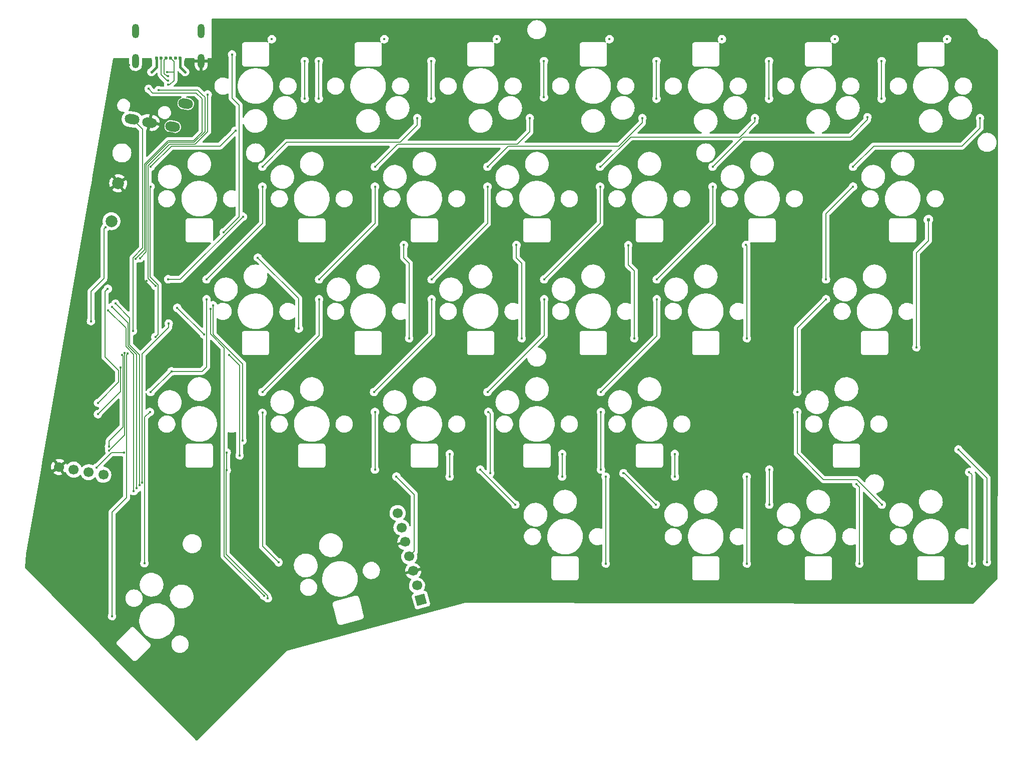
<source format=gbr>
G04 #@! TF.GenerationSoftware,KiCad,Pcbnew,(6.0.8)*
G04 #@! TF.CreationDate,2023-03-04T13:52:04+09:00*
G04 #@! TF.ProjectId,ma8ic_split_69_left,6d613869-635f-4737-906c-69745f36395f,0.1*
G04 #@! TF.SameCoordinates,Original*
G04 #@! TF.FileFunction,Copper,L2,Bot*
G04 #@! TF.FilePolarity,Positive*
%FSLAX46Y46*%
G04 Gerber Fmt 4.6, Leading zero omitted, Abs format (unit mm)*
G04 Created by KiCad (PCBNEW (6.0.8)) date 2023-03-04 13:52:04*
%MOMM*%
%LPD*%
G01*
G04 APERTURE LIST*
G04 Aperture macros list*
%AMHorizOval*
0 Thick line with rounded ends*
0 $1 width*
0 $2 $3 position (X,Y) of the first rounded end (center of the circle)*
0 $4 $5 position (X,Y) of the second rounded end (center of the circle)*
0 Add line between two ends*
20,1,$1,$2,$3,$4,$5,0*
0 Add two circle primitives to create the rounded ends*
1,1,$1,$2,$3*
1,1,$1,$4,$5*%
%AMRotRect*
0 Rectangle, with rotation*
0 The origin of the aperture is its center*
0 $1 length*
0 $2 width*
0 $3 Rotation angle, in degrees counterclockwise*
0 Add horizontal line*
21,1,$1,$2,0,0,$3*%
G04 Aperture macros list end*
G04 #@! TA.AperFunction,ComponentPad*
%ADD10C,0.600000*%
G04 #@! TD*
G04 #@! TA.AperFunction,ComponentPad*
%ADD11O,1.200000X2.400000*%
G04 #@! TD*
G04 #@! TA.AperFunction,ComponentPad*
%ADD12RotRect,1.700000X1.700000X195.000000*%
G04 #@! TD*
G04 #@! TA.AperFunction,ComponentPad*
%ADD13HorizOval,1.700000X0.000000X0.000000X0.000000X0.000000X0*%
G04 #@! TD*
G04 #@! TA.AperFunction,ComponentPad*
%ADD14C,2.000000*%
G04 #@! TD*
G04 #@! TA.AperFunction,ComponentPad*
%ADD15C,1.700000*%
G04 #@! TD*
G04 #@! TA.AperFunction,ComponentPad*
%ADD16HorizOval,1.700000X-0.393923X0.069459X0.393923X-0.069459X0*%
G04 #@! TD*
G04 #@! TA.AperFunction,ViaPad*
%ADD17C,0.400000*%
G04 #@! TD*
G04 #@! TA.AperFunction,ViaPad*
%ADD18C,0.605000*%
G04 #@! TD*
G04 #@! TA.AperFunction,Conductor*
%ADD19C,0.152400*%
G04 #@! TD*
G04 #@! TA.AperFunction,Conductor*
%ADD20C,0.400000*%
G04 #@! TD*
G04 APERTURE END LIST*
D10*
G04 #@! TO.P,J1,B4,VBUS*
G04 #@! TO.N,VCC*
X90392550Y-38156332D03*
G04 #@! TO.P,J1,B5,CC2*
G04 #@! TO.N,Net-(J1-PadB5)*
X91192550Y-38156332D03*
G04 #@! TO.P,J1,B6,D+*
G04 #@! TO.N,Net-(J1-PadA6)*
X91992550Y-38156332D03*
G04 #@! TO.P,J1,B7,D-*
G04 #@! TO.N,Net-(J1-PadA7)*
X92792550Y-38156332D03*
G04 #@! TO.P,J1,B8,SBU2*
G04 #@! TO.N,unconnected-(J1-PadB8)*
X93592550Y-38156332D03*
G04 #@! TO.P,J1,B9,VBUS*
G04 #@! TO.N,VCC*
X94392550Y-38156332D03*
D11*
G04 #@! TO.P,J1,S1,SHIELD*
G04 #@! TO.N,GND*
X97942550Y-38606332D03*
G04 #@! TO.P,J1,S4*
G04 #@! TO.N,N/C*
X86842550Y-38606332D03*
G04 #@! TO.P,J1,S5*
X97942550Y-33556332D03*
G04 #@! TO.P,J1,S6*
X86842550Y-33556332D03*
G04 #@! TD*
D12*
G04 #@! TO.P,J4,1,Pin_1*
G04 #@! TO.N,MISO*
X135150367Y-129778100D03*
D13*
G04 #@! TO.P,J4,2,Pin_2*
G04 #@! TO.N,MOSI*
X134492967Y-127324648D03*
G04 #@! TO.P,J4,3,Pin_3*
G04 #@! TO.N,GND*
X133835566Y-124871197D03*
G04 #@! TO.P,J4,4,Pin_4*
G04 #@! TO.N,VCC*
X133178166Y-122417745D03*
G04 #@! TO.P,J4,5,Pin_5*
G04 #@! TO.N,GND*
X132520766Y-119964294D03*
G04 #@! TO.P,J4,6,Pin_6*
G04 #@! TO.N,NCS*
X131863365Y-117510842D03*
G04 #@! TO.P,J4,7,Pin_7*
G04 #@! TO.N,SCLK*
X131205965Y-115057390D03*
G04 #@! TD*
D14*
G04 #@! TO.P,SW1,1,1*
G04 #@! TO.N,GND*
X83907891Y-59307294D03*
G04 #@! TO.P,SW1,2,2*
G04 #@! TO.N,Net-(R6-Pad2)*
X82779177Y-65708544D03*
G04 #@! TD*
D15*
G04 #@! TO.P,J3,1,Pin_1*
G04 #@! TO.N,SDA*
X81397761Y-108609717D03*
G04 #@! TO.P,J3,2,Pin_2*
G04 #@! TO.N,SCL*
X78896349Y-108168650D03*
G04 #@! TO.P,J3,3,Pin_3*
G04 #@! TO.N,VCC*
X76394937Y-107727584D03*
G04 #@! TO.P,J3,4,Pin_4*
G04 #@! TO.N,GND*
X73893525Y-107286517D03*
G04 #@! TD*
D16*
G04 #@! TO.P,J2,1*
G04 #@! TO.N,N/C*
X95359339Y-45845322D03*
G04 #@! TO.P,J2,2*
G04 #@! TO.N,DATA*
X86259150Y-48505505D03*
G04 #@! TO.P,J2,3*
G04 #@! TO.N,GND*
X89213574Y-49026450D03*
G04 #@! TO.P,J2,4*
G04 #@! TO.N,VCC*
X93152805Y-49721043D03*
G04 #@! TD*
D17*
G04 #@! TO.N,DATA*
X86400850Y-84296225D03*
G04 #@! TO.N,GND*
X152400050Y-127396850D03*
X167957550Y-105076600D03*
X82391300Y-91201850D03*
X173831300Y-71675600D03*
X221456300Y-91678100D03*
X107156300Y-33099350D03*
X97631300Y-115490600D03*
X226218800Y-33099350D03*
X227409425Y-40243100D03*
X148907550Y-67230600D03*
X137636300Y-50720600D03*
X162163175Y-33099350D03*
X159781925Y-33099350D03*
X195262550Y-71675600D03*
X204787550Y-129778100D03*
X90725675Y-90249350D03*
X164544425Y-33099350D03*
X84058175Y-73104350D03*
X209550050Y-71437475D03*
X192881300Y-96440600D03*
X85725050Y-39290600D03*
X140493800Y-117871850D03*
D18*
X209867550Y-67230600D03*
D17*
X221456300Y-33099350D03*
X150018800Y-127396850D03*
X135731300Y-71675600D03*
X223837550Y-129778100D03*
X171450050Y-71675600D03*
X226218800Y-129778100D03*
X117157550Y-50482475D03*
X226218800Y-101203100D03*
X94297550Y-148828100D03*
X119538800Y-50482475D03*
X91201925Y-65484350D03*
X148907550Y-105076600D03*
X140493800Y-115490600D03*
X133350050Y-71675600D03*
X88742962Y-75801438D03*
X226218800Y-77390600D03*
X204787550Y-53578100D03*
X140271550Y-38274600D03*
X169068800Y-71675600D03*
X227409425Y-63103100D03*
X159321550Y-87804600D03*
X91201925Y-70246850D03*
X227409425Y-65484350D03*
X227409425Y-60721850D03*
X126206300Y-115490600D03*
X207168800Y-53578100D03*
X85248800Y-79295600D03*
X196913550Y-105330600D03*
X226218800Y-82153100D03*
X95726300Y-42386225D03*
X187007550Y-67230600D03*
X91678175Y-81438725D03*
X130968800Y-71675600D03*
X216693800Y-40004975D03*
X211931300Y-71437475D03*
X78819425Y-120253100D03*
X129857550Y-105076600D03*
X99060050Y-148828100D03*
X150018800Y-33099350D03*
X85725050Y-41671850D03*
X150018800Y-71675600D03*
X73837038Y-122612371D03*
X111918800Y-71913725D03*
X178117550Y-38274600D03*
X195262550Y-88106225D03*
X171211925Y-116204975D03*
X140493800Y-120253100D03*
X135255050Y-50720600D03*
X90487550Y-102869975D03*
X226218800Y-96440600D03*
X104775050Y-33099350D03*
X76200050Y-122634350D03*
X73837038Y-120231121D03*
X100012550Y-48815600D03*
X190500050Y-88106225D03*
X207168800Y-129778100D03*
X102171550Y-38782600D03*
X202406300Y-53578100D03*
X73837038Y-124993621D03*
X109537550Y-33099350D03*
X226218800Y-79771850D03*
X128587550Y-115490600D03*
X197643800Y-71675600D03*
X95250050Y-115490600D03*
X102679550Y-69516600D03*
X85725050Y-44053100D03*
X78819425Y-122634350D03*
X192881300Y-88106225D03*
X91201925Y-67865600D03*
X76200050Y-125015600D03*
X152400050Y-71675600D03*
X159067550Y-38274600D03*
X159543800Y-50720600D03*
X190500050Y-96440600D03*
X145256300Y-33099350D03*
X171211925Y-113823725D03*
X110807550Y-67230600D03*
X197167550Y-38274600D03*
X140017550Y-50720600D03*
X95964425Y-80486225D03*
X105727550Y-88820600D03*
X114300050Y-71913725D03*
X96678800Y-148828100D03*
X114776300Y-50482475D03*
X120967550Y-38274600D03*
X76200050Y-120253100D03*
X219075050Y-91678100D03*
X216693800Y-91678100D03*
X154781300Y-127396850D03*
X178371550Y-87804600D03*
X96916925Y-87153725D03*
X214312550Y-71437475D03*
X87391925Y-77152475D03*
X209550050Y-129778100D03*
X121221550Y-88058600D03*
X98361550Y-73580600D03*
X100012550Y-46434350D03*
X157162550Y-50720600D03*
X154781300Y-50720600D03*
X116681300Y-71913725D03*
X147637550Y-33099350D03*
X129857550Y-67230600D03*
X221456300Y-129778100D03*
X192881300Y-71675600D03*
X226218800Y-98821850D03*
X100012550Y-51196850D03*
X88106300Y-83343725D03*
X167957550Y-67230600D03*
X201739550Y-105330600D03*
X154781300Y-71675600D03*
X78819425Y-125015600D03*
X171211925Y-118586225D03*
X140271550Y-87804600D03*
X89535050Y-52149350D03*
X223837550Y-33099350D03*
X188118800Y-96440600D03*
X92868800Y-115490600D03*
G04 #@! TO.N,VCC*
X159067550Y-105076600D03*
X209359550Y-123618600D03*
X178117550Y-105076600D03*
X84894112Y-104862200D03*
X170243550Y-69770600D03*
X224211950Y-34940600D03*
X171259550Y-85518600D03*
X80248175Y-107394350D03*
X167075150Y-34940600D03*
X178140300Y-108909350D03*
X140006350Y-108897800D03*
X109925150Y-34940600D03*
X95250050Y-40481225D03*
X166433550Y-123618600D03*
X205187350Y-34940600D03*
X128961950Y-34940600D03*
X140017550Y-105076600D03*
X190309550Y-123618600D03*
X228409550Y-123618600D03*
X152209550Y-85518600D03*
X227948600Y-108135800D03*
X147986550Y-34940600D03*
X102283149Y-107842000D03*
X166410800Y-108909350D03*
X190309550Y-85518600D03*
X102283149Y-104822600D03*
X109237550Y-129482300D03*
X89535050Y-40481225D03*
X190286800Y-108909350D03*
X159044800Y-108909350D03*
X208851550Y-110156600D03*
X132268950Y-69741500D03*
X133159550Y-85518600D03*
X130999100Y-108897800D03*
X151318950Y-69741500D03*
X186099750Y-34940600D03*
X190184150Y-69741500D03*
G04 #@! TO.N,ROW0*
X90206300Y-76659350D03*
X99060050Y-44291225D03*
G04 #@! TO.N,Net-(D4-Pad2)*
X213121925Y-38632873D03*
X213121925Y-45005600D03*
G04 #@! TO.N,Net-(D5-Pad2)*
X194071925Y-45005600D03*
X194071925Y-38632873D03*
G04 #@! TO.N,Net-(D6-Pad2)*
X175021925Y-38632873D03*
X175021925Y-45005600D03*
G04 #@! TO.N,Net-(D7-Pad2)*
X155971925Y-38632873D03*
X155971925Y-44767475D03*
G04 #@! TO.N,Net-(D8-Pad2)*
X136921925Y-38632873D03*
X136921925Y-45005600D03*
G04 #@! TO.N,Net-(D9-Pad2)*
X117871925Y-38632873D03*
X117871925Y-45005600D03*
G04 #@! TO.N,Net-(D10-Pad2)*
X115490675Y-45005600D03*
X115490675Y-38632873D03*
G04 #@! TO.N,ROW1*
X105018800Y-64940600D03*
X92362550Y-75534350D03*
G04 #@! TO.N,ROW2*
X107550050Y-71878100D03*
X114487550Y-83878100D03*
G04 #@! TO.N,ROW3*
X99956300Y-79940600D03*
X104965550Y-102790600D03*
G04 #@! TO.N,ROW4*
X99528200Y-80522874D03*
X108596525Y-129080825D03*
G04 #@! TO.N,LED*
X82867550Y-132508600D03*
X85518800Y-88096850D03*
G04 #@! TO.N,Net-(D41-Pad2)*
X230949550Y-123364600D03*
X226123550Y-104314600D03*
G04 #@! TO.N,Net-(D47-Pad2)*
X104457550Y-105330600D03*
X102679550Y-88312600D03*
G04 #@! TO.N,Net-(D53-Pad2)*
X219011550Y-87042600D03*
D18*
X221043550Y-65452600D03*
D17*
G04 #@! TO.N,Net-(D60-Pad2)*
X101766462Y-67587512D03*
X103187550Y-37512600D03*
G04 #@! TO.N,Net-(J1-PadA6)*
X92392550Y-41195600D03*
G04 #@! TO.N,Net-(J1-PadA7)*
X92154425Y-40481225D03*
X92392550Y-42624350D03*
G04 #@! TO.N,Net-(J1-PadB5)*
X92392550Y-41909975D03*
G04 #@! TO.N,SCL*
X84589312Y-88364983D03*
X82358235Y-103855540D03*
G04 #@! TO.N,SDA*
X84981716Y-87969821D03*
X82391300Y-104536850D03*
G04 #@! TO.N,MISO*
X82237550Y-80784350D03*
X86546123Y-111362051D03*
G04 #@! TO.N,MOSI*
X82893800Y-80221850D03*
X87018800Y-110878100D03*
G04 #@! TO.N,NCS*
X87925850Y-109940600D03*
X92457963Y-83036013D03*
G04 #@! TO.N,SCLK*
X83456300Y-79659350D03*
X87552445Y-110347005D03*
G04 #@! TO.N,/MCU/D-*
X87581300Y-71971850D03*
X90725675Y-43576850D03*
G04 #@! TO.N,/MCU/D+*
X89058800Y-43338725D03*
X86884674Y-72063051D03*
G04 #@! TO.N,Net-(R5-Pad2)*
X80486300Y-96440600D03*
X82153175Y-77152475D03*
G04 #@! TO.N,Net-(R6-Pad2)*
X79295675Y-82629350D03*
X81800750Y-66722600D03*
G04 #@! TO.N,Net-(R8-Pad2)*
X80486300Y-98345600D03*
X84284512Y-90487475D03*
G04 #@! TO.N,COL0*
X213169550Y-113661800D03*
X203720750Y-78914600D03*
X93915037Y-80368087D03*
X98441450Y-84909350D03*
X198843950Y-94611800D03*
X208292750Y-59864600D03*
X203720750Y-75561800D03*
X229781150Y-48282200D03*
X208292750Y-56511800D03*
X198843950Y-97964600D03*
G04 #@! TO.N,COL1*
X184518350Y-59864600D03*
X175069550Y-75561800D03*
X194119550Y-107718200D03*
X165620750Y-94611800D03*
X165620750Y-97964600D03*
X194119550Y-113661800D03*
X210731150Y-48129800D03*
X165620750Y-107718200D03*
X175069550Y-78914600D03*
X184518350Y-56511800D03*
G04 #@! TO.N,COL2*
X156019550Y-75561800D03*
X146570750Y-97964600D03*
X191681150Y-48282200D03*
X165468350Y-56511800D03*
X156019550Y-78914600D03*
X146875550Y-108327800D03*
X165468350Y-59864600D03*
X146418350Y-94611800D03*
X169430750Y-108327800D03*
X174917150Y-113661800D03*
G04 #@! TO.N,COL3*
X127368350Y-97964600D03*
X172631150Y-48282200D03*
X127215950Y-94611800D03*
X136969550Y-78914600D03*
X146418350Y-59864600D03*
X146418350Y-56511800D03*
X145199150Y-107718200D03*
X127368350Y-107718200D03*
X136969550Y-75561800D03*
X151142750Y-113661800D03*
G04 #@! TO.N,COL4*
X111061550Y-123415400D03*
X127368350Y-56511800D03*
X117919550Y-75561800D03*
X127368350Y-59864600D03*
X153581150Y-48282200D03*
X108318350Y-94611800D03*
X117919550Y-78914600D03*
X108318350Y-98117000D03*
G04 #@! TO.N,COL5*
X98869550Y-75561800D03*
X108318350Y-56511800D03*
X134531150Y-48282200D03*
X98869550Y-78914600D03*
X92925950Y-91106600D03*
X89268350Y-97964600D03*
X108318350Y-59864600D03*
X89420750Y-94611800D03*
X88353950Y-123567800D03*
G04 #@! TO.N,COL6*
X90207963Y-85286013D03*
X89402650Y-59878100D03*
X103746350Y-50415800D03*
X89420750Y-56511800D03*
G04 #@! TD*
D19*
G04 #@! TO.N,LED*
X82867550Y-114957200D02*
X82867550Y-132508600D01*
X85340312Y-112484438D02*
X82867550Y-114957200D01*
X85340312Y-88311538D02*
X85340312Y-112484438D01*
X85518800Y-88133050D02*
X85340312Y-88311538D01*
X85518800Y-88096850D02*
X85518800Y-88133050D01*
G04 #@! TO.N,GND*
X88742962Y-75801438D02*
X87391925Y-77152475D01*
G04 #@! TO.N,VCC*
X132268950Y-71928000D02*
X132268950Y-69741500D01*
X190309550Y-69866900D02*
X190184150Y-69741500D01*
X170243550Y-73072600D02*
X170243550Y-69770600D01*
X109237550Y-129090827D02*
X102159849Y-122013126D01*
X228409550Y-122856600D02*
X228409550Y-123618600D01*
X171259550Y-74088600D02*
X170751550Y-73580600D01*
X80248175Y-107394350D02*
X82780325Y-104862200D01*
X82780325Y-104862200D02*
X84894112Y-104862200D01*
X159067550Y-105076600D02*
X159067550Y-108886600D01*
X140017550Y-108886600D02*
X140006350Y-108897800D01*
X190309550Y-123618600D02*
X190309550Y-108932100D01*
X166433550Y-108932100D02*
X166410800Y-108909350D01*
X133159550Y-72818600D02*
X132268950Y-71928000D01*
X102159849Y-107965300D02*
X102283149Y-107842000D01*
X178117550Y-108886600D02*
X178140300Y-108909350D01*
X152209550Y-72818600D02*
X151318950Y-71928000D01*
D20*
X90392550Y-38156332D02*
X90392550Y-39623725D01*
D19*
X140017550Y-105076600D02*
X140017550Y-108886600D01*
X170751550Y-73580600D02*
X170243550Y-73072600D01*
X190309550Y-85518600D02*
X190309550Y-69866900D01*
D20*
X94392550Y-38156332D02*
X94392550Y-39623725D01*
D19*
X190309550Y-108932100D02*
X190286800Y-108909350D01*
X152209550Y-85518600D02*
X152209550Y-72818600D01*
D20*
X90392550Y-39623725D02*
X89535050Y-40481225D01*
D19*
X102159849Y-122013126D02*
X102159849Y-107965300D01*
X133159550Y-85518600D02*
X133159550Y-72818600D01*
X109237550Y-129482300D02*
X109237550Y-129090827D01*
X171259550Y-85518600D02*
X171259550Y-74088600D01*
D20*
X94392550Y-39623725D02*
X95250050Y-40481225D01*
D19*
X159067550Y-108886600D02*
X159044800Y-108909350D01*
X166433550Y-123618600D02*
X166433550Y-108932100D01*
X227948600Y-108135800D02*
X228409550Y-108596750D01*
X209359550Y-123618600D02*
X209359550Y-110664600D01*
X134028166Y-111926866D02*
X130999100Y-108897800D01*
X134028166Y-121567745D02*
X134028166Y-111926866D01*
X130987550Y-108886250D02*
X130999100Y-108897800D01*
X102283149Y-104822600D02*
X102283149Y-107842000D01*
X133178166Y-122417745D02*
X134028166Y-121567745D01*
X178117550Y-105076600D02*
X178117550Y-108886600D01*
X228409550Y-108596750D02*
X228409550Y-122856600D01*
X209359550Y-110664600D02*
X208851550Y-110156600D01*
X151318950Y-71928000D02*
X151318950Y-69741500D01*
G04 #@! TO.N,ROW0*
X96913850Y-52701800D02*
X92599727Y-52701800D01*
X88974550Y-56326977D02*
X88974550Y-75427600D01*
X96913850Y-52701800D02*
X99060050Y-50555600D01*
X92599727Y-52701800D02*
X88974550Y-56326977D01*
X99060050Y-50482475D02*
X99060050Y-44291225D01*
X99060050Y-50555600D02*
X99060050Y-50482475D01*
X88974550Y-75427600D02*
X90206300Y-76659350D01*
G04 #@! TO.N,Net-(D4-Pad2)*
X213121925Y-45005600D02*
X213121925Y-38632873D01*
G04 #@! TO.N,Net-(D5-Pad2)*
X194071925Y-45005600D02*
X194071925Y-38632873D01*
G04 #@! TO.N,Net-(D6-Pad2)*
X175021925Y-45005600D02*
X175021925Y-38632873D01*
G04 #@! TO.N,Net-(D7-Pad2)*
X155971925Y-44767475D02*
X155971925Y-38632873D01*
G04 #@! TO.N,Net-(D8-Pad2)*
X136921925Y-45005600D02*
X136921925Y-38632873D01*
G04 #@! TO.N,Net-(D9-Pad2)*
X117871925Y-45005600D02*
X117871925Y-38632873D01*
G04 #@! TO.N,Net-(D10-Pad2)*
X115490675Y-45005600D02*
X115490675Y-38632873D01*
G04 #@! TO.N,ROW1*
X94425050Y-75534350D02*
X105018800Y-64940600D01*
X92362550Y-75534350D02*
X94425050Y-75534350D01*
G04 #@! TO.N,ROW2*
X114487550Y-78815600D02*
X107550050Y-71878100D01*
X114487550Y-83878100D02*
X114487550Y-78815600D01*
G04 #@! TO.N,ROW3*
X99956300Y-84815600D02*
X99956300Y-79940600D01*
X100143800Y-85003100D02*
X104965550Y-89824850D01*
X104965550Y-99234600D02*
X104965550Y-102790600D01*
X100143800Y-85003100D02*
X99956300Y-84815600D01*
X104965550Y-89824850D02*
X104965550Y-99234600D01*
G04 #@! TO.N,ROW4*
X99528200Y-80522874D02*
X99528200Y-84818552D01*
X101855049Y-87145401D02*
X99528200Y-84818552D01*
X101855049Y-87145401D02*
X101855049Y-122339349D01*
X101855049Y-122339349D02*
X108596525Y-129080825D01*
G04 #@! TO.N,Net-(D41-Pad2)*
X230949550Y-109140600D02*
X226123550Y-104314600D01*
X230949550Y-123364600D02*
X230949550Y-109140600D01*
G04 #@! TO.N,Net-(D47-Pad2)*
X104457550Y-90090600D02*
X102679550Y-88312600D01*
X104457550Y-105330600D02*
X104457550Y-90090600D01*
G04 #@! TO.N,Net-(D53-Pad2)*
X219011550Y-87042600D02*
X219011550Y-75104600D01*
X221043550Y-69008600D02*
X221043550Y-65452600D01*
X219011550Y-71040600D02*
X221043550Y-69008600D01*
X219011550Y-75104600D02*
X219011550Y-71040600D01*
G04 #@! TO.N,Net-(D60-Pad2)*
X104407451Y-46098501D02*
X103187550Y-44878600D01*
X104407451Y-64946523D02*
X104407451Y-46098501D01*
X103187550Y-44878600D02*
X103187550Y-37512600D01*
X101766462Y-67587512D02*
X104407451Y-64946523D01*
G04 #@! TO.N,Net-(J1-PadA6)*
X91678175Y-38470707D02*
X91678175Y-40719350D01*
X91678175Y-40719350D02*
X92154425Y-41195600D01*
X92154425Y-41195600D02*
X92392550Y-41195600D01*
X91992550Y-38156332D02*
X91678175Y-38470707D01*
G04 #@! TO.N,Net-(J1-PadA7)*
X92154425Y-40481225D02*
X93345050Y-40481225D01*
X93345050Y-41909975D02*
X92630675Y-42624350D01*
X93345050Y-40004975D02*
X93345050Y-40481225D01*
X93345050Y-40481225D02*
X93345050Y-41909975D01*
X93345050Y-38814350D02*
X93345050Y-40004975D01*
X93345050Y-38708832D02*
X93345050Y-38814350D01*
X92792550Y-38156332D02*
X93345050Y-38708832D01*
X92630675Y-42624350D02*
X92392550Y-42624350D01*
G04 #@! TO.N,Net-(J1-PadB5)*
X91192550Y-40948100D02*
X92154425Y-41909975D01*
X91192550Y-40948100D02*
X91192550Y-38156332D01*
X92154425Y-41909975D02*
X92392550Y-41909975D01*
G04 #@! TO.N,SCL*
X84589312Y-88364983D02*
X84712612Y-88488283D01*
X84712612Y-88488283D02*
X84712612Y-100517715D01*
X84712612Y-100517715D02*
X82358235Y-102872092D01*
X82358235Y-102872092D02*
X82358235Y-103855540D01*
G04 #@! TO.N,SDA*
X85017412Y-100843938D02*
X85017412Y-101910738D01*
X85017412Y-88005517D02*
X85017412Y-100843938D01*
X85017412Y-101910738D02*
X82391300Y-104536850D01*
X84981716Y-87969821D02*
X85017412Y-88005517D01*
G04 #@! TO.N,MISO*
X82237550Y-80784350D02*
X85260650Y-83807450D01*
X86546123Y-88225377D02*
X86546123Y-111362051D01*
X85260650Y-83807450D02*
X85260650Y-86939904D01*
X86546123Y-88225377D02*
X85260650Y-86939904D01*
G04 #@! TO.N,MOSI*
X85565450Y-82893500D02*
X85565450Y-86813652D01*
X87018800Y-88267002D02*
X85565450Y-86813652D01*
X82893800Y-80221850D02*
X85565450Y-82893500D01*
X87018800Y-88267002D02*
X87018800Y-110878100D01*
G04 #@! TO.N,NCS*
X92457963Y-83036013D02*
X92457963Y-83667036D01*
X87925850Y-88199149D02*
X87925850Y-109940600D01*
X92457963Y-83667036D02*
X87925850Y-88199149D01*
G04 #@! TO.N,SCLK*
X85870250Y-86687400D02*
X87497250Y-88314400D01*
X87497250Y-88314400D02*
X87497250Y-110291810D01*
X83456300Y-79659350D02*
X85870250Y-82073300D01*
X87497250Y-110291810D02*
X87552445Y-110347005D01*
X85870250Y-82073300D02*
X85870250Y-86687400D01*
G04 #@! TO.N,/MCU/D-*
X98107550Y-44291225D02*
X97393175Y-43576850D01*
X88669750Y-56200725D02*
X88669750Y-70883400D01*
X98583800Y-50600798D02*
X98583800Y-44767475D01*
X98583800Y-44767475D02*
X98107550Y-44291225D01*
X97393175Y-43576850D02*
X90725675Y-43576850D01*
X96787598Y-52397000D02*
X92473475Y-52397000D01*
X92473475Y-52397000D02*
X88669750Y-56200725D01*
X88669750Y-70883400D02*
X87581300Y-71971850D01*
X98583800Y-50600798D02*
X96787598Y-52397000D01*
G04 #@! TO.N,/MCU/D+*
X89743125Y-44023050D02*
X89058800Y-43338725D01*
X96661346Y-52092200D02*
X92347223Y-52092200D01*
X98107550Y-50645996D02*
X96661346Y-52092200D01*
X88364950Y-70582775D02*
X86884674Y-72063051D01*
X98107550Y-45005600D02*
X97125000Y-44023050D01*
X88364950Y-56074473D02*
X88364950Y-70582775D01*
X98107550Y-50645996D02*
X98107550Y-45005600D01*
X92347223Y-52092200D02*
X88364950Y-56074473D01*
X97125000Y-44023050D02*
X89743125Y-44023050D01*
G04 #@! TO.N,Net-(R5-Pad2)*
X82153175Y-77152475D02*
X81676925Y-77628725D01*
X81676925Y-77628725D02*
X81676925Y-82629350D01*
X83979712Y-90963725D02*
X83979712Y-91518438D01*
X81676925Y-88660938D02*
X83979712Y-90963725D01*
X83979712Y-92630600D02*
X83979712Y-92947188D01*
X83979712Y-91518438D02*
X83979712Y-92630600D01*
X83979712Y-92947188D02*
X80486300Y-96440600D01*
X81676925Y-82629350D02*
X81676925Y-88660938D01*
G04 #@! TO.N,Net-(R6-Pad2)*
X81800750Y-66722600D02*
X81495950Y-67027400D01*
X79295675Y-77628725D02*
X79295675Y-82629350D01*
X81495950Y-75428450D02*
X79295675Y-77628725D01*
X81495950Y-67027400D02*
X81495950Y-75428450D01*
G04 #@! TO.N,Net-(R8-Pad2)*
X84284512Y-92880513D02*
X84284512Y-94547388D01*
X84284512Y-90487475D02*
X84284512Y-92880513D01*
X84284512Y-94547388D02*
X80486300Y-98345600D01*
G04 #@! TO.N,COL0*
X229781150Y-49958600D02*
X229781150Y-48282200D01*
X203263550Y-109394600D02*
X198843950Y-104975000D01*
X213169550Y-113661800D02*
X208902350Y-109394600D01*
X93915037Y-80368087D02*
X98441450Y-84894500D01*
X208292750Y-59864600D02*
X203720750Y-64436600D01*
X203720750Y-64436600D02*
X203720750Y-75561800D01*
X208292750Y-56511800D02*
X211797950Y-53006600D01*
X226733150Y-53006600D02*
X211797950Y-53006600D01*
X226733150Y-53006600D02*
X229781150Y-49958600D01*
X98441450Y-84894500D02*
X98441450Y-84909350D01*
X198843950Y-104975000D02*
X198843950Y-97964600D01*
X198843950Y-83791400D02*
X203720750Y-78914600D01*
X208902350Y-109394600D02*
X203263550Y-109394600D01*
X198843950Y-94611800D02*
X198843950Y-83791400D01*
G04 #@! TO.N,COL1*
X175069550Y-85163000D02*
X175069550Y-78914600D01*
X194119550Y-113661800D02*
X194119550Y-107718200D01*
X165620750Y-107718200D02*
X165620750Y-97964600D01*
X210731150Y-48587000D02*
X207835550Y-51482600D01*
X184518350Y-66113000D02*
X184518350Y-59864600D01*
X165620750Y-94611800D02*
X175069550Y-85163000D01*
X184518350Y-56511800D02*
X189547550Y-51482600D01*
X175069550Y-75561800D02*
X184518350Y-66113000D01*
X207835550Y-51482600D02*
X189547550Y-51482600D01*
X210731150Y-48587000D02*
X210731150Y-48129800D01*
G04 #@! TO.N,COL2*
X146875550Y-108327800D02*
X146875550Y-98269400D01*
X165468350Y-56511800D02*
X165594602Y-56511800D01*
X165468350Y-66113000D02*
X165468350Y-59864600D01*
X146875550Y-98269400D02*
X146570750Y-97964600D01*
X189090350Y-51482600D02*
X191681150Y-48891800D01*
X174917150Y-113661800D02*
X169583150Y-108327800D01*
X165594602Y-56511800D02*
X170636876Y-51469526D01*
X189077276Y-51469526D02*
X189090350Y-51482600D01*
X156019550Y-85010600D02*
X156019550Y-78914600D01*
X191681150Y-48891800D02*
X191681150Y-48282200D01*
X169583150Y-108327800D02*
X169430750Y-108327800D01*
X156019550Y-75561800D02*
X165468350Y-66113000D01*
X170636876Y-51469526D02*
X189077276Y-51469526D01*
X146418350Y-94611800D02*
X156019550Y-85010600D01*
G04 #@! TO.N,COL3*
X127215950Y-94611800D02*
X136969550Y-84858200D01*
X168668750Y-53006600D02*
X172631150Y-49044200D01*
X168668750Y-53006600D02*
X149923550Y-53006600D01*
X127368350Y-107718200D02*
X127368350Y-97964600D01*
X136969550Y-84858200D02*
X136969550Y-78914600D01*
X172631150Y-49044200D02*
X172631150Y-48282200D01*
X146418350Y-66113000D02*
X146418350Y-59864600D01*
X136969550Y-75561800D02*
X146418350Y-66113000D01*
X146418350Y-56511800D02*
X149923550Y-53006600D01*
X151142750Y-113661800D02*
X145199150Y-107718200D01*
G04 #@! TO.N,COL4*
X117919550Y-85010600D02*
X117919550Y-78914600D01*
X108318350Y-94611800D02*
X117919550Y-85010600D01*
X127368350Y-56511800D02*
X131178350Y-52701800D01*
X151447550Y-52701800D02*
X153581150Y-50568200D01*
X127368350Y-66113000D02*
X127368350Y-59864600D01*
X111061550Y-123415400D02*
X108318350Y-120672200D01*
X153581150Y-50568200D02*
X153581150Y-48282200D01*
X117919550Y-75561800D02*
X127368350Y-66113000D01*
X131178350Y-52701800D02*
X151447550Y-52701800D01*
X108318350Y-120672200D02*
X108318350Y-98117000D01*
G04 #@! TO.N,COL5*
X134531150Y-49501400D02*
X134531150Y-48282200D01*
X88353950Y-98879000D02*
X89268350Y-97964600D01*
X108318350Y-56511800D02*
X112433150Y-52397000D01*
X89420750Y-94611800D02*
X92925950Y-91106600D01*
X98107550Y-91106600D02*
X92925950Y-91106600D01*
X131635550Y-52397000D02*
X134531150Y-49501400D01*
X98869550Y-90344600D02*
X98107550Y-91106600D01*
X88353950Y-123567800D02*
X88353950Y-98879000D01*
X98869550Y-90344600D02*
X98869550Y-78914600D01*
X108318350Y-66113000D02*
X108318350Y-59864600D01*
X98869550Y-75561800D02*
X108318350Y-66113000D01*
X112433150Y-52397000D02*
X131635550Y-52397000D01*
G04 #@! TO.N,COL6*
X92925950Y-53006600D02*
X89420750Y-56511800D01*
X89279350Y-75101377D02*
X90652500Y-76474527D01*
X89279350Y-60001400D02*
X89279350Y-75101377D01*
X89402650Y-59878100D02*
X89279350Y-60001400D01*
X103746350Y-50415800D02*
X101155550Y-53006600D01*
X101155550Y-53006600D02*
X92925950Y-53006600D01*
X90652500Y-76474527D02*
X90652500Y-84841476D01*
X90652500Y-84841476D02*
X90207963Y-85286013D01*
G04 #@! TO.N,DATA*
X86400850Y-71915852D02*
X86400850Y-84296225D01*
X86259150Y-48505505D02*
X86367455Y-48505505D01*
X86367455Y-48505505D02*
X88060150Y-50198200D01*
X88060150Y-70256552D02*
X86400850Y-71915852D01*
X88060150Y-50198200D02*
X88060150Y-70256552D01*
G04 #@! TD*
G04 #@! TA.AperFunction,Conductor*
G04 #@! TO.N,GND*
G36*
X227527594Y-31484715D02*
G01*
X227548568Y-31501618D01*
X229333492Y-33286542D01*
X229367518Y-33348854D01*
X229370009Y-33365751D01*
X229387649Y-33589878D01*
X229446753Y-33836066D01*
X229543642Y-34069977D01*
X229675930Y-34285851D01*
X229840360Y-34478373D01*
X230032882Y-34642803D01*
X230248756Y-34775091D01*
X230253326Y-34776984D01*
X230253330Y-34776986D01*
X230421109Y-34846482D01*
X230482667Y-34871980D01*
X230567290Y-34892296D01*
X230724042Y-34929929D01*
X230724048Y-34929930D01*
X230728855Y-34931084D01*
X230828674Y-34938940D01*
X230915603Y-34945782D01*
X230915610Y-34945782D01*
X230918059Y-34945975D01*
X230940735Y-34945975D01*
X231008856Y-34965977D01*
X231029830Y-34982880D01*
X232817142Y-36770192D01*
X232851168Y-36832504D01*
X232854047Y-36859286D01*
X232854034Y-50753968D01*
X232854004Y-84616085D01*
X232854004Y-84616438D01*
X232814924Y-98568239D01*
X232737698Y-126138033D01*
X232737692Y-126140046D01*
X232717499Y-126208110D01*
X232702509Y-126227033D01*
X228668247Y-130421569D01*
X228606609Y-130456801D01*
X228577433Y-130460225D01*
X216957800Y-130460225D01*
X142645306Y-130254373D01*
X142645304Y-130254373D01*
X142636925Y-130254350D01*
X124063175Y-135254975D01*
X112395050Y-138350600D01*
X97244510Y-153501140D01*
X97182198Y-153535166D01*
X97111383Y-153530101D01*
X97065957Y-153500776D01*
X80780343Y-137081674D01*
X83637403Y-137081674D01*
X83639276Y-137090447D01*
X83639276Y-137090450D01*
X83642764Y-137106789D01*
X83645298Y-137125292D01*
X83645708Y-137131894D01*
X83646887Y-137150910D01*
X83649934Y-137159351D01*
X83649936Y-137159359D01*
X83656927Y-137178724D01*
X83661637Y-137195203D01*
X83667810Y-137224123D01*
X83680009Y-137246730D01*
X83687630Y-137263769D01*
X83696346Y-137287914D01*
X83701642Y-137295163D01*
X83701645Y-137295169D01*
X83713786Y-137311787D01*
X83722933Y-137326283D01*
X83736977Y-137352311D01*
X83743285Y-137358696D01*
X83743286Y-137358698D01*
X83761190Y-137376822D01*
X83761714Y-137377392D01*
X83762367Y-137378285D01*
X83784118Y-137400036D01*
X83784661Y-137400581D01*
X83839342Y-137455934D01*
X83840564Y-137456613D01*
X83841588Y-137457506D01*
X86329783Y-139945702D01*
X86330326Y-139946247D01*
X86378619Y-139995134D01*
X86378621Y-139995136D01*
X86384927Y-140001519D01*
X86410783Y-140015881D01*
X86425151Y-140025193D01*
X86448823Y-140042934D01*
X86472871Y-140051949D01*
X86489808Y-140059776D01*
X86512260Y-140072246D01*
X86541101Y-140078772D01*
X86557526Y-140083684D01*
X86576804Y-140090912D01*
X86576809Y-140090913D01*
X86585211Y-140094063D01*
X86594163Y-140094728D01*
X86594166Y-140094729D01*
X86610813Y-140095966D01*
X86629277Y-140098725D01*
X86645573Y-140102412D01*
X86645578Y-140102412D01*
X86654327Y-140104392D01*
X86683838Y-140102561D01*
X86700976Y-140102666D01*
X86721515Y-140104192D01*
X86721517Y-140104192D01*
X86730468Y-140104857D01*
X86739241Y-140102984D01*
X86739244Y-140102984D01*
X86755583Y-140099496D01*
X86774086Y-140096962D01*
X86790741Y-140095929D01*
X86799704Y-140095373D01*
X86808145Y-140092326D01*
X86808153Y-140092324D01*
X86827518Y-140085333D01*
X86843997Y-140080623D01*
X86852673Y-140078771D01*
X86872917Y-140074450D01*
X86895524Y-140062251D01*
X86912563Y-140054630D01*
X86936708Y-140045914D01*
X86943957Y-140040618D01*
X86943963Y-140040615D01*
X86960581Y-140028474D01*
X86975077Y-140019327D01*
X86993203Y-140009547D01*
X86993205Y-140009546D01*
X87001105Y-140005283D01*
X87025616Y-139981070D01*
X87026186Y-139980546D01*
X87027079Y-139979893D01*
X87048830Y-139958142D01*
X87049375Y-139957599D01*
X87101925Y-139905687D01*
X87104728Y-139902918D01*
X87105407Y-139901696D01*
X87106300Y-139900672D01*
X89240861Y-137766111D01*
X89241406Y-137765568D01*
X89290372Y-137717196D01*
X89296759Y-137710887D01*
X89311118Y-137685036D01*
X89320440Y-137670654D01*
X89332789Y-137654177D01*
X89338174Y-137646992D01*
X89347189Y-137622945D01*
X89355022Y-137605994D01*
X89363127Y-137591402D01*
X89363127Y-137591401D01*
X89367486Y-137583554D01*
X89374011Y-137554717D01*
X89378920Y-137538300D01*
X89389303Y-137510603D01*
X89391206Y-137485001D01*
X89393965Y-137466537D01*
X89397652Y-137450241D01*
X89397652Y-137450236D01*
X89399632Y-137441487D01*
X89397801Y-137411976D01*
X89397906Y-137394838D01*
X89399432Y-137374299D01*
X89399432Y-137374297D01*
X89400097Y-137365346D01*
X89397315Y-137352311D01*
X89394940Y-137341186D01*
X92916653Y-137341186D01*
X92952930Y-137578260D01*
X93027441Y-137806226D01*
X93138184Y-138018961D01*
X93141287Y-138023094D01*
X93141289Y-138023097D01*
X93231176Y-138142815D01*
X93282185Y-138210752D01*
X93285923Y-138214324D01*
X93428528Y-138350600D01*
X93455577Y-138376449D01*
X93653704Y-138511602D01*
X93871243Y-138612581D01*
X94102355Y-138676673D01*
X94206066Y-138687757D01*
X94294809Y-138697241D01*
X94294817Y-138697241D01*
X94298144Y-138697597D01*
X94437390Y-138697597D01*
X94439963Y-138697385D01*
X94439974Y-138697385D01*
X94610463Y-138683368D01*
X94610469Y-138683367D01*
X94615614Y-138682944D01*
X94731918Y-138653731D01*
X94843212Y-138625776D01*
X94843216Y-138625775D01*
X94848223Y-138624517D01*
X94852953Y-138622461D01*
X94852960Y-138622458D01*
X95063428Y-138530944D01*
X95063431Y-138530942D01*
X95068165Y-138528884D01*
X95072499Y-138526080D01*
X95072503Y-138526078D01*
X95265191Y-138401422D01*
X95265194Y-138401420D01*
X95269534Y-138398612D01*
X95290688Y-138379364D01*
X95443100Y-138240679D01*
X95443101Y-138240677D01*
X95446922Y-138237201D01*
X95450121Y-138233150D01*
X95450125Y-138233146D01*
X95592361Y-138053043D01*
X95595566Y-138048985D01*
X95711474Y-137839019D01*
X95776930Y-137654177D01*
X95789806Y-137617817D01*
X95789807Y-137617813D01*
X95791532Y-137612942D01*
X95796767Y-137583554D01*
X95832685Y-137381913D01*
X95832686Y-137381907D01*
X95833591Y-137376824D01*
X95835810Y-137195203D01*
X95836458Y-137142178D01*
X95836458Y-137142176D01*
X95836521Y-137137008D01*
X95800244Y-136899934D01*
X95725733Y-136671968D01*
X95614990Y-136459233D01*
X95592448Y-136429209D01*
X95474094Y-136271577D01*
X95474092Y-136271574D01*
X95470989Y-136267442D01*
X95297597Y-136101745D01*
X95099470Y-135966592D01*
X94967517Y-135905341D01*
X94886617Y-135867788D01*
X94886615Y-135867787D01*
X94881931Y-135865613D01*
X94650819Y-135801521D01*
X94547108Y-135790437D01*
X94458365Y-135780953D01*
X94458357Y-135780953D01*
X94455030Y-135780597D01*
X94315784Y-135780597D01*
X94313211Y-135780809D01*
X94313200Y-135780809D01*
X94142711Y-135794826D01*
X94142705Y-135794827D01*
X94137560Y-135795250D01*
X94033460Y-135821398D01*
X93909962Y-135852418D01*
X93909958Y-135852419D01*
X93904951Y-135853677D01*
X93900221Y-135855733D01*
X93900214Y-135855736D01*
X93689746Y-135947250D01*
X93689743Y-135947252D01*
X93685009Y-135949310D01*
X93680675Y-135952114D01*
X93680671Y-135952116D01*
X93487983Y-136076772D01*
X93487980Y-136076774D01*
X93483640Y-136079582D01*
X93479817Y-136083061D01*
X93479814Y-136083063D01*
X93402824Y-136153119D01*
X93306252Y-136240993D01*
X93303053Y-136245044D01*
X93303049Y-136245048D01*
X93213639Y-136358261D01*
X93157608Y-136429209D01*
X93041700Y-136639175D01*
X93028346Y-136676886D01*
X92965054Y-136855618D01*
X92961642Y-136865252D01*
X92960735Y-136870345D01*
X92960734Y-136870348D01*
X92920770Y-137094709D01*
X92919583Y-137101370D01*
X92919520Y-137106534D01*
X92917544Y-137268296D01*
X92916653Y-137341186D01*
X89394940Y-137341186D01*
X89394736Y-137340231D01*
X89392202Y-137321728D01*
X89391169Y-137305073D01*
X89390613Y-137296110D01*
X89387566Y-137287669D01*
X89387564Y-137287661D01*
X89380573Y-137268296D01*
X89375863Y-137251817D01*
X89374775Y-137246722D01*
X89369690Y-137222897D01*
X89357491Y-137200290D01*
X89349870Y-137183251D01*
X89341154Y-137159106D01*
X89335858Y-137151857D01*
X89335855Y-137151851D01*
X89323714Y-137135233D01*
X89314567Y-137120737D01*
X89304787Y-137102611D01*
X89304786Y-137102609D01*
X89300523Y-137094709D01*
X89287647Y-137081674D01*
X89276310Y-137070198D01*
X89275786Y-137069628D01*
X89275133Y-137068735D01*
X89253382Y-137046984D01*
X89252839Y-137046439D01*
X89200927Y-136993889D01*
X89198158Y-136991086D01*
X89196936Y-136990407D01*
X89195912Y-136989514D01*
X86707797Y-134501399D01*
X86707254Y-134500854D01*
X86673936Y-134467127D01*
X86652573Y-134445501D01*
X86626722Y-134431142D01*
X86612340Y-134421820D01*
X86595863Y-134409471D01*
X86588678Y-134404086D01*
X86564631Y-134395071D01*
X86547680Y-134387238D01*
X86533088Y-134379133D01*
X86533087Y-134379133D01*
X86525240Y-134374774D01*
X86516484Y-134372793D01*
X86516482Y-134372792D01*
X86496403Y-134368249D01*
X86479986Y-134363340D01*
X86452289Y-134352957D01*
X86443337Y-134352292D01*
X86443334Y-134352291D01*
X86426687Y-134351054D01*
X86408223Y-134348295D01*
X86391927Y-134344608D01*
X86391922Y-134344608D01*
X86383173Y-134342628D01*
X86353662Y-134344459D01*
X86336524Y-134344354D01*
X86315985Y-134342828D01*
X86315983Y-134342828D01*
X86307032Y-134342163D01*
X86298259Y-134344036D01*
X86298256Y-134344036D01*
X86281917Y-134347524D01*
X86263414Y-134350058D01*
X86246759Y-134351091D01*
X86237796Y-134351647D01*
X86229355Y-134354694D01*
X86229347Y-134354696D01*
X86209982Y-134361687D01*
X86193502Y-134366397D01*
X86164583Y-134372570D01*
X86141976Y-134384769D01*
X86124937Y-134392390D01*
X86100792Y-134401106D01*
X86093543Y-134406402D01*
X86093537Y-134406405D01*
X86076919Y-134418546D01*
X86062423Y-134427693D01*
X86044297Y-134437473D01*
X86044295Y-134437474D01*
X86036395Y-134441737D01*
X86030010Y-134448045D01*
X86030008Y-134448046D01*
X86011884Y-134465950D01*
X86011314Y-134466474D01*
X86010421Y-134467127D01*
X85988670Y-134488878D01*
X85988125Y-134489421D01*
X85932772Y-134544102D01*
X85932093Y-134545324D01*
X85931200Y-134546348D01*
X83796639Y-136680909D01*
X83796094Y-136681452D01*
X83740741Y-136736133D01*
X83736381Y-136743983D01*
X83726382Y-136761984D01*
X83717060Y-136776366D01*
X83699326Y-136800028D01*
X83696175Y-136808434D01*
X83690311Y-136824075D01*
X83682478Y-136841026D01*
X83670014Y-136863466D01*
X83668033Y-136872222D01*
X83668032Y-136872224D01*
X83663489Y-136892303D01*
X83658580Y-136908720D01*
X83648197Y-136936417D01*
X83647532Y-136945369D01*
X83647531Y-136945372D01*
X83646294Y-136962019D01*
X83643535Y-136980483D01*
X83639848Y-136996779D01*
X83639848Y-136996784D01*
X83637868Y-137005533D01*
X83638424Y-137014488D01*
X83639699Y-137035039D01*
X83639594Y-137052182D01*
X83638068Y-137072721D01*
X83637403Y-137081674D01*
X80780343Y-137081674D01*
X77204188Y-133476206D01*
X87476544Y-133476206D01*
X87476905Y-133479820D01*
X87476905Y-133479826D01*
X87488384Y-133594829D01*
X87511003Y-133821441D01*
X87584914Y-134160427D01*
X87586087Y-134163854D01*
X87586089Y-134163860D01*
X87677600Y-134431142D01*
X87697297Y-134488671D01*
X87846663Y-134801822D01*
X88031032Y-135095731D01*
X88033304Y-135098567D01*
X88033309Y-135098574D01*
X88089752Y-135169026D01*
X88247959Y-135366501D01*
X88250537Y-135369052D01*
X88457470Y-135573829D01*
X88494571Y-135610544D01*
X88497429Y-135612785D01*
X88738134Y-135801521D01*
X88767598Y-135824624D01*
X88770687Y-135826517D01*
X88770690Y-135826519D01*
X88815008Y-135853677D01*
X89063421Y-136005905D01*
X89066706Y-136007430D01*
X89066710Y-136007432D01*
X89200647Y-136069603D01*
X89378120Y-136151983D01*
X89482426Y-136186479D01*
X89704078Y-136259784D01*
X89704083Y-136259785D01*
X89707523Y-136260923D01*
X89711078Y-136261659D01*
X89711081Y-136261660D01*
X90043714Y-136330545D01*
X90043717Y-136330545D01*
X90047264Y-136331280D01*
X90185721Y-136343637D01*
X90349576Y-136358261D01*
X90349582Y-136358261D01*
X90352369Y-136358510D01*
X90575932Y-136358510D01*
X90577751Y-136358405D01*
X90577755Y-136358405D01*
X90830254Y-136343846D01*
X90830259Y-136343845D01*
X90833874Y-136343637D01*
X90908888Y-136330545D01*
X91172085Y-136284610D01*
X91172092Y-136284608D01*
X91175658Y-136283986D01*
X91179133Y-136282957D01*
X91179140Y-136282955D01*
X91332541Y-136237515D01*
X91508320Y-136185447D01*
X91511659Y-136184023D01*
X91824114Y-136050750D01*
X91824117Y-136050748D01*
X91827452Y-136049326D01*
X91830599Y-136047531D01*
X91830603Y-136047529D01*
X92125684Y-135879218D01*
X92128824Y-135877427D01*
X92408440Y-135672028D01*
X92662596Y-135435852D01*
X92887922Y-135172029D01*
X93081431Y-134884057D01*
X93240560Y-134575751D01*
X93363198Y-134251199D01*
X93447720Y-133914702D01*
X93468312Y-133758294D01*
X93492532Y-133574325D01*
X93492533Y-133574317D01*
X93493006Y-133570721D01*
X93498456Y-133223814D01*
X93497647Y-133215701D01*
X93464357Y-132882187D01*
X93463997Y-132878579D01*
X93390086Y-132539593D01*
X93385991Y-132527631D01*
X93278876Y-132214775D01*
X93277703Y-132211349D01*
X93128337Y-131898198D01*
X92943968Y-131604289D01*
X92941696Y-131601453D01*
X92941691Y-131601446D01*
X92729313Y-131336355D01*
X92727041Y-131333519D01*
X92537826Y-131146275D01*
X92483007Y-131092027D01*
X92483006Y-131092026D01*
X92480429Y-131089476D01*
X92263552Y-130919423D01*
X92210259Y-130877636D01*
X92210257Y-130877635D01*
X92207402Y-130875396D01*
X92178780Y-130857856D01*
X92091108Y-130804131D01*
X91911579Y-130694115D01*
X91908294Y-130692590D01*
X91908290Y-130692588D01*
X91645367Y-130570544D01*
X91596880Y-130548037D01*
X91355449Y-130468191D01*
X91270922Y-130440236D01*
X91270917Y-130440235D01*
X91267477Y-130439097D01*
X91263922Y-130438361D01*
X91263919Y-130438360D01*
X90931286Y-130369475D01*
X90931283Y-130369475D01*
X90927736Y-130368740D01*
X90756427Y-130353451D01*
X90625424Y-130341759D01*
X90625418Y-130341759D01*
X90622631Y-130341510D01*
X90399068Y-130341510D01*
X90397249Y-130341615D01*
X90397245Y-130341615D01*
X90144746Y-130356174D01*
X90144741Y-130356175D01*
X90141126Y-130356383D01*
X90111108Y-130361622D01*
X89802915Y-130415410D01*
X89802908Y-130415412D01*
X89799342Y-130416034D01*
X89795867Y-130417063D01*
X89795860Y-130417065D01*
X89667680Y-130455034D01*
X89466680Y-130514573D01*
X89463344Y-130515996D01*
X89463341Y-130515997D01*
X89150886Y-130649270D01*
X89150883Y-130649272D01*
X89147548Y-130650694D01*
X89144401Y-130652489D01*
X89144397Y-130652491D01*
X89025273Y-130720438D01*
X88846176Y-130822593D01*
X88843264Y-130824732D01*
X88843261Y-130824734D01*
X88799847Y-130856625D01*
X88566560Y-131027992D01*
X88312404Y-131264168D01*
X88087078Y-131527991D01*
X87893569Y-131815963D01*
X87734440Y-132124269D01*
X87611802Y-132448821D01*
X87610918Y-132452342D01*
X87610916Y-132452347D01*
X87596767Y-132508676D01*
X87527280Y-132785318D01*
X87526807Y-132788911D01*
X87485449Y-133103059D01*
X87481994Y-133129299D01*
X87476544Y-133476206D01*
X77204188Y-133476206D01*
X72625771Y-128860261D01*
X68145627Y-124343395D01*
X68111856Y-124280944D01*
X68109710Y-124242127D01*
X68341457Y-121924659D01*
X68342742Y-121915339D01*
X70747427Y-108262930D01*
X72948823Y-108262930D01*
X72952644Y-108270489D01*
X73107959Y-108399433D01*
X73116406Y-108405348D01*
X73300281Y-108512796D01*
X73309567Y-108517246D01*
X73508526Y-108593220D01*
X73518424Y-108596096D01*
X73727120Y-108638555D01*
X73737348Y-108639774D01*
X73950175Y-108647579D01*
X73960461Y-108647112D01*
X74171710Y-108620051D01*
X74181787Y-108617909D01*
X74385780Y-108556708D01*
X74395367Y-108552951D01*
X74434826Y-108533619D01*
X74445033Y-108524278D01*
X74440475Y-108510478D01*
X73841540Y-107655110D01*
X73829134Y-107645193D01*
X73827302Y-107645004D01*
X73820051Y-107648041D01*
X72957628Y-108251915D01*
X72948823Y-108262930D01*
X70747427Y-108262930D01*
X70924365Y-107258380D01*
X72531575Y-107258380D01*
X72543834Y-107470994D01*
X72545270Y-107481214D01*
X72592090Y-107688963D01*
X72595169Y-107698792D01*
X72647402Y-107827427D01*
X72656174Y-107838469D01*
X72665842Y-107836073D01*
X73524932Y-107234532D01*
X73534849Y-107222126D01*
X73535038Y-107220294D01*
X73532001Y-107213043D01*
X72930606Y-106354161D01*
X72920526Y-106346103D01*
X72906487Y-106353687D01*
X72838116Y-106425234D01*
X72831629Y-106433244D01*
X72711623Y-106609166D01*
X72706525Y-106618140D01*
X72616863Y-106811300D01*
X72613300Y-106820987D01*
X72556389Y-107026198D01*
X72554458Y-107036317D01*
X72531827Y-107248091D01*
X72531575Y-107258380D01*
X70924365Y-107258380D01*
X71137604Y-106047734D01*
X73340810Y-106047734D01*
X73345262Y-106060680D01*
X73945510Y-106917924D01*
X73957916Y-106927841D01*
X73959748Y-106928030D01*
X73966999Y-106924993D01*
X74827901Y-106322183D01*
X74836909Y-106310913D01*
X74830882Y-106298759D01*
X74826331Y-106293757D01*
X74818798Y-106286732D01*
X74651664Y-106154739D01*
X74643077Y-106149034D01*
X74456642Y-106046116D01*
X74447230Y-106041886D01*
X74246484Y-105970797D01*
X74236514Y-105968163D01*
X74026852Y-105930818D01*
X74016598Y-105929848D01*
X73803641Y-105927245D01*
X73793357Y-105927965D01*
X73582846Y-105960178D01*
X73572818Y-105962567D01*
X73370388Y-106028730D01*
X73360890Y-106032723D01*
X73351157Y-106037789D01*
X73340810Y-106047734D01*
X71137604Y-106047734D01*
X75263750Y-82621876D01*
X78582010Y-82621876D01*
X78589811Y-82692536D01*
X78599636Y-82781526D01*
X78600828Y-82792325D01*
X78603437Y-82799456D01*
X78603438Y-82799458D01*
X78611363Y-82821114D01*
X78659760Y-82953365D01*
X78663997Y-82959671D01*
X78663999Y-82959674D01*
X78677220Y-82979348D01*
X78755405Y-83095699D01*
X78882240Y-83211110D01*
X79032943Y-83292935D01*
X79198814Y-83336451D01*
X79286261Y-83337824D01*
X79362678Y-83339025D01*
X79362681Y-83339025D01*
X79370277Y-83339144D01*
X79377681Y-83337448D01*
X79377683Y-83337448D01*
X79440521Y-83323056D01*
X79537434Y-83300860D01*
X79690633Y-83223809D01*
X79696404Y-83218880D01*
X79696407Y-83218878D01*
X79815253Y-83117373D01*
X79821030Y-83112439D01*
X79921099Y-82973180D01*
X79985060Y-82814070D01*
X80000123Y-82708231D01*
X80008641Y-82648381D01*
X80008641Y-82648377D01*
X80009222Y-82644297D01*
X80009379Y-82629350D01*
X80001551Y-82564666D01*
X79989690Y-82466649D01*
X79989689Y-82466646D01*
X79988777Y-82459108D01*
X79983976Y-82446401D01*
X79930846Y-82305797D01*
X79928162Y-82298694D01*
X79923863Y-82292439D01*
X79923861Y-82292435D01*
X79902535Y-82261406D01*
X79880375Y-82190039D01*
X79880375Y-77923105D01*
X79900377Y-77854984D01*
X79917280Y-77834010D01*
X81876457Y-75874834D01*
X81888849Y-75863966D01*
X81906413Y-75850489D01*
X81912963Y-75845463D01*
X81918644Y-75838060D01*
X81937145Y-75813948D01*
X82001655Y-75729877D01*
X82006684Y-75723323D01*
X82065600Y-75581087D01*
X82085696Y-75428450D01*
X82081728Y-75398312D01*
X82080650Y-75381865D01*
X82080650Y-67452595D01*
X82100652Y-67384474D01*
X82150035Y-67340031D01*
X82188921Y-67320473D01*
X82188924Y-67320471D01*
X82195708Y-67317059D01*
X82201479Y-67312130D01*
X82201482Y-67312128D01*
X82326105Y-67205689D01*
X82328102Y-67208027D01*
X82376876Y-67178677D01*
X82438207Y-67178049D01*
X82537653Y-67201924D01*
X82537659Y-67201925D01*
X82542466Y-67203079D01*
X82779177Y-67221709D01*
X83015888Y-67203079D01*
X83020695Y-67201925D01*
X83020701Y-67201924D01*
X83166568Y-67166904D01*
X83246771Y-67147649D01*
X83337783Y-67109951D01*
X83461566Y-67058679D01*
X83461570Y-67058677D01*
X83466140Y-67056784D01*
X83527452Y-67019212D01*
X83664379Y-66935303D01*
X83664385Y-66935299D01*
X83668593Y-66932720D01*
X83849146Y-66778513D01*
X84003353Y-66597960D01*
X84005932Y-66593752D01*
X84005936Y-66593746D01*
X84124831Y-66399727D01*
X84127417Y-66395507D01*
X84134204Y-66379123D01*
X84216388Y-66180711D01*
X84216389Y-66180709D01*
X84218282Y-66176138D01*
X84256785Y-66015761D01*
X84272557Y-65950068D01*
X84272558Y-65950062D01*
X84273712Y-65945255D01*
X84292342Y-65708544D01*
X84273712Y-65471833D01*
X84268150Y-65448662D01*
X84229393Y-65287230D01*
X84218282Y-65240950D01*
X84210959Y-65223271D01*
X84129312Y-65026155D01*
X84129310Y-65026151D01*
X84127417Y-65021581D01*
X84084554Y-64951635D01*
X84005936Y-64823342D01*
X84005932Y-64823336D01*
X84003353Y-64819128D01*
X83849146Y-64638575D01*
X83668593Y-64484368D01*
X83664385Y-64481789D01*
X83664379Y-64481785D01*
X83470360Y-64362890D01*
X83466140Y-64360304D01*
X83461570Y-64358411D01*
X83461566Y-64358409D01*
X83251344Y-64271333D01*
X83251342Y-64271332D01*
X83246771Y-64269439D01*
X83166568Y-64250184D01*
X83020701Y-64215164D01*
X83020695Y-64215163D01*
X83015888Y-64214009D01*
X82779177Y-64195379D01*
X82542466Y-64214009D01*
X82537659Y-64215163D01*
X82537653Y-64215164D01*
X82391786Y-64250184D01*
X82311583Y-64269439D01*
X82307012Y-64271332D01*
X82307010Y-64271333D01*
X82096788Y-64358409D01*
X82096784Y-64358411D01*
X82092214Y-64360304D01*
X82087994Y-64362890D01*
X81893975Y-64481785D01*
X81893969Y-64481789D01*
X81889761Y-64484368D01*
X81709208Y-64638575D01*
X81555001Y-64819128D01*
X81552422Y-64823336D01*
X81552418Y-64823342D01*
X81473800Y-64951635D01*
X81430937Y-65021581D01*
X81429044Y-65026151D01*
X81429042Y-65026155D01*
X81347395Y-65223271D01*
X81340072Y-65240950D01*
X81328961Y-65287230D01*
X81290205Y-65448662D01*
X81284642Y-65471833D01*
X81266012Y-65708544D01*
X81284642Y-65945255D01*
X81285796Y-65950062D01*
X81285797Y-65950068D01*
X81301569Y-66015761D01*
X81322949Y-66104812D01*
X81323865Y-66108629D01*
X81320318Y-66179537D01*
X81284175Y-66232992D01*
X81270365Y-66245039D01*
X81171760Y-66385339D01*
X81109468Y-66545109D01*
X81108476Y-66552642D01*
X81106779Y-66559253D01*
X81078015Y-66609679D01*
X81078937Y-66610387D01*
X81023488Y-66682650D01*
X80985216Y-66732527D01*
X80985216Y-66732528D01*
X80926300Y-66874763D01*
X80925222Y-66882951D01*
X80923218Y-66898170D01*
X80918670Y-66932720D01*
X80906205Y-67027400D01*
X80907283Y-67035588D01*
X80910172Y-67057533D01*
X80911250Y-67073979D01*
X80911250Y-75134069D01*
X80891248Y-75202190D01*
X80874345Y-75223164D01*
X78915172Y-77182338D01*
X78902781Y-77193205D01*
X78878662Y-77211712D01*
X78873636Y-77218262D01*
X78821194Y-77286607D01*
X78821193Y-77286608D01*
X78791839Y-77324863D01*
X78784941Y-77333852D01*
X78781781Y-77341482D01*
X78771438Y-77366451D01*
X78744623Y-77431189D01*
X78726025Y-77476088D01*
X78717766Y-77538823D01*
X78705930Y-77628725D01*
X78707008Y-77636913D01*
X78709897Y-77658858D01*
X78710975Y-77675304D01*
X78710975Y-82189222D01*
X78688061Y-82261673D01*
X78671057Y-82285867D01*
X78671054Y-82285872D01*
X78666685Y-82292089D01*
X78637451Y-82367071D01*
X78616421Y-82421010D01*
X78604393Y-82451859D01*
X78603401Y-82459392D01*
X78603401Y-82459393D01*
X78589542Y-82564666D01*
X78582010Y-82621876D01*
X75263750Y-82621876D01*
X79182821Y-60371666D01*
X82838049Y-60371666D01*
X82842104Y-60380176D01*
X83015008Y-60527851D01*
X83022992Y-60533651D01*
X83216933Y-60652499D01*
X83225728Y-60656981D01*
X83435879Y-60744028D01*
X83445264Y-60747077D01*
X83666445Y-60800179D01*
X83676192Y-60801722D01*
X83902961Y-60819569D01*
X83912821Y-60819569D01*
X84139590Y-60801722D01*
X84149337Y-60800179D01*
X84370518Y-60747077D01*
X84379903Y-60744028D01*
X84536745Y-60679062D01*
X84547726Y-60670213D01*
X84545193Y-60660292D01*
X83855906Y-59675887D01*
X83843500Y-59665970D01*
X83841668Y-59665781D01*
X83834417Y-59668818D01*
X82847460Y-60359893D01*
X82838049Y-60371666D01*
X79182821Y-60371666D01*
X79369427Y-59312224D01*
X82395616Y-59312224D01*
X82413463Y-59538993D01*
X82415006Y-59548740D01*
X82468108Y-59769921D01*
X82471157Y-59779306D01*
X82536123Y-59936148D01*
X82544972Y-59947129D01*
X82554893Y-59944596D01*
X83370479Y-59373517D01*
X84266378Y-59373517D01*
X84269415Y-59380768D01*
X84960490Y-60367725D01*
X84972263Y-60377136D01*
X84980773Y-60373081D01*
X85128448Y-60200177D01*
X85134248Y-60192193D01*
X85253096Y-59998252D01*
X85257578Y-59989457D01*
X85344625Y-59779306D01*
X85347674Y-59769921D01*
X85400776Y-59548740D01*
X85402319Y-59538993D01*
X85420166Y-59312224D01*
X85420166Y-59302364D01*
X85402319Y-59075595D01*
X85400776Y-59065848D01*
X85347674Y-58844667D01*
X85344625Y-58835282D01*
X85279659Y-58678440D01*
X85270810Y-58667459D01*
X85260889Y-58669992D01*
X84276484Y-59359279D01*
X84266567Y-59371685D01*
X84266378Y-59373517D01*
X83370479Y-59373517D01*
X83539298Y-59255309D01*
X83549215Y-59242903D01*
X83549404Y-59241071D01*
X83546367Y-59233820D01*
X82855292Y-58246863D01*
X82843519Y-58237452D01*
X82835009Y-58241507D01*
X82687334Y-58414411D01*
X82681534Y-58422395D01*
X82562686Y-58616336D01*
X82558204Y-58625131D01*
X82471157Y-58835282D01*
X82468108Y-58844667D01*
X82415006Y-59065848D01*
X82413463Y-59075595D01*
X82395616Y-59302364D01*
X82395616Y-59312224D01*
X79369427Y-59312224D01*
X79610355Y-57944375D01*
X83268056Y-57944375D01*
X83270589Y-57954296D01*
X83959876Y-58938701D01*
X83972282Y-58948618D01*
X83974114Y-58948807D01*
X83981365Y-58945770D01*
X84968322Y-58254695D01*
X84977733Y-58242922D01*
X84973678Y-58234412D01*
X84800774Y-58086737D01*
X84792790Y-58080937D01*
X84598849Y-57962089D01*
X84590054Y-57957607D01*
X84379903Y-57870560D01*
X84370518Y-57867511D01*
X84149337Y-57814409D01*
X84139590Y-57812866D01*
X83912821Y-57795019D01*
X83902961Y-57795019D01*
X83676192Y-57812866D01*
X83666445Y-57814409D01*
X83445264Y-57867511D01*
X83435879Y-57870560D01*
X83279037Y-57935526D01*
X83268056Y-57944375D01*
X79610355Y-57944375D01*
X80274551Y-54173457D01*
X82920786Y-54173457D01*
X82940651Y-54425860D01*
X82941805Y-54430667D01*
X82941806Y-54430673D01*
X82973183Y-54561366D01*
X82999755Y-54672048D01*
X83001648Y-54676619D01*
X83001649Y-54676621D01*
X83088637Y-54886628D01*
X83096644Y-54905959D01*
X83228932Y-55121833D01*
X83393362Y-55314355D01*
X83585884Y-55478785D01*
X83801758Y-55611073D01*
X83806328Y-55612966D01*
X83806332Y-55612968D01*
X84031096Y-55706068D01*
X84035669Y-55707962D01*
X84120292Y-55728278D01*
X84277044Y-55765911D01*
X84277050Y-55765912D01*
X84281857Y-55767066D01*
X84381676Y-55774922D01*
X84468605Y-55781764D01*
X84468612Y-55781764D01*
X84471061Y-55781957D01*
X84597459Y-55781957D01*
X84599908Y-55781764D01*
X84599915Y-55781764D01*
X84686844Y-55774922D01*
X84786663Y-55767066D01*
X84791470Y-55765912D01*
X84791476Y-55765911D01*
X84948228Y-55728278D01*
X85032851Y-55707962D01*
X85037424Y-55706068D01*
X85262188Y-55612968D01*
X85262192Y-55612966D01*
X85266762Y-55611073D01*
X85482636Y-55478785D01*
X85675158Y-55314355D01*
X85839588Y-55121833D01*
X85971876Y-54905959D01*
X85979884Y-54886628D01*
X86066871Y-54676621D01*
X86066872Y-54676619D01*
X86068765Y-54672048D01*
X86095337Y-54561366D01*
X86126714Y-54430673D01*
X86126715Y-54430667D01*
X86127869Y-54425860D01*
X86147734Y-54173457D01*
X86127869Y-53921054D01*
X86105286Y-53826986D01*
X86069920Y-53679678D01*
X86068765Y-53674866D01*
X86064661Y-53664958D01*
X85973771Y-53445529D01*
X85973769Y-53445525D01*
X85971876Y-53440955D01*
X85839588Y-53225081D01*
X85675158Y-53032559D01*
X85482636Y-52868129D01*
X85266762Y-52735841D01*
X85262192Y-52733948D01*
X85262188Y-52733946D01*
X85037424Y-52640846D01*
X85037422Y-52640845D01*
X85032851Y-52638952D01*
X84927693Y-52613706D01*
X84791476Y-52581003D01*
X84791470Y-52581002D01*
X84786663Y-52579848D01*
X84686844Y-52571992D01*
X84599915Y-52565150D01*
X84599908Y-52565150D01*
X84597459Y-52564957D01*
X84471061Y-52564957D01*
X84468612Y-52565150D01*
X84468605Y-52565150D01*
X84381676Y-52571992D01*
X84281857Y-52579848D01*
X84277050Y-52581002D01*
X84277044Y-52581003D01*
X84140827Y-52613706D01*
X84035669Y-52638952D01*
X84031098Y-52640845D01*
X84031096Y-52640846D01*
X83806332Y-52733946D01*
X83806328Y-52733948D01*
X83801758Y-52735841D01*
X83585884Y-52868129D01*
X83393362Y-53032559D01*
X83228932Y-53225081D01*
X83096644Y-53440955D01*
X83094751Y-53445525D01*
X83094749Y-53445529D01*
X83003859Y-53664958D01*
X82999755Y-53674866D01*
X82998600Y-53679678D01*
X82963235Y-53826986D01*
X82940651Y-53921054D01*
X82920786Y-54173457D01*
X80274551Y-54173457D01*
X83087332Y-38204118D01*
X83118848Y-38140500D01*
X83179755Y-38104019D01*
X83211422Y-38099975D01*
X85608050Y-38099975D01*
X85676171Y-38119977D01*
X85722664Y-38173633D01*
X85734050Y-38225975D01*
X85734050Y-39259178D01*
X85749098Y-39416898D01*
X85808642Y-39619866D01*
X85811386Y-39625193D01*
X85811386Y-39625194D01*
X85902607Y-39802310D01*
X85905492Y-39807912D01*
X86036154Y-39974252D01*
X86040685Y-39978184D01*
X86040688Y-39978187D01*
X86136397Y-40061239D01*
X86195913Y-40112884D01*
X86201099Y-40115884D01*
X86201103Y-40115887D01*
X86297507Y-40171658D01*
X86379004Y-40218805D01*
X86578821Y-40288193D01*
X86584756Y-40289054D01*
X86584758Y-40289054D01*
X86782214Y-40317684D01*
X86782217Y-40317684D01*
X86788154Y-40318545D01*
X86999449Y-40308765D01*
X87139798Y-40274941D01*
X87199251Y-40260613D01*
X87199253Y-40260612D01*
X87205084Y-40259207D01*
X87210542Y-40256725D01*
X87210546Y-40256724D01*
X87327605Y-40203500D01*
X87397637Y-40171658D01*
X87570161Y-40049278D01*
X87716431Y-39896482D01*
X87831170Y-39718784D01*
X87893842Y-39563275D01*
X87907992Y-39528164D01*
X87907993Y-39528161D01*
X87910236Y-39522595D01*
X87950778Y-39314995D01*
X87951050Y-39309433D01*
X87951050Y-38240832D01*
X87971052Y-38172711D01*
X88024708Y-38126218D01*
X88077050Y-38114832D01*
X89461808Y-38114832D01*
X89529929Y-38134834D01*
X89576422Y-38188490D01*
X89587206Y-38228534D01*
X89596713Y-38325492D01*
X89653968Y-38497605D01*
X89657615Y-38503628D01*
X89657616Y-38503629D01*
X89665826Y-38517185D01*
X89684050Y-38582456D01*
X89684050Y-39278065D01*
X89664048Y-39346186D01*
X89647145Y-39367160D01*
X89054530Y-39959775D01*
X89048265Y-39965629D01*
X89004665Y-40003664D01*
X89000298Y-40009878D01*
X88967922Y-40055944D01*
X88963989Y-40061239D01*
X88924574Y-40111507D01*
X88921451Y-40118423D01*
X88920067Y-40120709D01*
X88911693Y-40135390D01*
X88910428Y-40137750D01*
X88906060Y-40143964D01*
X88903300Y-40151043D01*
X88903299Y-40151045D01*
X88882848Y-40203500D01*
X88880297Y-40209569D01*
X88854005Y-40267798D01*
X88852621Y-40275265D01*
X88851820Y-40277820D01*
X88847191Y-40294073D01*
X88846528Y-40296653D01*
X88843768Y-40303734D01*
X88842777Y-40311265D01*
X88842776Y-40311267D01*
X88839358Y-40337234D01*
X88838160Y-40346335D01*
X88835429Y-40367077D01*
X88834398Y-40373584D01*
X88822754Y-40436411D01*
X88823191Y-40443989D01*
X88823025Y-40446624D01*
X88822404Y-40463570D01*
X88822376Y-40466220D01*
X88821385Y-40473751D01*
X88828396Y-40537254D01*
X88828947Y-40543819D01*
X88832626Y-40607610D01*
X88834859Y-40614870D01*
X88835329Y-40617481D01*
X88838766Y-40634079D01*
X88839369Y-40636652D01*
X88840203Y-40644200D01*
X88842813Y-40651331D01*
X88842813Y-40651333D01*
X88862159Y-40704200D01*
X88864263Y-40710450D01*
X88883049Y-40771514D01*
X88886949Y-40778031D01*
X88888024Y-40780445D01*
X88895336Y-40795774D01*
X88896524Y-40798107D01*
X88899135Y-40805240D01*
X88934776Y-40858278D01*
X88938295Y-40863824D01*
X88971113Y-40918659D01*
X88976455Y-40924057D01*
X88978065Y-40926133D01*
X88988800Y-40939249D01*
X88990542Y-40941267D01*
X88994780Y-40947574D01*
X89000396Y-40952684D01*
X89000399Y-40952687D01*
X89042035Y-40990573D01*
X89046786Y-40995129D01*
X89091734Y-41040550D01*
X89098206Y-41044516D01*
X89100285Y-41046164D01*
X89113793Y-41056306D01*
X89115994Y-41057871D01*
X89121615Y-41062985D01*
X89128289Y-41066608D01*
X89128295Y-41066613D01*
X89177767Y-41093473D01*
X89183455Y-41096757D01*
X89237948Y-41130150D01*
X89245180Y-41132458D01*
X89247584Y-41133559D01*
X89263146Y-41140197D01*
X89265641Y-41141185D01*
X89272318Y-41144810D01*
X89279664Y-41146737D01*
X89279666Y-41146738D01*
X89289524Y-41149324D01*
X89334143Y-41161030D01*
X89340440Y-41162859D01*
X89401315Y-41182287D01*
X89408891Y-41182803D01*
X89411520Y-41183305D01*
X89428229Y-41186041D01*
X89430844Y-41186399D01*
X89438189Y-41188326D01*
X89502083Y-41189329D01*
X89508667Y-41189605D01*
X89515637Y-41190080D01*
X89564826Y-41193434D01*
X89564830Y-41193434D01*
X89572402Y-41193950D01*
X89579876Y-41192645D01*
X89582539Y-41192506D01*
X89599387Y-41191180D01*
X89602055Y-41190900D01*
X89609652Y-41191019D01*
X89637893Y-41184551D01*
X89671925Y-41176757D01*
X89678391Y-41175453D01*
X89733852Y-41165774D01*
X89733854Y-41165773D01*
X89741334Y-41164468D01*
X89748287Y-41161416D01*
X89750824Y-41160650D01*
X89766914Y-41155328D01*
X89769408Y-41154430D01*
X89776809Y-41152735D01*
X89783588Y-41149325D01*
X89783592Y-41149324D01*
X89833885Y-41124029D01*
X89839853Y-41121221D01*
X89891398Y-41098594D01*
X89891399Y-41098594D01*
X89898355Y-41095540D01*
X89904384Y-41090913D01*
X89906683Y-41089554D01*
X89921029Y-41080554D01*
X89923221Y-41079097D01*
X89930008Y-41075684D01*
X89978610Y-41034174D01*
X89983706Y-41030048D01*
X89999733Y-41017750D01*
X89999735Y-41017749D01*
X90003009Y-41015236D01*
X90012529Y-41005716D01*
X90019793Y-40999000D01*
X90054629Y-40969248D01*
X90054632Y-40969244D01*
X90060405Y-40964314D01*
X90066173Y-40956288D01*
X90070956Y-40949631D01*
X90084183Y-40934062D01*
X90392755Y-40625491D01*
X90455067Y-40591466D01*
X90525883Y-40596531D01*
X90582718Y-40639078D01*
X90607529Y-40705598D01*
X90607850Y-40714587D01*
X90607850Y-40901522D01*
X90606772Y-40917969D01*
X90602805Y-40948100D01*
X90603883Y-40956288D01*
X90604940Y-40964314D01*
X90607850Y-40986419D01*
X90607850Y-40986421D01*
X90622900Y-41100737D01*
X90626060Y-41108365D01*
X90626061Y-41108370D01*
X90657617Y-41184551D01*
X90659098Y-41188126D01*
X90681816Y-41242973D01*
X90715973Y-41287486D01*
X90775537Y-41365113D01*
X90782087Y-41370139D01*
X90782088Y-41370140D01*
X90799656Y-41383620D01*
X90812048Y-41394488D01*
X91688843Y-42271284D01*
X91722868Y-42333596D01*
X91717140Y-42406148D01*
X91704029Y-42439776D01*
X91704028Y-42439780D01*
X91701268Y-42446859D01*
X91678885Y-42616876D01*
X91685410Y-42675979D01*
X91695304Y-42765591D01*
X91697703Y-42787325D01*
X91700312Y-42794456D01*
X91700313Y-42794458D01*
X91710703Y-42822849D01*
X91715329Y-42893694D01*
X91680920Y-42955795D01*
X91618398Y-42989434D01*
X91592377Y-42992150D01*
X91166857Y-42992150D01*
X91107898Y-42977504D01*
X90988157Y-42914104D01*
X90988154Y-42914103D01*
X90981444Y-42910550D01*
X90963059Y-42905932D01*
X90822497Y-42870625D01*
X90822493Y-42870625D01*
X90815126Y-42868774D01*
X90807527Y-42868734D01*
X90807525Y-42868734D01*
X90736069Y-42868360D01*
X90643644Y-42867876D01*
X90636264Y-42869648D01*
X90636262Y-42869648D01*
X90484277Y-42906136D01*
X90484273Y-42906137D01*
X90476898Y-42907908D01*
X90324514Y-42986559D01*
X90195290Y-43099289D01*
X90096685Y-43239589D01*
X90093926Y-43246665D01*
X90093924Y-43246669D01*
X90079765Y-43282986D01*
X90036384Y-43339188D01*
X89969505Y-43363014D01*
X89900361Y-43346900D01*
X89873277Y-43326311D01*
X89787402Y-43240436D01*
X89754134Y-43181396D01*
X89752815Y-43176025D01*
X89751902Y-43168483D01*
X89691287Y-43008069D01*
X89643435Y-42938444D01*
X89598459Y-42873003D01*
X89598458Y-42873001D01*
X89594157Y-42866744D01*
X89588486Y-42861691D01*
X89471793Y-42757721D01*
X89471790Y-42757719D01*
X89466121Y-42752668D01*
X89458125Y-42748434D01*
X89321281Y-42675979D01*
X89321282Y-42675979D01*
X89314569Y-42672425D01*
X89296996Y-42668011D01*
X89155622Y-42632500D01*
X89155618Y-42632500D01*
X89148251Y-42630649D01*
X89140652Y-42630609D01*
X89140650Y-42630609D01*
X89069194Y-42630235D01*
X88976769Y-42629751D01*
X88969389Y-42631523D01*
X88969387Y-42631523D01*
X88817402Y-42668011D01*
X88817398Y-42668012D01*
X88810023Y-42669783D01*
X88657639Y-42748434D01*
X88528415Y-42861164D01*
X88429810Y-43001464D01*
X88367518Y-43161234D01*
X88366526Y-43168767D01*
X88366526Y-43168768D01*
X88364864Y-43181396D01*
X88345135Y-43331251D01*
X88346863Y-43346900D01*
X88359618Y-43462432D01*
X88363953Y-43501700D01*
X88422885Y-43662740D01*
X88427122Y-43669046D01*
X88427124Y-43669049D01*
X88451905Y-43705926D01*
X88518530Y-43805074D01*
X88645365Y-43920485D01*
X88796068Y-44002310D01*
X88803409Y-44004236D01*
X88803412Y-44004237D01*
X88897857Y-44029014D01*
X88954980Y-44061795D01*
X89296741Y-44403557D01*
X89307608Y-44415948D01*
X89318555Y-44430214D01*
X89326112Y-44440063D01*
X89356776Y-44463592D01*
X89356777Y-44463593D01*
X89448252Y-44533784D01*
X89590488Y-44592700D01*
X89743125Y-44612796D01*
X89756744Y-44611003D01*
X89773263Y-44608828D01*
X89789710Y-44607750D01*
X94524421Y-44607750D01*
X94592542Y-44627752D01*
X94639035Y-44681408D01*
X94649139Y-44751682D01*
X94619645Y-44816262D01*
X94565442Y-44852885D01*
X94548618Y-44858678D01*
X94548616Y-44858679D01*
X94542578Y-44860758D01*
X94367207Y-44964473D01*
X94362479Y-44968760D01*
X94362475Y-44968763D01*
X94293576Y-45031237D01*
X94216272Y-45101331D01*
X94212505Y-45106477D01*
X94212504Y-45106479D01*
X94099709Y-45260595D01*
X94095940Y-45265745D01*
X94093285Y-45271545D01*
X94093284Y-45271546D01*
X94073791Y-45314123D01*
X94011126Y-45450996D01*
X94009691Y-45457210D01*
X94009690Y-45457214D01*
X93982448Y-45575210D01*
X93965292Y-45649519D01*
X93965136Y-45655899D01*
X93965136Y-45655900D01*
X93961413Y-45808275D01*
X93960315Y-45853202D01*
X93961445Y-45859482D01*
X93961445Y-45859483D01*
X93980960Y-45967943D01*
X93996395Y-46053726D01*
X94072059Y-46242899D01*
X94184216Y-46412995D01*
X94328285Y-46557063D01*
X94333610Y-46560574D01*
X94333611Y-46560575D01*
X94493056Y-46665710D01*
X94493060Y-46665712D01*
X94498380Y-46669220D01*
X94504299Y-46671588D01*
X94504302Y-46671589D01*
X94683053Y-46743085D01*
X94683056Y-46743086D01*
X94687554Y-46744885D01*
X94694071Y-46746389D01*
X94695686Y-46746674D01*
X94695692Y-46746675D01*
X95408237Y-46872315D01*
X95629254Y-46911286D01*
X95632427Y-46911519D01*
X95632435Y-46911520D01*
X95775047Y-46921993D01*
X95775050Y-46921993D01*
X95781410Y-46922460D01*
X95983457Y-46896219D01*
X95989487Y-46894143D01*
X95989490Y-46894142D01*
X96170063Y-46831965D01*
X96170065Y-46831964D01*
X96176100Y-46829886D01*
X96351471Y-46726171D01*
X96502407Y-46589313D01*
X96507233Y-46582720D01*
X96618970Y-46430049D01*
X96618971Y-46430048D01*
X96622739Y-46424899D01*
X96625395Y-46419098D01*
X96704898Y-46245448D01*
X96704899Y-46245444D01*
X96707553Y-46239648D01*
X96709332Y-46231946D01*
X96751950Y-46047345D01*
X96753386Y-46041126D01*
X96758364Y-45837443D01*
X96753870Y-45812464D01*
X96727243Y-45664483D01*
X96722283Y-45636918D01*
X96646619Y-45447745D01*
X96633229Y-45427437D01*
X96608495Y-45389927D01*
X96534462Y-45277649D01*
X96390393Y-45133581D01*
X96385067Y-45130069D01*
X96225623Y-45024935D01*
X96225622Y-45024934D01*
X96220298Y-45021424D01*
X96208305Y-45016627D01*
X96035621Y-44947558D01*
X96035613Y-44947556D01*
X96031124Y-44945760D01*
X96026411Y-44944672D01*
X96026409Y-44944671D01*
X96026222Y-44944628D01*
X96026223Y-44944628D01*
X96024607Y-44944255D01*
X96022984Y-44943969D01*
X96022975Y-44943967D01*
X95534498Y-44857836D01*
X95470886Y-44826309D01*
X95434416Y-44765395D01*
X95436669Y-44694434D01*
X95476928Y-44635956D01*
X95542412Y-44608526D01*
X95556378Y-44607750D01*
X96830619Y-44607750D01*
X96898740Y-44627752D01*
X96919715Y-44644655D01*
X97485946Y-45210887D01*
X97519971Y-45273199D01*
X97522850Y-45299982D01*
X97522850Y-50351615D01*
X97502848Y-50419736D01*
X97485945Y-50440710D01*
X96456061Y-51470595D01*
X96393749Y-51504620D01*
X96366966Y-51507500D01*
X92393801Y-51507500D01*
X92377354Y-51506422D01*
X92355411Y-51503533D01*
X92347223Y-51502455D01*
X92308904Y-51507500D01*
X92308899Y-51507500D01*
X92202774Y-51521472D01*
X92194586Y-51522550D01*
X92186959Y-51525709D01*
X92186956Y-51525710D01*
X92111266Y-51557062D01*
X92052350Y-51581466D01*
X92045799Y-51586493D01*
X91982274Y-51635237D01*
X91950593Y-51659547D01*
X91930210Y-51675187D01*
X91925188Y-51681732D01*
X91911703Y-51699306D01*
X91900835Y-51711697D01*
X90276682Y-53335851D01*
X88859945Y-54752588D01*
X88797633Y-54786614D01*
X88726818Y-54781549D01*
X88669982Y-54739002D01*
X88645171Y-54672482D01*
X88644850Y-54663493D01*
X88644850Y-50436538D01*
X88658490Y-50390084D01*
X89231047Y-50390084D01*
X89232807Y-50405870D01*
X89233967Y-50407298D01*
X89241242Y-50410277D01*
X89426058Y-50442865D01*
X89431321Y-50443565D01*
X89595048Y-50458321D01*
X89605678Y-50458377D01*
X89824779Y-50440941D01*
X89835267Y-50439205D01*
X90048297Y-50385102D01*
X90058338Y-50381625D01*
X90259209Y-50292402D01*
X90268526Y-50287280D01*
X90451490Y-50165487D01*
X90459809Y-50158870D01*
X90619634Y-50007995D01*
X90626722Y-50000067D01*
X90758838Y-49824426D01*
X90764495Y-49815407D01*
X90809037Y-49728923D01*
X91753781Y-49728923D01*
X91754911Y-49735203D01*
X91754911Y-49735204D01*
X91772057Y-49830498D01*
X91789861Y-49929447D01*
X91865525Y-50118620D01*
X91977682Y-50288716D01*
X92121751Y-50432784D01*
X92127076Y-50436295D01*
X92127077Y-50436296D01*
X92286522Y-50541431D01*
X92286526Y-50541433D01*
X92291846Y-50544941D01*
X92297765Y-50547309D01*
X92297768Y-50547310D01*
X92476519Y-50618806D01*
X92476522Y-50618807D01*
X92481020Y-50620606D01*
X92487537Y-50622110D01*
X92489152Y-50622395D01*
X92489158Y-50622396D01*
X93419578Y-50786453D01*
X93422720Y-50787007D01*
X93425893Y-50787240D01*
X93425901Y-50787241D01*
X93568513Y-50797714D01*
X93568516Y-50797714D01*
X93574876Y-50798181D01*
X93776923Y-50771940D01*
X93782953Y-50769864D01*
X93782956Y-50769863D01*
X93963529Y-50707686D01*
X93963531Y-50707685D01*
X93969566Y-50705607D01*
X94144937Y-50601892D01*
X94295873Y-50465034D01*
X94313507Y-50440941D01*
X94412436Y-50305770D01*
X94412437Y-50305769D01*
X94416205Y-50300620D01*
X94418861Y-50294819D01*
X94498364Y-50121169D01*
X94498365Y-50121165D01*
X94501019Y-50115369D01*
X94503864Y-50103049D01*
X94539103Y-49950412D01*
X94546852Y-49916847D01*
X94550921Y-49750339D01*
X94551674Y-49719548D01*
X94551830Y-49713164D01*
X94543712Y-49668044D01*
X94516879Y-49518920D01*
X94515749Y-49512639D01*
X94440085Y-49323466D01*
X94425965Y-49302051D01*
X94406517Y-49272557D01*
X94327928Y-49153370D01*
X94183859Y-49009302D01*
X94142757Y-48982200D01*
X94019089Y-48900656D01*
X94019088Y-48900655D01*
X94013764Y-48897145D01*
X93991960Y-48888424D01*
X93829087Y-48823279D01*
X93829079Y-48823277D01*
X93824590Y-48821481D01*
X93819877Y-48820393D01*
X93819875Y-48820392D01*
X93819688Y-48820349D01*
X93819689Y-48820349D01*
X93818073Y-48819976D01*
X93816450Y-48819690D01*
X93816441Y-48819688D01*
X92886033Y-48655633D01*
X92882891Y-48655079D01*
X92879718Y-48654846D01*
X92879710Y-48654845D01*
X92737097Y-48644372D01*
X92737094Y-48644372D01*
X92730734Y-48643905D01*
X92528687Y-48670146D01*
X92522657Y-48672222D01*
X92522654Y-48672223D01*
X92342081Y-48734400D01*
X92342079Y-48734401D01*
X92336044Y-48736479D01*
X92160673Y-48840194D01*
X92155945Y-48844481D01*
X92155941Y-48844484D01*
X92093992Y-48900656D01*
X92009738Y-48977052D01*
X92005971Y-48982198D01*
X92005970Y-48982200D01*
X91907749Y-49116403D01*
X91889406Y-49141466D01*
X91886751Y-49147266D01*
X91886750Y-49147267D01*
X91865709Y-49193226D01*
X91804592Y-49326717D01*
X91803157Y-49332931D01*
X91803156Y-49332935D01*
X91797291Y-49358339D01*
X91758758Y-49525240D01*
X91758602Y-49531620D01*
X91758602Y-49531621D01*
X91755811Y-49645848D01*
X91753781Y-49728923D01*
X90809037Y-49728923D01*
X90865127Y-49620016D01*
X90869178Y-49610190D01*
X90873868Y-49595359D01*
X90874165Y-49581027D01*
X90861840Y-49575003D01*
X89437450Y-49323844D01*
X89421664Y-49325604D01*
X89420236Y-49326764D01*
X89417257Y-49334039D01*
X89231047Y-50390084D01*
X88658490Y-50390084D01*
X88664852Y-50368417D01*
X88698068Y-50339635D01*
X88696849Y-50338135D01*
X88726992Y-50313647D01*
X88729971Y-50306372D01*
X88995131Y-48802574D01*
X89510968Y-48802574D01*
X89512728Y-48818360D01*
X89513889Y-48819788D01*
X89521161Y-48822767D01*
X90947799Y-49074322D01*
X90961814Y-49072759D01*
X90965159Y-49062576D01*
X90961272Y-48942229D01*
X90960031Y-48931667D01*
X90916026Y-48716337D01*
X90913021Y-48706127D01*
X90833361Y-48501284D01*
X90828682Y-48491732D01*
X90715647Y-48303238D01*
X90709427Y-48294614D01*
X90566250Y-48127862D01*
X90558666Y-48120409D01*
X90389438Y-47980163D01*
X90380700Y-47974090D01*
X90190270Y-47864366D01*
X90180629Y-47859851D01*
X89973324Y-47783372D01*
X89965377Y-47781022D01*
X89947270Y-47776941D01*
X89944392Y-47776363D01*
X89717370Y-47736333D01*
X89701583Y-47738093D01*
X89700156Y-47739253D01*
X89697177Y-47746528D01*
X89510968Y-48802574D01*
X88995131Y-48802574D01*
X89007539Y-48732202D01*
X89196101Y-47662816D01*
X89194341Y-47647030D01*
X89193180Y-47645602D01*
X89185909Y-47642623D01*
X89001090Y-47610035D01*
X88995827Y-47609335D01*
X88832100Y-47594579D01*
X88821470Y-47594523D01*
X88602369Y-47611959D01*
X88591881Y-47613695D01*
X88378851Y-47667798D01*
X88368810Y-47671275D01*
X88167939Y-47760498D01*
X88158616Y-47765624D01*
X87977820Y-47885973D01*
X87910031Y-47907070D01*
X87841597Y-47888168D01*
X87799941Y-47845886D01*
X87761630Y-47781999D01*
X87761629Y-47781998D01*
X87758887Y-47777425D01*
X87748755Y-47765624D01*
X87660482Y-47662816D01*
X87608701Y-47602509D01*
X87431190Y-47455399D01*
X87372746Y-47421724D01*
X87236059Y-47342966D01*
X87236053Y-47342963D01*
X87231431Y-47340300D01*
X87084199Y-47285984D01*
X90632599Y-47285984D01*
X90642379Y-47497279D01*
X90643783Y-47503104D01*
X90643783Y-47503105D01*
X90682578Y-47664078D01*
X90691937Y-47702914D01*
X90694419Y-47708372D01*
X90694420Y-47708376D01*
X90735368Y-47798435D01*
X90779486Y-47895467D01*
X90901866Y-48067991D01*
X91054662Y-48214261D01*
X91232360Y-48329000D01*
X91237926Y-48331243D01*
X91422980Y-48405822D01*
X91422983Y-48405823D01*
X91428549Y-48408066D01*
X91636149Y-48448608D01*
X91641711Y-48448880D01*
X91797658Y-48448880D01*
X91955378Y-48433832D01*
X92158346Y-48374288D01*
X92220987Y-48342026D01*
X92341061Y-48280184D01*
X92341064Y-48280182D01*
X92346392Y-48277438D01*
X92512732Y-48146776D01*
X92516664Y-48142245D01*
X92516667Y-48142242D01*
X92647433Y-47991547D01*
X92651364Y-47987017D01*
X92654364Y-47981831D01*
X92654367Y-47981827D01*
X92754279Y-47809122D01*
X92757285Y-47803926D01*
X92826673Y-47604109D01*
X92831021Y-47574124D01*
X92856164Y-47400716D01*
X92856164Y-47400713D01*
X92857025Y-47394776D01*
X92847245Y-47183481D01*
X92803502Y-47001974D01*
X92799093Y-46983679D01*
X92799092Y-46983677D01*
X92797687Y-46977846D01*
X92772505Y-46922460D01*
X92738452Y-46847567D01*
X92710138Y-46785293D01*
X92587758Y-46612769D01*
X92434962Y-46466499D01*
X92257264Y-46351760D01*
X92197166Y-46327540D01*
X92066644Y-46274938D01*
X92066641Y-46274937D01*
X92061075Y-46272694D01*
X91853475Y-46232152D01*
X91847913Y-46231880D01*
X91691966Y-46231880D01*
X91534246Y-46246928D01*
X91331278Y-46306472D01*
X91325951Y-46309216D01*
X91325950Y-46309216D01*
X91148563Y-46400576D01*
X91148560Y-46400578D01*
X91143232Y-46403322D01*
X90976892Y-46533984D01*
X90972960Y-46538515D01*
X90972957Y-46538518D01*
X90887372Y-46637146D01*
X90838260Y-46693743D01*
X90835260Y-46698929D01*
X90835257Y-46698933D01*
X90761379Y-46826636D01*
X90732339Y-46876834D01*
X90662951Y-47076651D01*
X90662090Y-47082586D01*
X90662090Y-47082588D01*
X90637332Y-47253344D01*
X90632599Y-47285984D01*
X87084199Y-47285984D01*
X87015134Y-47260505D01*
X87003610Y-47257908D01*
X86992977Y-47255511D01*
X86992965Y-47255509D01*
X86991547Y-47255189D01*
X86044117Y-47088132D01*
X86041471Y-47087894D01*
X86041467Y-47087893D01*
X85916726Y-47076651D01*
X85872365Y-47072653D01*
X85775485Y-47080363D01*
X85705994Y-47065828D01*
X85655391Y-47016030D01*
X85639744Y-46946779D01*
X85664021Y-46880062D01*
X85670326Y-46872180D01*
X85707027Y-46829886D01*
X85757710Y-46771479D01*
X85760710Y-46766293D01*
X85760713Y-46766289D01*
X85860625Y-46593584D01*
X85863631Y-46588388D01*
X85933019Y-46388571D01*
X85936277Y-46366099D01*
X85962510Y-46185178D01*
X85962510Y-46185175D01*
X85963371Y-46179238D01*
X85953591Y-45967943D01*
X85912270Y-45796486D01*
X85905439Y-45768141D01*
X85905438Y-45768139D01*
X85904033Y-45762308D01*
X85882703Y-45715394D01*
X85826136Y-45590984D01*
X85816484Y-45569755D01*
X85694104Y-45397231D01*
X85541308Y-45250961D01*
X85363610Y-45136222D01*
X85268270Y-45097799D01*
X85172990Y-45059400D01*
X85172987Y-45059399D01*
X85167421Y-45057156D01*
X84959821Y-45016614D01*
X84954259Y-45016342D01*
X84798312Y-45016342D01*
X84640592Y-45031390D01*
X84437624Y-45090934D01*
X84432297Y-45093678D01*
X84432296Y-45093678D01*
X84254909Y-45185038D01*
X84254906Y-45185040D01*
X84249578Y-45187784D01*
X84083238Y-45318446D01*
X84079306Y-45322977D01*
X84079303Y-45322980D01*
X83981600Y-45435573D01*
X83944606Y-45478205D01*
X83941606Y-45483391D01*
X83941603Y-45483395D01*
X83872138Y-45603471D01*
X83838685Y-45661296D01*
X83769297Y-45861113D01*
X83768436Y-45867048D01*
X83768436Y-45867050D01*
X83742295Y-46047345D01*
X83738945Y-46070446D01*
X83748725Y-46281741D01*
X83750129Y-46287566D01*
X83750129Y-46287567D01*
X83794251Y-46470644D01*
X83798283Y-46487376D01*
X83800765Y-46492834D01*
X83800766Y-46492838D01*
X83844211Y-46588388D01*
X83885832Y-46679929D01*
X83960572Y-46785293D01*
X83990229Y-46827101D01*
X84008212Y-46852453D01*
X84161008Y-46998723D01*
X84338706Y-47113462D01*
X84344272Y-47115705D01*
X84529326Y-47190284D01*
X84529329Y-47190285D01*
X84534895Y-47192528D01*
X84742495Y-47233070D01*
X84748057Y-47233342D01*
X84843192Y-47233342D01*
X84911313Y-47253344D01*
X84957806Y-47307000D01*
X84967910Y-47377274D01*
X84938416Y-47441854D01*
X84929685Y-47450966D01*
X84874453Y-47503105D01*
X84848835Y-47527288D01*
X84745944Y-47664078D01*
X84716733Y-47702914D01*
X84710251Y-47711531D01*
X84707807Y-47716277D01*
X84707806Y-47716278D01*
X84661927Y-47805358D01*
X84604689Y-47916491D01*
X84603077Y-47921587D01*
X84603077Y-47921588D01*
X84538528Y-48125694D01*
X84535172Y-48136305D01*
X84503684Y-48364691D01*
X84503856Y-48370021D01*
X84503856Y-48370024D01*
X84506283Y-48445175D01*
X84511126Y-48595117D01*
X84557287Y-48820995D01*
X84640846Y-49035865D01*
X84643584Y-49040431D01*
X84643587Y-49040437D01*
X84732466Y-49188648D01*
X84759414Y-49233586D01*
X84762886Y-49237630D01*
X84762887Y-49237631D01*
X84773161Y-49249597D01*
X84909599Y-49408501D01*
X85087110Y-49555611D01*
X85091737Y-49558277D01*
X85282241Y-49668044D01*
X85282247Y-49668047D01*
X85286869Y-49670710D01*
X85503166Y-49750505D01*
X85514690Y-49753102D01*
X85525323Y-49755499D01*
X85525335Y-49755501D01*
X85526753Y-49755821D01*
X86474184Y-49922878D01*
X86476830Y-49923116D01*
X86476834Y-49923117D01*
X86589231Y-49933247D01*
X86645935Y-49938357D01*
X86651250Y-49937934D01*
X86651251Y-49937934D01*
X86710147Y-49933247D01*
X86875754Y-49920068D01*
X86879894Y-49919017D01*
X86950050Y-49927586D01*
X86989251Y-49954191D01*
X87438545Y-50403485D01*
X87472571Y-50465797D01*
X87475450Y-50492580D01*
X87475450Y-69962171D01*
X87455448Y-70030292D01*
X87438545Y-70051266D01*
X86020347Y-71469465D01*
X86007956Y-71480332D01*
X85983837Y-71498839D01*
X85924273Y-71576466D01*
X85890116Y-71620979D01*
X85886953Y-71628616D01*
X85884881Y-71633619D01*
X85884479Y-71634589D01*
X85831200Y-71763215D01*
X85823828Y-71819213D01*
X85811105Y-71915852D01*
X85812183Y-71924040D01*
X85815072Y-71945985D01*
X85816150Y-71962431D01*
X85816150Y-80888120D01*
X85796148Y-80956241D01*
X85742492Y-81002734D01*
X85672218Y-81012838D01*
X85607638Y-80983344D01*
X85601055Y-80977215D01*
X84184902Y-79561062D01*
X84151634Y-79502021D01*
X84150315Y-79496648D01*
X84149402Y-79489108D01*
X84130212Y-79438321D01*
X84091471Y-79335797D01*
X84088787Y-79328694D01*
X84051403Y-79274300D01*
X83995959Y-79193628D01*
X83995958Y-79193626D01*
X83991657Y-79187369D01*
X83985986Y-79182316D01*
X83869293Y-79078346D01*
X83869290Y-79078344D01*
X83863621Y-79073293D01*
X83855625Y-79069059D01*
X83718781Y-78996604D01*
X83718782Y-78996604D01*
X83712069Y-78993050D01*
X83694496Y-78988636D01*
X83553122Y-78953125D01*
X83553118Y-78953125D01*
X83545751Y-78951274D01*
X83538152Y-78951234D01*
X83538150Y-78951234D01*
X83466694Y-78950860D01*
X83374269Y-78950376D01*
X83366889Y-78952148D01*
X83366887Y-78952148D01*
X83214902Y-78988636D01*
X83214898Y-78988637D01*
X83207523Y-78990408D01*
X83055139Y-79069059D01*
X82925915Y-79181789D01*
X82827310Y-79322089D01*
X82816043Y-79350988D01*
X82770776Y-79467090D01*
X82727395Y-79523292D01*
X82682798Y-79543838D01*
X82652409Y-79551134D01*
X82652403Y-79551136D01*
X82645023Y-79552908D01*
X82492639Y-79631559D01*
X82486922Y-79636546D01*
X82486915Y-79636551D01*
X82470453Y-79650912D01*
X82405971Y-79680619D01*
X82335664Y-79670749D01*
X82281854Y-79624435D01*
X82261625Y-79555962D01*
X82261625Y-77954921D01*
X82281627Y-77886800D01*
X82335283Y-77840307D01*
X82359497Y-77832101D01*
X82387531Y-77825681D01*
X82387535Y-77825680D01*
X82394934Y-77823985D01*
X82548133Y-77746934D01*
X82553904Y-77742005D01*
X82553907Y-77742003D01*
X82672753Y-77640498D01*
X82678530Y-77635564D01*
X82778599Y-77496305D01*
X82842560Y-77337195D01*
X82844315Y-77324863D01*
X82866141Y-77171506D01*
X82866141Y-77171502D01*
X82866722Y-77167422D01*
X82866879Y-77152475D01*
X82862433Y-77115737D01*
X82847190Y-76989774D01*
X82847189Y-76989771D01*
X82846277Y-76982233D01*
X82835120Y-76952705D01*
X82788346Y-76828922D01*
X82785662Y-76821819D01*
X82751450Y-76772040D01*
X82692834Y-76686753D01*
X82692833Y-76686751D01*
X82688532Y-76680494D01*
X82682861Y-76675441D01*
X82566168Y-76571471D01*
X82566165Y-76571469D01*
X82560496Y-76566418D01*
X82552500Y-76562184D01*
X82474915Y-76521105D01*
X82408944Y-76486175D01*
X82391371Y-76481761D01*
X82249997Y-76446250D01*
X82249993Y-76446250D01*
X82242626Y-76444399D01*
X82235027Y-76444359D01*
X82235025Y-76444359D01*
X82163569Y-76443985D01*
X82071144Y-76443501D01*
X82063764Y-76445273D01*
X82063762Y-76445273D01*
X81911777Y-76481761D01*
X81911773Y-76481762D01*
X81904398Y-76483533D01*
X81752014Y-76562184D01*
X81622790Y-76674914D01*
X81524185Y-76815214D01*
X81493039Y-76895099D01*
X81469883Y-76954492D01*
X81461893Y-76974984D01*
X81460901Y-76982517D01*
X81459013Y-76989872D01*
X81457311Y-76989435D01*
X81432407Y-77045735D01*
X81425299Y-77053461D01*
X81296422Y-77182338D01*
X81284031Y-77193205D01*
X81259912Y-77211712D01*
X81254886Y-77218262D01*
X81202444Y-77286607D01*
X81202443Y-77286608D01*
X81173089Y-77324863D01*
X81166191Y-77333852D01*
X81163031Y-77341482D01*
X81152688Y-77366451D01*
X81125873Y-77431189D01*
X81107275Y-77476088D01*
X81099016Y-77538823D01*
X81087180Y-77628725D01*
X81088258Y-77636913D01*
X81091147Y-77658858D01*
X81092225Y-77675304D01*
X81092225Y-88614360D01*
X81091147Y-88630807D01*
X81087180Y-88660938D01*
X81092225Y-88699257D01*
X81092225Y-88699259D01*
X81107275Y-88813575D01*
X81110435Y-88821203D01*
X81110436Y-88821208D01*
X81141611Y-88896469D01*
X81143594Y-88901256D01*
X81166191Y-88955811D01*
X81200348Y-89000324D01*
X81259912Y-89077951D01*
X81266462Y-89082977D01*
X81266466Y-89082981D01*
X81284034Y-89096461D01*
X81296426Y-89107329D01*
X83358107Y-91169011D01*
X83392133Y-91231323D01*
X83395012Y-91258106D01*
X83395012Y-92652807D01*
X83375010Y-92720928D01*
X83358107Y-92741902D01*
X80382176Y-95717834D01*
X80322495Y-95751258D01*
X80244903Y-95769886D01*
X80244901Y-95769887D01*
X80237523Y-95771658D01*
X80085139Y-95850309D01*
X79955915Y-95963039D01*
X79857310Y-96103339D01*
X79826164Y-96183224D01*
X79804857Y-96237874D01*
X79795018Y-96263109D01*
X79794026Y-96270642D01*
X79794026Y-96270643D01*
X79779264Y-96382777D01*
X79772635Y-96433126D01*
X79791453Y-96603575D01*
X79794062Y-96610706D01*
X79794063Y-96610708D01*
X79811282Y-96657761D01*
X79850385Y-96764615D01*
X79854622Y-96770921D01*
X79854624Y-96770924D01*
X79898921Y-96836844D01*
X79946030Y-96906949D01*
X79976513Y-96934686D01*
X80052699Y-97004010D01*
X80072865Y-97022360D01*
X80223568Y-97104185D01*
X80389439Y-97147701D01*
X80508353Y-97149569D01*
X80552552Y-97150263D01*
X80620350Y-97171332D01*
X80665995Y-97225711D01*
X80674994Y-97296135D01*
X80639668Y-97365342D01*
X80382176Y-97622834D01*
X80322495Y-97656258D01*
X80244903Y-97674886D01*
X80244901Y-97674887D01*
X80237523Y-97676658D01*
X80085139Y-97755309D01*
X79955915Y-97868039D01*
X79857310Y-98008339D01*
X79826285Y-98087914D01*
X79802344Y-98149320D01*
X79795018Y-98168109D01*
X79794026Y-98175642D01*
X79794026Y-98175643D01*
X79774969Y-98320398D01*
X79772635Y-98338126D01*
X79779823Y-98403234D01*
X79788484Y-98481681D01*
X79791453Y-98508575D01*
X79794062Y-98515706D01*
X79794063Y-98515708D01*
X79811726Y-98563973D01*
X79850385Y-98669615D01*
X79854622Y-98675921D01*
X79854624Y-98675924D01*
X79858966Y-98682385D01*
X79946030Y-98811949D01*
X80072865Y-98927360D01*
X80223568Y-99009185D01*
X80389439Y-99052701D01*
X80476886Y-99054074D01*
X80553303Y-99055275D01*
X80553306Y-99055275D01*
X80560902Y-99055394D01*
X80568306Y-99053698D01*
X80568308Y-99053698D01*
X80639979Y-99037283D01*
X80728059Y-99017110D01*
X80881258Y-98940059D01*
X80887029Y-98935130D01*
X80887032Y-98935128D01*
X81005878Y-98833623D01*
X81011655Y-98828689D01*
X81111724Y-98689430D01*
X81175685Y-98530320D01*
X81177597Y-98516886D01*
X81206998Y-98452263D01*
X81213245Y-98445545D01*
X83912817Y-95745973D01*
X83975129Y-95711947D01*
X84045944Y-95717012D01*
X84102780Y-95759559D01*
X84127591Y-95826079D01*
X84127912Y-95835068D01*
X84127912Y-100223335D01*
X84107910Y-100291456D01*
X84091007Y-100312430D01*
X81977732Y-102425705D01*
X81965341Y-102436572D01*
X81941222Y-102455079D01*
X81906383Y-102500483D01*
X81847501Y-102577219D01*
X81832635Y-102613109D01*
X81788585Y-102719455D01*
X81774174Y-102828921D01*
X81768490Y-102872092D01*
X81769568Y-102880280D01*
X81772457Y-102902225D01*
X81773535Y-102918671D01*
X81773535Y-103415412D01*
X81750621Y-103487863D01*
X81733617Y-103512057D01*
X81733614Y-103512062D01*
X81729245Y-103518279D01*
X81708850Y-103570590D01*
X81669992Y-103670255D01*
X81666953Y-103678049D01*
X81665961Y-103685582D01*
X81665961Y-103685583D01*
X81646022Y-103837039D01*
X81644570Y-103848066D01*
X81645404Y-103855616D01*
X81659624Y-103984419D01*
X81663388Y-104018515D01*
X81665997Y-104025646D01*
X81665998Y-104025648D01*
X81705491Y-104133568D01*
X81722320Y-104179555D01*
X81724487Y-104182780D01*
X81737300Y-104251002D01*
X81729322Y-104284198D01*
X81700018Y-104359359D01*
X81699026Y-104366892D01*
X81699026Y-104366893D01*
X81681628Y-104499047D01*
X81677635Y-104529376D01*
X81678469Y-104536926D01*
X81694333Y-104680620D01*
X81696453Y-104699825D01*
X81755385Y-104860865D01*
X81777692Y-104894061D01*
X81799084Y-104961755D01*
X81780481Y-105030271D01*
X81762205Y-105053430D01*
X80144051Y-106671584D01*
X80084370Y-106705008D01*
X80006778Y-106723636D01*
X80006776Y-106723637D01*
X79999398Y-106725408D01*
X79847014Y-106804059D01*
X79717790Y-106916789D01*
X79705075Y-106934881D01*
X79649542Y-106979112D01*
X79578910Y-106986298D01*
X79541094Y-106972738D01*
X79459669Y-106927789D01*
X79459667Y-106927788D01*
X79455138Y-106925288D01*
X79450269Y-106923564D01*
X79450265Y-106923562D01*
X79249436Y-106852445D01*
X79249432Y-106852444D01*
X79244561Y-106850719D01*
X79239468Y-106849812D01*
X79239465Y-106849811D01*
X79029722Y-106812450D01*
X79029716Y-106812449D01*
X79024633Y-106811544D01*
X78950801Y-106810642D01*
X78806430Y-106808878D01*
X78806428Y-106808878D01*
X78801260Y-106808815D01*
X78580440Y-106842605D01*
X78368105Y-106912007D01*
X78289804Y-106952768D01*
X78176069Y-107011975D01*
X78169956Y-107015157D01*
X78165823Y-107018260D01*
X78165820Y-107018262D01*
X77999056Y-107143472D01*
X77991314Y-107149285D01*
X77966029Y-107175744D01*
X77870526Y-107275682D01*
X77809001Y-107311112D01*
X77738089Y-107307655D01*
X77680303Y-107266409D01*
X77663883Y-107238874D01*
X77630673Y-107162497D01*
X77596291Y-107083424D01*
X77550069Y-107011975D01*
X77477759Y-106900201D01*
X77477757Y-106900198D01*
X77474951Y-106895861D01*
X77324607Y-106730635D01*
X77320556Y-106727436D01*
X77320552Y-106727432D01*
X77153351Y-106595384D01*
X77153347Y-106595382D01*
X77149296Y-106592182D01*
X76953726Y-106484222D01*
X76948857Y-106482498D01*
X76948853Y-106482496D01*
X76748024Y-106411379D01*
X76748020Y-106411378D01*
X76743149Y-106409653D01*
X76738056Y-106408746D01*
X76738053Y-106408745D01*
X76528310Y-106371384D01*
X76528304Y-106371383D01*
X76523221Y-106370478D01*
X76449389Y-106369576D01*
X76305018Y-106367812D01*
X76305016Y-106367812D01*
X76299848Y-106367749D01*
X76079028Y-106401539D01*
X75866693Y-106470941D01*
X75668544Y-106574091D01*
X75664411Y-106577194D01*
X75664408Y-106577196D01*
X75494037Y-106705114D01*
X75489902Y-106708219D01*
X75382139Y-106820987D01*
X75368740Y-106835008D01*
X75307216Y-106870438D01*
X75236303Y-106866981D01*
X75178517Y-106825735D01*
X75162097Y-106798200D01*
X75139365Y-106745920D01*
X75130325Y-106735096D01*
X75119725Y-106737999D01*
X74262118Y-107338502D01*
X74252201Y-107350908D01*
X74252012Y-107352740D01*
X74255049Y-107359991D01*
X74856504Y-108218959D01*
X74867012Y-108227358D01*
X74880410Y-108220331D01*
X74922853Y-108178036D01*
X74985225Y-108144120D01*
X75056031Y-108149308D01*
X75112793Y-108191954D01*
X75128535Y-108219880D01*
X75157504Y-108291225D01*
X75172578Y-108328346D01*
X75178203Y-108342200D01*
X75201190Y-108379712D01*
X75283427Y-108513910D01*
X75294924Y-108532672D01*
X75441187Y-108701522D01*
X75613063Y-108844216D01*
X75805937Y-108956922D01*
X75810762Y-108958764D01*
X75810763Y-108958765D01*
X75877206Y-108984137D01*
X76014629Y-109036614D01*
X76019697Y-109037645D01*
X76019700Y-109037646D01*
X76090936Y-109052139D01*
X76233534Y-109081151D01*
X76238709Y-109081341D01*
X76238711Y-109081341D01*
X76451610Y-109089148D01*
X76451614Y-109089148D01*
X76456774Y-109089337D01*
X76461894Y-109088681D01*
X76461896Y-109088681D01*
X76673225Y-109061609D01*
X76673226Y-109061609D01*
X76678353Y-109060952D01*
X76683303Y-109059467D01*
X76887366Y-108998245D01*
X76887371Y-108998243D01*
X76892321Y-108996758D01*
X77092931Y-108898480D01*
X77274797Y-108768757D01*
X77278452Y-108765115D01*
X77278460Y-108765108D01*
X77424471Y-108619607D01*
X77486842Y-108585691D01*
X77557649Y-108590880D01*
X77614410Y-108633526D01*
X77630152Y-108661452D01*
X77647763Y-108704824D01*
X77673724Y-108768757D01*
X77679615Y-108783266D01*
X77719169Y-108847813D01*
X77787161Y-108958765D01*
X77796336Y-108973738D01*
X77942599Y-109142588D01*
X78114475Y-109285282D01*
X78307349Y-109397988D01*
X78312174Y-109399830D01*
X78312175Y-109399831D01*
X78384961Y-109427625D01*
X78516041Y-109477680D01*
X78521109Y-109478711D01*
X78521112Y-109478712D01*
X78620232Y-109498878D01*
X78734946Y-109522217D01*
X78740121Y-109522407D01*
X78740123Y-109522407D01*
X78953022Y-109530214D01*
X78953026Y-109530214D01*
X78958186Y-109530403D01*
X78963306Y-109529747D01*
X78963308Y-109529747D01*
X79174637Y-109502675D01*
X79174638Y-109502675D01*
X79179765Y-109502018D01*
X79190231Y-109498878D01*
X79388778Y-109439311D01*
X79388783Y-109439309D01*
X79393733Y-109437824D01*
X79594343Y-109339546D01*
X79776209Y-109209823D01*
X79925881Y-109060673D01*
X79988253Y-109026757D01*
X80059060Y-109031945D01*
X80115821Y-109074591D01*
X80131564Y-109102520D01*
X80163327Y-109180744D01*
X80181027Y-109224333D01*
X80219976Y-109287892D01*
X80288907Y-109400377D01*
X80297748Y-109414805D01*
X80444011Y-109583655D01*
X80615887Y-109726349D01*
X80808761Y-109839055D01*
X80813586Y-109840897D01*
X80813587Y-109840898D01*
X80849870Y-109854753D01*
X81017453Y-109918747D01*
X81022521Y-109919778D01*
X81022524Y-109919779D01*
X81129778Y-109941600D01*
X81236358Y-109963284D01*
X81241533Y-109963474D01*
X81241535Y-109963474D01*
X81454434Y-109971281D01*
X81454438Y-109971281D01*
X81459598Y-109971470D01*
X81464718Y-109970814D01*
X81464720Y-109970814D01*
X81676049Y-109943742D01*
X81676050Y-109943742D01*
X81681177Y-109943085D01*
X81730398Y-109928318D01*
X81890190Y-109880378D01*
X81890195Y-109880376D01*
X81895145Y-109878891D01*
X82095755Y-109780613D01*
X82277621Y-109650890D01*
X82435857Y-109493206D01*
X82443059Y-109483184D01*
X82563196Y-109315994D01*
X82566214Y-109311794D01*
X82580951Y-109281977D01*
X82662897Y-109116170D01*
X82662898Y-109116168D01*
X82665191Y-109111528D01*
X82702794Y-108987762D01*
X82728626Y-108902740D01*
X82728626Y-108902738D01*
X82730131Y-108897786D01*
X82759290Y-108676307D01*
X82759404Y-108671630D01*
X82760835Y-108613082D01*
X82760835Y-108613078D01*
X82760917Y-108609717D01*
X82742613Y-108387078D01*
X82688192Y-108170419D01*
X82599115Y-107965557D01*
X82544526Y-107881175D01*
X82480583Y-107782334D01*
X82480581Y-107782331D01*
X82477775Y-107777994D01*
X82327431Y-107612768D01*
X82323380Y-107609569D01*
X82323376Y-107609565D01*
X82156175Y-107477517D01*
X82156171Y-107477515D01*
X82152120Y-107474315D01*
X82144918Y-107470339D01*
X82069588Y-107428755D01*
X81956550Y-107366355D01*
X81951681Y-107364631D01*
X81951677Y-107364629D01*
X81750848Y-107293512D01*
X81750844Y-107293511D01*
X81745973Y-107291786D01*
X81740880Y-107290879D01*
X81740877Y-107290878D01*
X81531134Y-107253517D01*
X81531128Y-107253516D01*
X81526045Y-107252611D01*
X81520475Y-107252543D01*
X81519519Y-107252531D01*
X81518992Y-107252369D01*
X81515722Y-107252060D01*
X81515786Y-107251385D01*
X81451649Y-107231694D01*
X81405818Y-107177472D01*
X81396577Y-107107079D01*
X81426860Y-107042865D01*
X81431970Y-107037445D01*
X82985610Y-105483805D01*
X83047922Y-105449779D01*
X83074705Y-105446900D01*
X84454092Y-105446900D01*
X84514214Y-105462169D01*
X84631380Y-105525785D01*
X84638720Y-105527711D01*
X84638726Y-105527713D01*
X84661584Y-105533709D01*
X84722400Y-105570342D01*
X84753756Y-105634039D01*
X84755612Y-105655585D01*
X84755612Y-112190057D01*
X84735610Y-112258178D01*
X84718707Y-112279152D01*
X82487047Y-114510813D01*
X82474656Y-114521680D01*
X82450537Y-114540187D01*
X82445511Y-114546737D01*
X82398293Y-114608274D01*
X82398292Y-114608275D01*
X82394165Y-114613654D01*
X82356816Y-114662327D01*
X82356816Y-114662328D01*
X82297900Y-114804563D01*
X82287925Y-114880332D01*
X82277805Y-114957200D01*
X82278883Y-114965388D01*
X82281772Y-114987333D01*
X82282850Y-115003779D01*
X82282850Y-132068472D01*
X82259936Y-132140923D01*
X82242932Y-132165117D01*
X82242929Y-132165122D01*
X82238560Y-132171339D01*
X82176268Y-132331109D01*
X82175276Y-132338642D01*
X82175276Y-132338643D01*
X82160307Y-132452347D01*
X82153885Y-132501126D01*
X82162926Y-132583015D01*
X82166821Y-132618293D01*
X82172703Y-132671575D01*
X82175312Y-132678706D01*
X82175313Y-132678708D01*
X82183238Y-132700364D01*
X82231635Y-132832615D01*
X82235872Y-132838921D01*
X82235874Y-132838924D01*
X82262676Y-132878809D01*
X82327280Y-132974949D01*
X82454115Y-133090360D01*
X82604818Y-133172185D01*
X82770689Y-133215701D01*
X82858136Y-133217074D01*
X82934553Y-133218275D01*
X82934556Y-133218275D01*
X82942152Y-133218394D01*
X82949556Y-133216698D01*
X82949558Y-133216698D01*
X83012396Y-133202306D01*
X83109309Y-133180110D01*
X83262508Y-133103059D01*
X83268279Y-133098130D01*
X83268282Y-133098128D01*
X83387128Y-132996623D01*
X83392905Y-132991689D01*
X83492974Y-132852430D01*
X83556935Y-132693320D01*
X83572634Y-132583015D01*
X83580516Y-132527631D01*
X83580516Y-132527627D01*
X83581097Y-132523547D01*
X83581254Y-132508600D01*
X83576191Y-132466761D01*
X83561565Y-132345899D01*
X83561564Y-132345896D01*
X83560652Y-132338358D01*
X83500037Y-132177944D01*
X83495738Y-132171689D01*
X83495736Y-132171685D01*
X83474410Y-132140656D01*
X83452250Y-132069289D01*
X83452250Y-129563012D01*
X85138479Y-129563012D01*
X85174756Y-129800086D01*
X85249267Y-130028052D01*
X85278971Y-130085112D01*
X85327792Y-130178896D01*
X85360010Y-130240787D01*
X85363113Y-130244920D01*
X85363115Y-130244923D01*
X85465450Y-130381220D01*
X85504011Y-130432578D01*
X85527445Y-130454972D01*
X85651391Y-130573417D01*
X85677403Y-130598275D01*
X85681675Y-130601189D01*
X85681676Y-130601190D01*
X85729862Y-130634060D01*
X85875530Y-130733428D01*
X85923655Y-130755767D01*
X86084965Y-130830645D01*
X86093069Y-130834407D01*
X86324181Y-130898499D01*
X86427892Y-130909583D01*
X86516635Y-130919067D01*
X86516643Y-130919067D01*
X86519970Y-130919423D01*
X86659216Y-130919423D01*
X86661789Y-130919211D01*
X86661800Y-130919211D01*
X86832289Y-130905194D01*
X86832295Y-130905193D01*
X86837440Y-130904770D01*
X86961928Y-130873501D01*
X87065038Y-130847602D01*
X87065042Y-130847601D01*
X87070049Y-130846343D01*
X87074779Y-130844287D01*
X87074786Y-130844284D01*
X87285254Y-130752770D01*
X87285257Y-130752768D01*
X87289991Y-130750710D01*
X87294325Y-130747906D01*
X87294329Y-130747904D01*
X87487017Y-130623248D01*
X87487020Y-130623246D01*
X87491360Y-130620438D01*
X87512438Y-130601259D01*
X87664926Y-130462505D01*
X87664927Y-130462503D01*
X87668748Y-130459027D01*
X87671947Y-130454976D01*
X87671951Y-130454972D01*
X87806564Y-130284522D01*
X87817392Y-130270811D01*
X87933300Y-130060845D01*
X87980298Y-129928126D01*
X88011632Y-129839643D01*
X88011633Y-129839639D01*
X88013358Y-129834768D01*
X88017880Y-129809383D01*
X88054511Y-129603739D01*
X88054512Y-129603733D01*
X88055417Y-129598650D01*
X88058347Y-129358834D01*
X88022070Y-129121760D01*
X87947559Y-128893794D01*
X87891340Y-128785799D01*
X87839205Y-128685648D01*
X87839204Y-128685647D01*
X87836816Y-128681059D01*
X87831377Y-128673814D01*
X87695920Y-128493403D01*
X87695918Y-128493400D01*
X87692815Y-128489268D01*
X87580712Y-128382140D01*
X87523160Y-128327142D01*
X87523159Y-128327141D01*
X87519423Y-128323571D01*
X87482797Y-128298586D01*
X87343350Y-128203462D01*
X87321296Y-128188418D01*
X87103757Y-128087439D01*
X86915960Y-128035359D01*
X86877618Y-128024726D01*
X86877617Y-128024726D01*
X86872645Y-128023347D01*
X86768934Y-128012263D01*
X86680191Y-128002779D01*
X86680183Y-128002779D01*
X86676856Y-128002423D01*
X86537610Y-128002423D01*
X86535037Y-128002635D01*
X86535026Y-128002635D01*
X86364537Y-128016652D01*
X86364531Y-128016653D01*
X86359386Y-128017076D01*
X86303813Y-128031035D01*
X86131788Y-128074244D01*
X86131784Y-128074245D01*
X86126777Y-128075503D01*
X86122047Y-128077559D01*
X86122040Y-128077562D01*
X85911572Y-128169076D01*
X85911569Y-128169078D01*
X85906835Y-128171136D01*
X85902501Y-128173940D01*
X85902497Y-128173942D01*
X85709809Y-128298598D01*
X85709806Y-128298600D01*
X85705466Y-128301408D01*
X85701643Y-128304887D01*
X85701640Y-128304889D01*
X85531900Y-128459341D01*
X85528078Y-128462819D01*
X85524879Y-128466870D01*
X85524875Y-128466874D01*
X85454653Y-128555791D01*
X85379434Y-128651035D01*
X85263526Y-128861001D01*
X85223658Y-128973585D01*
X85185500Y-129081341D01*
X85183468Y-129087078D01*
X85182561Y-129092171D01*
X85182560Y-129092174D01*
X85143393Y-129312058D01*
X85141409Y-129323196D01*
X85140343Y-129410463D01*
X85138673Y-129547174D01*
X85138479Y-129563012D01*
X83452250Y-129563012D01*
X83452250Y-127127914D01*
X87556083Y-127127914D01*
X87556236Y-127132302D01*
X87556236Y-127132308D01*
X87565678Y-127402676D01*
X87565886Y-127408639D01*
X87566648Y-127412962D01*
X87566649Y-127412969D01*
X87590425Y-127547805D01*
X87614663Y-127685268D01*
X87701464Y-127952416D01*
X87703392Y-127956369D01*
X87703394Y-127956374D01*
X87736732Y-128024726D01*
X87824601Y-128204883D01*
X87827056Y-128208522D01*
X87827059Y-128208528D01*
X87849161Y-128241295D01*
X87981676Y-128437757D01*
X87984621Y-128441028D01*
X87984622Y-128441029D01*
X88060960Y-128525811D01*
X88169632Y-128646503D01*
X88384811Y-128827060D01*
X88623025Y-128975912D01*
X88782819Y-129047057D01*
X88861758Y-129082203D01*
X88879636Y-129090163D01*
X88883864Y-129091375D01*
X88883863Y-129091375D01*
X89075634Y-129146364D01*
X89149651Y-129167588D01*
X89154001Y-129168199D01*
X89154004Y-129168200D01*
X89232524Y-129179235D01*
X89427813Y-129206681D01*
X89638407Y-129206681D01*
X89640593Y-129206528D01*
X89640597Y-129206528D01*
X89844088Y-129192299D01*
X89844093Y-129192298D01*
X89848473Y-129191992D01*
X90123231Y-129133590D01*
X90127360Y-129132087D01*
X90127364Y-129132086D01*
X90194054Y-129107813D01*
X92647252Y-129107813D01*
X92647405Y-129112201D01*
X92647405Y-129112207D01*
X92656018Y-129358834D01*
X92657055Y-129388538D01*
X92657817Y-129392861D01*
X92657818Y-129392868D01*
X92680916Y-129523860D01*
X92705832Y-129665167D01*
X92792633Y-129932315D01*
X92794561Y-129936268D01*
X92794563Y-129936273D01*
X92829658Y-130008228D01*
X92915770Y-130184782D01*
X92918225Y-130188421D01*
X92918228Y-130188427D01*
X92970742Y-130266282D01*
X93072845Y-130417656D01*
X93075790Y-130420927D01*
X93075791Y-130420928D01*
X93106500Y-130455034D01*
X93260801Y-130626402D01*
X93475980Y-130806959D01*
X93714194Y-130955811D01*
X93847914Y-131015347D01*
X93952644Y-131061976D01*
X93970805Y-131070062D01*
X94240820Y-131147487D01*
X94245170Y-131148098D01*
X94245173Y-131148099D01*
X94348120Y-131162567D01*
X94518982Y-131186580D01*
X94729576Y-131186580D01*
X94731762Y-131186427D01*
X94731766Y-131186427D01*
X94935257Y-131172198D01*
X94935262Y-131172197D01*
X94939642Y-131171891D01*
X95214400Y-131113489D01*
X95218529Y-131111986D01*
X95218533Y-131111985D01*
X95474211Y-131018926D01*
X95474215Y-131018924D01*
X95478356Y-131017417D01*
X95726372Y-130885544D01*
X95729933Y-130882957D01*
X95950059Y-130723027D01*
X95950062Y-130723024D01*
X95953622Y-130720438D01*
X95980881Y-130694115D01*
X96060780Y-130616957D01*
X96155682Y-130525311D01*
X96207279Y-130459270D01*
X120187498Y-130459270D01*
X120188459Y-130468189D01*
X120188459Y-130468191D01*
X120190666Y-130488666D01*
X120191339Y-130505790D01*
X120190487Y-130535355D01*
X120192757Y-130544039D01*
X120199197Y-130568676D01*
X120199370Y-130569448D01*
X120199488Y-130570544D01*
X120207602Y-130600827D01*
X120227326Y-130676277D01*
X120228046Y-130677478D01*
X120228481Y-130678747D01*
X120443833Y-131482454D01*
X121009843Y-133594829D01*
X121010040Y-133595573D01*
X121029665Y-133670647D01*
X121034280Y-133678342D01*
X121034280Y-133678343D01*
X121044874Y-133696009D01*
X121052664Y-133711265D01*
X121064293Y-133738462D01*
X121069995Y-133745391D01*
X121069999Y-133745398D01*
X121080611Y-133758294D01*
X121091373Y-133773550D01*
X121099958Y-133787866D01*
X121099962Y-133787871D01*
X121104576Y-133795565D01*
X121111166Y-133801657D01*
X121111167Y-133801658D01*
X121126291Y-133815639D01*
X121138053Y-133828100D01*
X121145423Y-133837055D01*
X121156844Y-133850935D01*
X121164264Y-133855987D01*
X121164265Y-133855988D01*
X121178071Y-133865388D01*
X121192686Y-133877014D01*
X121211535Y-133894438D01*
X121219570Y-133898436D01*
X121219571Y-133898436D01*
X121238007Y-133907608D01*
X121252798Y-133916269D01*
X121269821Y-133927860D01*
X121269828Y-133927864D01*
X121277243Y-133932912D01*
X121285778Y-133935677D01*
X121285782Y-133935679D01*
X121301677Y-133940828D01*
X121318954Y-133947878D01*
X121341946Y-133959316D01*
X121370076Y-133964352D01*
X121371052Y-133964527D01*
X121387671Y-133968686D01*
X121415811Y-133977802D01*
X121441483Y-133978542D01*
X121460048Y-133980460D01*
X121485324Y-133984985D01*
X121494243Y-133984024D01*
X121494245Y-133984024D01*
X121502198Y-133983167D01*
X121514726Y-133981817D01*
X121531844Y-133981144D01*
X121561409Y-133981996D01*
X121570091Y-133979726D01*
X121570095Y-133979726D01*
X121594736Y-133973285D01*
X121595504Y-133973113D01*
X121596598Y-133972995D01*
X121626566Y-133964965D01*
X121627173Y-133964804D01*
X121698518Y-133946154D01*
X121698521Y-133946153D01*
X121702331Y-133945157D01*
X121703532Y-133944437D01*
X121704801Y-133944002D01*
X125104152Y-133033150D01*
X125104301Y-133033110D01*
X125179664Y-133013409D01*
X125187363Y-133008792D01*
X125205030Y-132998198D01*
X125220288Y-132990406D01*
X125247478Y-132978781D01*
X125267308Y-132962463D01*
X125282560Y-132951704D01*
X125304582Y-132938498D01*
X125324656Y-132916782D01*
X125337116Y-132905021D01*
X125353018Y-132891936D01*
X125353019Y-132891935D01*
X125359952Y-132886230D01*
X125365162Y-132878579D01*
X125374405Y-132865003D01*
X125386031Y-132850388D01*
X125397362Y-132838130D01*
X125403455Y-132831539D01*
X125416625Y-132805067D01*
X125425286Y-132790276D01*
X125436877Y-132773253D01*
X125436881Y-132773246D01*
X125441929Y-132765831D01*
X125444694Y-132757296D01*
X125444696Y-132757292D01*
X125449845Y-132741397D01*
X125456895Y-132724120D01*
X125468333Y-132701128D01*
X125473544Y-132672022D01*
X125477704Y-132655399D01*
X125486819Y-132627263D01*
X125487559Y-132601591D01*
X125489477Y-132583026D01*
X125494002Y-132557750D01*
X125492428Y-132543138D01*
X125492045Y-132539593D01*
X125490834Y-132528348D01*
X125490161Y-132511224D01*
X125491013Y-132481665D01*
X125483349Y-132452347D01*
X125482303Y-132448344D01*
X125482130Y-132447572D01*
X125482012Y-132446476D01*
X125473898Y-132416193D01*
X125454174Y-132340743D01*
X125453454Y-132339542D01*
X125453019Y-132338272D01*
X125411963Y-132185047D01*
X125008087Y-130677763D01*
X124671657Y-129422191D01*
X124671460Y-129421447D01*
X124654104Y-129355054D01*
X124651835Y-129346373D01*
X124641033Y-129328360D01*
X124636624Y-129321007D01*
X124628830Y-129305744D01*
X124628493Y-129304954D01*
X124617207Y-129278559D01*
X124600889Y-129258729D01*
X124590130Y-129243477D01*
X124576924Y-129221455D01*
X124555208Y-129201381D01*
X124543447Y-129188921D01*
X124530362Y-129173019D01*
X124530361Y-129173018D01*
X124524656Y-129166085D01*
X124503429Y-129151632D01*
X124488814Y-129140006D01*
X124469965Y-129122582D01*
X124459093Y-129117173D01*
X124443493Y-129109412D01*
X124428702Y-129100751D01*
X124411679Y-129089160D01*
X124411672Y-129089156D01*
X124404257Y-129084108D01*
X124395722Y-129081343D01*
X124395718Y-129081341D01*
X124379823Y-129076192D01*
X124362546Y-129069142D01*
X124339554Y-129057704D01*
X124310448Y-129052493D01*
X124293829Y-129048334D01*
X124265689Y-129039218D01*
X124240017Y-129038478D01*
X124221452Y-129036560D01*
X124196176Y-129032035D01*
X124187257Y-129032996D01*
X124187255Y-129032996D01*
X124179302Y-129033853D01*
X124166774Y-129035203D01*
X124149656Y-129035876D01*
X124120091Y-129035024D01*
X124111409Y-129037294D01*
X124111405Y-129037294D01*
X124086764Y-129043735D01*
X124085996Y-129043907D01*
X124084902Y-129044025D01*
X124054934Y-129052055D01*
X124054327Y-129052216D01*
X123982982Y-129070866D01*
X123982979Y-129070867D01*
X123979169Y-129071863D01*
X123977968Y-129072583D01*
X123976699Y-129073018D01*
X120577348Y-129983870D01*
X120577199Y-129983910D01*
X120501836Y-130003611D01*
X120494137Y-130008228D01*
X120476470Y-130018822D01*
X120461212Y-130026614D01*
X120434022Y-130038239D01*
X120427090Y-130043944D01*
X120427089Y-130043944D01*
X120414192Y-130054557D01*
X120398940Y-130065316D01*
X120376918Y-130078522D01*
X120370827Y-130085111D01*
X120370826Y-130085112D01*
X120356844Y-130100237D01*
X120344383Y-130111999D01*
X120328483Y-130125083D01*
X120321548Y-130130790D01*
X120316497Y-130138208D01*
X120316491Y-130138215D01*
X120307092Y-130152020D01*
X120295472Y-130166629D01*
X120278045Y-130185482D01*
X120274049Y-130193515D01*
X120274048Y-130193516D01*
X120264875Y-130211955D01*
X120256214Y-130226747D01*
X120246655Y-130240787D01*
X120239572Y-130251189D01*
X120231656Y-130275622D01*
X120224603Y-130292904D01*
X120217166Y-130307852D01*
X120217165Y-130307857D01*
X120213167Y-130315892D01*
X120211585Y-130324727D01*
X120211584Y-130324731D01*
X120207958Y-130344989D01*
X120203796Y-130361622D01*
X120197446Y-130381220D01*
X120197445Y-130381225D01*
X120194681Y-130389757D01*
X120194423Y-130398726D01*
X120193942Y-130415424D01*
X120192023Y-130433994D01*
X120187498Y-130459270D01*
X96207279Y-130459270D01*
X96328618Y-130303962D01*
X96330814Y-130300158D01*
X96330819Y-130300151D01*
X96461439Y-130073909D01*
X96469066Y-130060699D01*
X96574292Y-129800256D01*
X96576991Y-129789431D01*
X96641183Y-129531973D01*
X96641184Y-129531968D01*
X96642247Y-129527704D01*
X96655161Y-129404840D01*
X96671149Y-129252716D01*
X96671149Y-129252713D01*
X96671608Y-129248347D01*
X96671455Y-129243953D01*
X96661959Y-128972019D01*
X96661958Y-128972013D01*
X96661805Y-128967622D01*
X96658060Y-128946379D01*
X96620177Y-128731536D01*
X96613028Y-128690993D01*
X96526227Y-128423845D01*
X96519294Y-128409629D01*
X96460626Y-128289344D01*
X96403090Y-128171378D01*
X96400635Y-128167739D01*
X96400632Y-128167733D01*
X96306569Y-128028279D01*
X96246015Y-127938504D01*
X96058059Y-127729758D01*
X96045663Y-127719356D01*
X95918575Y-127612717D01*
X95842880Y-127549201D01*
X95604666Y-127400349D01*
X95369653Y-127295714D01*
X95352069Y-127287885D01*
X95352067Y-127287884D01*
X95348055Y-127286098D01*
X95078040Y-127208673D01*
X95073690Y-127208062D01*
X95073687Y-127208061D01*
X94970740Y-127193593D01*
X94799878Y-127169580D01*
X94589284Y-127169580D01*
X94587098Y-127169733D01*
X94587094Y-127169733D01*
X94383603Y-127183962D01*
X94383598Y-127183963D01*
X94379218Y-127184269D01*
X94104460Y-127242671D01*
X94100331Y-127244174D01*
X94100327Y-127244175D01*
X93844649Y-127337234D01*
X93844645Y-127337236D01*
X93840504Y-127338743D01*
X93592488Y-127470616D01*
X93588929Y-127473202D01*
X93588927Y-127473203D01*
X93396902Y-127612717D01*
X93365238Y-127635722D01*
X93362074Y-127638778D01*
X93362071Y-127638780D01*
X93309605Y-127689446D01*
X93163178Y-127830849D01*
X92990242Y-128052198D01*
X92988046Y-128056002D01*
X92988041Y-128056009D01*
X92887769Y-128229687D01*
X92849794Y-128295461D01*
X92744568Y-128555904D01*
X92743503Y-128560177D01*
X92743502Y-128560179D01*
X92684717Y-128795954D01*
X92676613Y-128828456D01*
X92676154Y-128832824D01*
X92676153Y-128832829D01*
X92647994Y-129100751D01*
X92647252Y-129107813D01*
X90194054Y-129107813D01*
X90383042Y-129039027D01*
X90383046Y-129039025D01*
X90387187Y-129037518D01*
X90635203Y-128905645D01*
X90638764Y-128903058D01*
X90858890Y-128743128D01*
X90858893Y-128743125D01*
X90862453Y-128740539D01*
X90867705Y-128735468D01*
X90959830Y-128646503D01*
X91064513Y-128545412D01*
X91237449Y-128324063D01*
X91239645Y-128320259D01*
X91239650Y-128320252D01*
X91375696Y-128084612D01*
X91377897Y-128080800D01*
X91483123Y-127820357D01*
X91504899Y-127733020D01*
X91550014Y-127552074D01*
X91550015Y-127552069D01*
X91551078Y-127547805D01*
X91552651Y-127532846D01*
X91579980Y-127272817D01*
X91579980Y-127272814D01*
X91580439Y-127268448D01*
X91580286Y-127264054D01*
X91570790Y-126992120D01*
X91570789Y-126992114D01*
X91570636Y-126987723D01*
X91546869Y-126852930D01*
X91533033Y-126774466D01*
X91521859Y-126711094D01*
X91435058Y-126443946D01*
X91432839Y-126439395D01*
X91370581Y-126311750D01*
X91311921Y-126191479D01*
X91309466Y-126187839D01*
X91309463Y-126187834D01*
X91229196Y-126068834D01*
X91154846Y-125958605D01*
X90966890Y-125749859D01*
X90751711Y-125569302D01*
X90513497Y-125420450D01*
X90256886Y-125306199D01*
X89986871Y-125228774D01*
X89982521Y-125228163D01*
X89982518Y-125228162D01*
X89879571Y-125213694D01*
X89708709Y-125189681D01*
X89498115Y-125189681D01*
X89495929Y-125189834D01*
X89495925Y-125189834D01*
X89292434Y-125204063D01*
X89292429Y-125204064D01*
X89288049Y-125204370D01*
X89013291Y-125262772D01*
X89009162Y-125264275D01*
X89009158Y-125264276D01*
X88753480Y-125357335D01*
X88753476Y-125357337D01*
X88749335Y-125358844D01*
X88501319Y-125490717D01*
X88497760Y-125493303D01*
X88497758Y-125493304D01*
X88304252Y-125633894D01*
X88274069Y-125655823D01*
X88270905Y-125658879D01*
X88270902Y-125658881D01*
X88222165Y-125705946D01*
X88072009Y-125850950D01*
X87969665Y-125981945D01*
X87919304Y-126046405D01*
X87899073Y-126072299D01*
X87896877Y-126076103D01*
X87896872Y-126076110D01*
X87801526Y-126241255D01*
X87758625Y-126315562D01*
X87653399Y-126576005D01*
X87652334Y-126580278D01*
X87652333Y-126580280D01*
X87591466Y-126824406D01*
X87585444Y-126848557D01*
X87584985Y-126852925D01*
X87584984Y-126852930D01*
X87556542Y-127123545D01*
X87556083Y-127127914D01*
X83452250Y-127127914D01*
X83452250Y-115251580D01*
X83472252Y-115183459D01*
X83489155Y-115162485D01*
X84591200Y-114060441D01*
X85720819Y-112930822D01*
X85733211Y-112919954D01*
X85750775Y-112906477D01*
X85757325Y-112901451D01*
X85851046Y-112779310D01*
X85909962Y-112637075D01*
X85930058Y-112484438D01*
X85926090Y-112454300D01*
X85925012Y-112437853D01*
X85925012Y-112039225D01*
X85945014Y-111971104D01*
X85998670Y-111924611D01*
X86068944Y-111914507D01*
X86123999Y-111936517D01*
X86127072Y-111938700D01*
X86132688Y-111943811D01*
X86283391Y-112025636D01*
X86449262Y-112069152D01*
X86536709Y-112070525D01*
X86613126Y-112071726D01*
X86613129Y-112071726D01*
X86620725Y-112071845D01*
X86628129Y-112070149D01*
X86628131Y-112070149D01*
X86690969Y-112055757D01*
X86787882Y-112033561D01*
X86941081Y-111956510D01*
X86946852Y-111951581D01*
X86946855Y-111951579D01*
X87065701Y-111850074D01*
X87071478Y-111845140D01*
X87156739Y-111726488D01*
X87167115Y-111712049D01*
X87167116Y-111712048D01*
X87171547Y-111705881D01*
X87209971Y-111610297D01*
X87253938Y-111554553D01*
X87270261Y-111544730D01*
X87349608Y-111504823D01*
X87406975Y-111475971D01*
X87406978Y-111475969D01*
X87413758Y-111472559D01*
X87419529Y-111467630D01*
X87419532Y-111467628D01*
X87513810Y-111387106D01*
X87544155Y-111361189D01*
X87548587Y-111355022D01*
X87550501Y-111352940D01*
X87611333Y-111316335D01*
X87682298Y-111318428D01*
X87740867Y-111358557D01*
X87768442Y-111423979D01*
X87769250Y-111438225D01*
X87769250Y-123127672D01*
X87746336Y-123200123D01*
X87729332Y-123224317D01*
X87729329Y-123224322D01*
X87724960Y-123230539D01*
X87697397Y-123301234D01*
X87667089Y-123378971D01*
X87662668Y-123390309D01*
X87661676Y-123397842D01*
X87661676Y-123397843D01*
X87641734Y-123549320D01*
X87640285Y-123560326D01*
X87646265Y-123614494D01*
X87657469Y-123715972D01*
X87659103Y-123730775D01*
X87661712Y-123737906D01*
X87661713Y-123737908D01*
X87669516Y-123759230D01*
X87718035Y-123891815D01*
X87722272Y-123898121D01*
X87722274Y-123898124D01*
X87763221Y-123959059D01*
X87813680Y-124034149D01*
X87862578Y-124078643D01*
X87926589Y-124136888D01*
X87940515Y-124149560D01*
X88091218Y-124231385D01*
X88257089Y-124274901D01*
X88344536Y-124276274D01*
X88420953Y-124277475D01*
X88420956Y-124277475D01*
X88428552Y-124277594D01*
X88435956Y-124275898D01*
X88435958Y-124275898D01*
X88498796Y-124261506D01*
X88595709Y-124239310D01*
X88748908Y-124162259D01*
X88754679Y-124157330D01*
X88754682Y-124157328D01*
X88873528Y-124055823D01*
X88879305Y-124050889D01*
X88979374Y-123911630D01*
X89043335Y-123752520D01*
X89045987Y-123733886D01*
X89066916Y-123586831D01*
X89066916Y-123586827D01*
X89067497Y-123582747D01*
X89067588Y-123574131D01*
X89067611Y-123571933D01*
X89067611Y-123571927D01*
X89067654Y-123567800D01*
X89060426Y-123508070D01*
X89047965Y-123405099D01*
X89047964Y-123405096D01*
X89047052Y-123397558D01*
X89042514Y-123385547D01*
X88989121Y-123244247D01*
X88986437Y-123237144D01*
X88982138Y-123230889D01*
X88982136Y-123230885D01*
X88960810Y-123199856D01*
X88938650Y-123128489D01*
X88938650Y-120253200D01*
X94827046Y-120253200D01*
X94846911Y-120505603D01*
X94848065Y-120510410D01*
X94848066Y-120510416D01*
X94879673Y-120642069D01*
X94906015Y-120751791D01*
X94907908Y-120756362D01*
X94907909Y-120756364D01*
X94995188Y-120967073D01*
X95002904Y-120985702D01*
X95135192Y-121201576D01*
X95299622Y-121394098D01*
X95303378Y-121397306D01*
X95323205Y-121414240D01*
X95492144Y-121558528D01*
X95708018Y-121690816D01*
X95712588Y-121692709D01*
X95712592Y-121692711D01*
X95937356Y-121785811D01*
X95941929Y-121787705D01*
X96025802Y-121807841D01*
X96183304Y-121845654D01*
X96183310Y-121845655D01*
X96188117Y-121846809D01*
X96286207Y-121854529D01*
X96374865Y-121861507D01*
X96374872Y-121861507D01*
X96377321Y-121861700D01*
X96503719Y-121861700D01*
X96506168Y-121861507D01*
X96506175Y-121861507D01*
X96594833Y-121854529D01*
X96692923Y-121846809D01*
X96697730Y-121845655D01*
X96697736Y-121845654D01*
X96855238Y-121807841D01*
X96939111Y-121787705D01*
X96943684Y-121785811D01*
X97168448Y-121692711D01*
X97168452Y-121692709D01*
X97173022Y-121690816D01*
X97388896Y-121558528D01*
X97557835Y-121414240D01*
X97577662Y-121397306D01*
X97581418Y-121394098D01*
X97745848Y-121201576D01*
X97878136Y-120985702D01*
X97885853Y-120967073D01*
X97973131Y-120756364D01*
X97973132Y-120756362D01*
X97975025Y-120751791D01*
X98001367Y-120642069D01*
X98032974Y-120510416D01*
X98032975Y-120510410D01*
X98034129Y-120505603D01*
X98053994Y-120253200D01*
X98034129Y-120000797D01*
X98024377Y-119960173D01*
X97976180Y-119759421D01*
X97975025Y-119754609D01*
X97934824Y-119657554D01*
X97880031Y-119525272D01*
X97880029Y-119525268D01*
X97878136Y-119520698D01*
X97745848Y-119304824D01*
X97581418Y-119112302D01*
X97388896Y-118947872D01*
X97173022Y-118815584D01*
X97168452Y-118813691D01*
X97168448Y-118813689D01*
X96943684Y-118720589D01*
X96943682Y-118720588D01*
X96939111Y-118718695D01*
X96814026Y-118688665D01*
X96697736Y-118660746D01*
X96697730Y-118660745D01*
X96692923Y-118659591D01*
X96593104Y-118651735D01*
X96506175Y-118644893D01*
X96506168Y-118644893D01*
X96503719Y-118644700D01*
X96377321Y-118644700D01*
X96374872Y-118644893D01*
X96374865Y-118644893D01*
X96287936Y-118651735D01*
X96188117Y-118659591D01*
X96183310Y-118660745D01*
X96183304Y-118660746D01*
X96067014Y-118688665D01*
X95941929Y-118718695D01*
X95937358Y-118720588D01*
X95937356Y-118720589D01*
X95712592Y-118813689D01*
X95712588Y-118813691D01*
X95708018Y-118815584D01*
X95492144Y-118947872D01*
X95299622Y-119112302D01*
X95135192Y-119304824D01*
X95002904Y-119520698D01*
X95001011Y-119525268D01*
X95001009Y-119525272D01*
X94946216Y-119657554D01*
X94906015Y-119754609D01*
X94904860Y-119759421D01*
X94856664Y-119960173D01*
X94846911Y-120000797D01*
X94827046Y-120253200D01*
X88938650Y-120253200D01*
X88938650Y-106990176D01*
X95322070Y-106990176D01*
X95324537Y-106998807D01*
X95330196Y-107018608D01*
X95333774Y-107035370D01*
X95337966Y-107064642D01*
X95341680Y-107072810D01*
X95341680Y-107072811D01*
X95348594Y-107088017D01*
X95355042Y-107105541D01*
X95362097Y-107130226D01*
X95366889Y-107137820D01*
X95366890Y-107137823D01*
X95377876Y-107155235D01*
X95386015Y-107170318D01*
X95398254Y-107197237D01*
X95404115Y-107204039D01*
X95415016Y-107216690D01*
X95426119Y-107231694D01*
X95439822Y-107253413D01*
X95446547Y-107259352D01*
X95446550Y-107259356D01*
X95461984Y-107272987D01*
X95474028Y-107285179D01*
X95487473Y-107300782D01*
X95487476Y-107300784D01*
X95493333Y-107307582D01*
X95500862Y-107312462D01*
X95500863Y-107312463D01*
X95514881Y-107321549D01*
X95529755Y-107332840D01*
X95542263Y-107343886D01*
X95548997Y-107349833D01*
X95575757Y-107362397D01*
X95590737Y-107370718D01*
X95608029Y-107381926D01*
X95608034Y-107381928D01*
X95615561Y-107386807D01*
X95624154Y-107389377D01*
X95624159Y-107389379D01*
X95640166Y-107394166D01*
X95657610Y-107400827D01*
X95672722Y-107407922D01*
X95672724Y-107407923D01*
X95680846Y-107411736D01*
X95689713Y-107413117D01*
X95689714Y-107413117D01*
X95692399Y-107413535D01*
X95710063Y-107416285D01*
X95726778Y-107420068D01*
X95746512Y-107425970D01*
X95746518Y-107425971D01*
X95755112Y-107428541D01*
X95764083Y-107428596D01*
X95764084Y-107428596D01*
X95774143Y-107428657D01*
X95789552Y-107428751D01*
X95790335Y-107428784D01*
X95791432Y-107428955D01*
X95822423Y-107428955D01*
X95823193Y-107428957D01*
X95896831Y-107429407D01*
X95896832Y-107429407D01*
X95900767Y-107429431D01*
X95902111Y-107429047D01*
X95903456Y-107428955D01*
X99422423Y-107428955D01*
X99423194Y-107428957D01*
X99500767Y-107429431D01*
X99529198Y-107421305D01*
X99545961Y-107417727D01*
X99546799Y-107417607D01*
X99575233Y-107413535D01*
X99598610Y-107402906D01*
X99616133Y-107396459D01*
X99640817Y-107389404D01*
X99648411Y-107384612D01*
X99648414Y-107384611D01*
X99665826Y-107373625D01*
X99680911Y-107365485D01*
X99682794Y-107364629D01*
X99707828Y-107353247D01*
X99727281Y-107336485D01*
X99742285Y-107325382D01*
X99764004Y-107311679D01*
X99769943Y-107304954D01*
X99769947Y-107304951D01*
X99783578Y-107289517D01*
X99795770Y-107277473D01*
X99811373Y-107264028D01*
X99811375Y-107264025D01*
X99818173Y-107258168D01*
X99832140Y-107236620D01*
X99843431Y-107221746D01*
X99854477Y-107209238D01*
X99854478Y-107209237D01*
X99860424Y-107202504D01*
X99872989Y-107175742D01*
X99881309Y-107160764D01*
X99892517Y-107143472D01*
X99892519Y-107143467D01*
X99897398Y-107135940D01*
X99899968Y-107127347D01*
X99899970Y-107127342D01*
X99904757Y-107111335D01*
X99911418Y-107093891D01*
X99918513Y-107078779D01*
X99918514Y-107078777D01*
X99922327Y-107070655D01*
X99926876Y-107041438D01*
X99930659Y-107024723D01*
X99936561Y-107004989D01*
X99936562Y-107004983D01*
X99939132Y-106996389D01*
X99939342Y-106961949D01*
X99939375Y-106961166D01*
X99939546Y-106960069D01*
X99939546Y-106929078D01*
X99939548Y-106928308D01*
X99939998Y-106854670D01*
X99939998Y-106854669D01*
X99940022Y-106850734D01*
X99939638Y-106849390D01*
X99939546Y-106848045D01*
X99939546Y-103829078D01*
X99939548Y-103828308D01*
X99939846Y-103779557D01*
X99940022Y-103750734D01*
X99931896Y-103722302D01*
X99928318Y-103705540D01*
X99925398Y-103685153D01*
X99924126Y-103676268D01*
X99913497Y-103652891D01*
X99907050Y-103635368D01*
X99902462Y-103619317D01*
X99899995Y-103610684D01*
X99895202Y-103603087D01*
X99884216Y-103585675D01*
X99876076Y-103570590D01*
X99873610Y-103565166D01*
X99863838Y-103543673D01*
X99847076Y-103524220D01*
X99835973Y-103509216D01*
X99822270Y-103487497D01*
X99815545Y-103481558D01*
X99815542Y-103481554D01*
X99800108Y-103467923D01*
X99788064Y-103455731D01*
X99774619Y-103440128D01*
X99774616Y-103440126D01*
X99768759Y-103433328D01*
X99755055Y-103424445D01*
X99747211Y-103419361D01*
X99732337Y-103408070D01*
X99719829Y-103397024D01*
X99719828Y-103397023D01*
X99713095Y-103391077D01*
X99686333Y-103378512D01*
X99671355Y-103370192D01*
X99654063Y-103358984D01*
X99654058Y-103358982D01*
X99646531Y-103354103D01*
X99637938Y-103351533D01*
X99637933Y-103351531D01*
X99621926Y-103346744D01*
X99604482Y-103340083D01*
X99589370Y-103332988D01*
X99589368Y-103332987D01*
X99581246Y-103329174D01*
X99572379Y-103327793D01*
X99572378Y-103327793D01*
X99561524Y-103326103D01*
X99552029Y-103324625D01*
X99535314Y-103320842D01*
X99515580Y-103314940D01*
X99515574Y-103314939D01*
X99506980Y-103312369D01*
X99498009Y-103312314D01*
X99498008Y-103312314D01*
X99487949Y-103312253D01*
X99472540Y-103312159D01*
X99471757Y-103312126D01*
X99470660Y-103311955D01*
X99439669Y-103311955D01*
X99438899Y-103311953D01*
X99365261Y-103311503D01*
X99365260Y-103311503D01*
X99361325Y-103311479D01*
X99359981Y-103311863D01*
X99358636Y-103311955D01*
X95839669Y-103311955D01*
X95838899Y-103311953D01*
X95838083Y-103311948D01*
X95761325Y-103311479D01*
X95738964Y-103317870D01*
X95732893Y-103319605D01*
X95716131Y-103323183D01*
X95686859Y-103327375D01*
X95678691Y-103331089D01*
X95678690Y-103331089D01*
X95663484Y-103338003D01*
X95645960Y-103344451D01*
X95621275Y-103351506D01*
X95613681Y-103356298D01*
X95613678Y-103356299D01*
X95596266Y-103367285D01*
X95581183Y-103375424D01*
X95554264Y-103387663D01*
X95547462Y-103393524D01*
X95534811Y-103404425D01*
X95519807Y-103415528D01*
X95498088Y-103429231D01*
X95492149Y-103435956D01*
X95492145Y-103435959D01*
X95478514Y-103451393D01*
X95466322Y-103463437D01*
X95450719Y-103476882D01*
X95450717Y-103476885D01*
X95443919Y-103482742D01*
X95439039Y-103490271D01*
X95439038Y-103490272D01*
X95429952Y-103504290D01*
X95418661Y-103519164D01*
X95407615Y-103531672D01*
X95401668Y-103538406D01*
X95395358Y-103551846D01*
X95389104Y-103565166D01*
X95380783Y-103580146D01*
X95369575Y-103597438D01*
X95369573Y-103597443D01*
X95364694Y-103604970D01*
X95362124Y-103613563D01*
X95362122Y-103613568D01*
X95357335Y-103629575D01*
X95350674Y-103647019D01*
X95343579Y-103662131D01*
X95339765Y-103670255D01*
X95338384Y-103679122D01*
X95338384Y-103679123D01*
X95335216Y-103699470D01*
X95331433Y-103716187D01*
X95325531Y-103735921D01*
X95325530Y-103735927D01*
X95322960Y-103744521D01*
X95322905Y-103753492D01*
X95322905Y-103753493D01*
X95322750Y-103778952D01*
X95322717Y-103779744D01*
X95322546Y-103780841D01*
X95322546Y-103811832D01*
X95322544Y-103812602D01*
X95322070Y-103890176D01*
X95322454Y-103891520D01*
X95322546Y-103892865D01*
X95322546Y-106911832D01*
X95322544Y-106912602D01*
X95322070Y-106990176D01*
X88938650Y-106990176D01*
X88938650Y-100114599D01*
X90671316Y-100114599D01*
X90707593Y-100351673D01*
X90782104Y-100579639D01*
X90892847Y-100792374D01*
X90895950Y-100796507D01*
X90895952Y-100796510D01*
X90986493Y-100917099D01*
X91036848Y-100984165D01*
X91210240Y-101149862D01*
X91214512Y-101152776D01*
X91214513Y-101152777D01*
X91344534Y-101241471D01*
X91408367Y-101285015D01*
X91540320Y-101346266D01*
X91618095Y-101382368D01*
X91625906Y-101385994D01*
X91857018Y-101450086D01*
X91959582Y-101461047D01*
X92049472Y-101470654D01*
X92049480Y-101470654D01*
X92052807Y-101471010D01*
X92192053Y-101471010D01*
X92194626Y-101470798D01*
X92194637Y-101470798D01*
X92365126Y-101456781D01*
X92365132Y-101456780D01*
X92370277Y-101456357D01*
X92486581Y-101427144D01*
X92597875Y-101399189D01*
X92597879Y-101399188D01*
X92602886Y-101397930D01*
X92607616Y-101395874D01*
X92607623Y-101395871D01*
X92818091Y-101304357D01*
X92818094Y-101304355D01*
X92822828Y-101302297D01*
X92827162Y-101299493D01*
X92827166Y-101299491D01*
X93019854Y-101174835D01*
X93019857Y-101174833D01*
X93024197Y-101172025D01*
X93045351Y-101152777D01*
X93197763Y-101014092D01*
X93197764Y-101014090D01*
X93201585Y-101010614D01*
X93204784Y-101006563D01*
X93204788Y-101006559D01*
X93347024Y-100826456D01*
X93350229Y-100822398D01*
X93466137Y-100612432D01*
X93546195Y-100386355D01*
X93547103Y-100381259D01*
X93587348Y-100155326D01*
X93587349Y-100155320D01*
X93588254Y-100150237D01*
X93588395Y-100138706D01*
X94620294Y-100138706D01*
X94620655Y-100142320D01*
X94620655Y-100142326D01*
X94633950Y-100275525D01*
X94654753Y-100483941D01*
X94728664Y-100822927D01*
X94729837Y-100826354D01*
X94729839Y-100826360D01*
X94794114Y-101014092D01*
X94841047Y-101151171D01*
X94990413Y-101464322D01*
X95174782Y-101758231D01*
X95177054Y-101761067D01*
X95177059Y-101761074D01*
X95233502Y-101831526D01*
X95391709Y-102029001D01*
X95638321Y-102273044D01*
X95641179Y-102275285D01*
X95878827Y-102461624D01*
X95911348Y-102487124D01*
X96207171Y-102668405D01*
X96210456Y-102669930D01*
X96210460Y-102669932D01*
X96449903Y-102781077D01*
X96521870Y-102814483D01*
X96626176Y-102848979D01*
X96847828Y-102922284D01*
X96847833Y-102922285D01*
X96851273Y-102923423D01*
X96854828Y-102924159D01*
X96854831Y-102924160D01*
X97187464Y-102993045D01*
X97187467Y-102993045D01*
X97191014Y-102993780D01*
X97329471Y-103006137D01*
X97493326Y-103020761D01*
X97493332Y-103020761D01*
X97496119Y-103021010D01*
X97719682Y-103021010D01*
X97721501Y-103020905D01*
X97721505Y-103020905D01*
X97974004Y-103006346D01*
X97974009Y-103006345D01*
X97977624Y-103006137D01*
X98113837Y-102982364D01*
X98315835Y-102947110D01*
X98315842Y-102947108D01*
X98319408Y-102946486D01*
X98322883Y-102945457D01*
X98322890Y-102945455D01*
X98456113Y-102905992D01*
X98652070Y-102847947D01*
X98696681Y-102828919D01*
X98967864Y-102713250D01*
X98967867Y-102713248D01*
X98971202Y-102711826D01*
X98974349Y-102710031D01*
X98974353Y-102710029D01*
X99269434Y-102541718D01*
X99272574Y-102539927D01*
X99326271Y-102500483D01*
X99428068Y-102425705D01*
X99552190Y-102334528D01*
X99806346Y-102098352D01*
X100031672Y-101834529D01*
X100225181Y-101546557D01*
X100301244Y-101399189D01*
X100382648Y-101241471D01*
X100384310Y-101238251D01*
X100506948Y-100913699D01*
X100591470Y-100577202D01*
X100616596Y-100386355D01*
X100636282Y-100236825D01*
X100636283Y-100236817D01*
X100636756Y-100233221D01*
X100642206Y-99886314D01*
X100641571Y-99879947D01*
X100608107Y-99544687D01*
X100607747Y-99541079D01*
X100533836Y-99202093D01*
X100524006Y-99173380D01*
X100422626Y-98877275D01*
X100421453Y-98873849D01*
X100272087Y-98560698D01*
X100087718Y-98266789D01*
X100085446Y-98263953D01*
X100085441Y-98263946D01*
X99873063Y-97998855D01*
X99870791Y-97996019D01*
X99624179Y-97751976D01*
X99506547Y-97659741D01*
X99354009Y-97540136D01*
X99354007Y-97540135D01*
X99351152Y-97537896D01*
X99348052Y-97535996D01*
X99214661Y-97454254D01*
X99055329Y-97356615D01*
X99052044Y-97355090D01*
X99052040Y-97355088D01*
X98743913Y-97212061D01*
X98740630Y-97210537D01*
X98550632Y-97147701D01*
X98414672Y-97102736D01*
X98414667Y-97102735D01*
X98411227Y-97101597D01*
X98407672Y-97100861D01*
X98407669Y-97100860D01*
X98075036Y-97031975D01*
X98075033Y-97031975D01*
X98071486Y-97031240D01*
X97914732Y-97017250D01*
X97769174Y-97004259D01*
X97769168Y-97004259D01*
X97766381Y-97004010D01*
X97542818Y-97004010D01*
X97540999Y-97004115D01*
X97540995Y-97004115D01*
X97288496Y-97018674D01*
X97288491Y-97018675D01*
X97284876Y-97018883D01*
X97264954Y-97022360D01*
X96946665Y-97077910D01*
X96946658Y-97077912D01*
X96943092Y-97078534D01*
X96939617Y-97079563D01*
X96939610Y-97079565D01*
X96829741Y-97112110D01*
X96610430Y-97177073D01*
X96607094Y-97178496D01*
X96607091Y-97178497D01*
X96294636Y-97311770D01*
X96294633Y-97311772D01*
X96291298Y-97313194D01*
X96288151Y-97314989D01*
X96288147Y-97314991D01*
X96048753Y-97451539D01*
X95989926Y-97485093D01*
X95987014Y-97487232D01*
X95987011Y-97487234D01*
X95927509Y-97530943D01*
X95710310Y-97690492D01*
X95707657Y-97692958D01*
X95707655Y-97692959D01*
X95638125Y-97757570D01*
X95456154Y-97926668D01*
X95230828Y-98190491D01*
X95228811Y-98193493D01*
X95228810Y-98193494D01*
X95221420Y-98204492D01*
X95037319Y-98478463D01*
X95035658Y-98481680D01*
X95035658Y-98481681D01*
X94960607Y-98627090D01*
X94878190Y-98786769D01*
X94755552Y-99111321D01*
X94671030Y-99447818D01*
X94670557Y-99451411D01*
X94640666Y-99678459D01*
X94625744Y-99791799D01*
X94620294Y-100138706D01*
X93588395Y-100138706D01*
X93591184Y-99910421D01*
X93554907Y-99673347D01*
X93480396Y-99445381D01*
X93369653Y-99232646D01*
X93347111Y-99202622D01*
X93228757Y-99044990D01*
X93228755Y-99044987D01*
X93225652Y-99040855D01*
X93152827Y-98971262D01*
X93055997Y-98878729D01*
X93055996Y-98878728D01*
X93052260Y-98875158D01*
X93045551Y-98870581D01*
X92858412Y-98742924D01*
X92858413Y-98742924D01*
X92854133Y-98740005D01*
X92687119Y-98662479D01*
X92641280Y-98641201D01*
X92641278Y-98641200D01*
X92636594Y-98639026D01*
X92405482Y-98574934D01*
X92288864Y-98562471D01*
X92213028Y-98554366D01*
X92213020Y-98554366D01*
X92209693Y-98554010D01*
X92070447Y-98554010D01*
X92067874Y-98554222D01*
X92067863Y-98554222D01*
X91897374Y-98568239D01*
X91897368Y-98568240D01*
X91892223Y-98568663D01*
X91775919Y-98597876D01*
X91664625Y-98625831D01*
X91664621Y-98625832D01*
X91659614Y-98627090D01*
X91654884Y-98629146D01*
X91654877Y-98629149D01*
X91444409Y-98720663D01*
X91444406Y-98720665D01*
X91439672Y-98722723D01*
X91435338Y-98725527D01*
X91435334Y-98725529D01*
X91242646Y-98850185D01*
X91242643Y-98850187D01*
X91238303Y-98852995D01*
X91234480Y-98856474D01*
X91234477Y-98856476D01*
X91162193Y-98922250D01*
X91060915Y-99014406D01*
X91057716Y-99018457D01*
X91057712Y-99018461D01*
X90987061Y-99107921D01*
X90912271Y-99202622D01*
X90796363Y-99412588D01*
X90716305Y-99638665D01*
X90715398Y-99643758D01*
X90715397Y-99643761D01*
X90688380Y-99795437D01*
X90674246Y-99874783D01*
X90671316Y-100114599D01*
X88938650Y-100114599D01*
X88938650Y-99173380D01*
X88958652Y-99105259D01*
X88975555Y-99084285D01*
X89372437Y-98687403D01*
X89433403Y-98653678D01*
X89465493Y-98646328D01*
X89510109Y-98636110D01*
X89663308Y-98559059D01*
X89669079Y-98554130D01*
X89669082Y-98554128D01*
X89778319Y-98460830D01*
X89793705Y-98447689D01*
X89893774Y-98308430D01*
X89957735Y-98149320D01*
X89962335Y-98117000D01*
X89981316Y-97983631D01*
X89981316Y-97983627D01*
X89981897Y-97979547D01*
X89982054Y-97964600D01*
X89970369Y-97868039D01*
X89962365Y-97801899D01*
X89962364Y-97801896D01*
X89961452Y-97794358D01*
X89958604Y-97786819D01*
X89903521Y-97641047D01*
X89900837Y-97633944D01*
X89892025Y-97621123D01*
X89808009Y-97498878D01*
X89808008Y-97498876D01*
X89803707Y-97492619D01*
X89797663Y-97487234D01*
X89681343Y-97383596D01*
X89681340Y-97383594D01*
X89675671Y-97378543D01*
X89667675Y-97374309D01*
X89556151Y-97315260D01*
X89524119Y-97298300D01*
X89506546Y-97293886D01*
X89365172Y-97258375D01*
X89365168Y-97258375D01*
X89357801Y-97256524D01*
X89350202Y-97256484D01*
X89350200Y-97256484D01*
X89278744Y-97256110D01*
X89186319Y-97255626D01*
X89178939Y-97257398D01*
X89178937Y-97257398D01*
X89026952Y-97293886D01*
X89026948Y-97293887D01*
X89019573Y-97295658D01*
X88867189Y-97374309D01*
X88737965Y-97487039D01*
X88733598Y-97493253D01*
X88730187Y-97497041D01*
X88669741Y-97534281D01*
X88598757Y-97532930D01*
X88539772Y-97493416D01*
X88511514Y-97428286D01*
X88510550Y-97412731D01*
X88510550Y-96242243D01*
X90619072Y-96242243D01*
X90619225Y-96246631D01*
X90619225Y-96246637D01*
X90625738Y-96433126D01*
X90628875Y-96522968D01*
X90629637Y-96527291D01*
X90629638Y-96527298D01*
X90653414Y-96662134D01*
X90677652Y-96799597D01*
X90764453Y-97066745D01*
X90766381Y-97070698D01*
X90766383Y-97070703D01*
X90815464Y-97171332D01*
X90887590Y-97319212D01*
X90890045Y-97322851D01*
X90890048Y-97322857D01*
X90948074Y-97408884D01*
X91044665Y-97552086D01*
X91232621Y-97760832D01*
X91235983Y-97763653D01*
X91235984Y-97763654D01*
X91255153Y-97779739D01*
X91447800Y-97941389D01*
X91686014Y-98090241D01*
X91942625Y-98204492D01*
X91946853Y-98205704D01*
X91946852Y-98205704D01*
X92140433Y-98261212D01*
X92212640Y-98281917D01*
X92216990Y-98282528D01*
X92216993Y-98282529D01*
X92305183Y-98294923D01*
X92490802Y-98321010D01*
X92701396Y-98321010D01*
X92703582Y-98320857D01*
X92703586Y-98320857D01*
X92907077Y-98306628D01*
X92907082Y-98306627D01*
X92911462Y-98306321D01*
X93186220Y-98247919D01*
X93190349Y-98246416D01*
X93190353Y-98246415D01*
X93446031Y-98153356D01*
X93446035Y-98153354D01*
X93450176Y-98151847D01*
X93698192Y-98019974D01*
X93701753Y-98017387D01*
X93921879Y-97857457D01*
X93921882Y-97857454D01*
X93925442Y-97854868D01*
X93995462Y-97787251D01*
X94034310Y-97749735D01*
X94127502Y-97659741D01*
X94288045Y-97454254D01*
X94297731Y-97441857D01*
X94297732Y-97441856D01*
X94300438Y-97438392D01*
X94302634Y-97434588D01*
X94302639Y-97434581D01*
X94438685Y-97198941D01*
X94440886Y-97195129D01*
X94546112Y-96934686D01*
X94579794Y-96799597D01*
X94613003Y-96666403D01*
X94613004Y-96666398D01*
X94614067Y-96662134D01*
X94617937Y-96625320D01*
X94642969Y-96387146D01*
X94642969Y-96387143D01*
X94643428Y-96382777D01*
X94643275Y-96378383D01*
X94633779Y-96106449D01*
X94633778Y-96106443D01*
X94633625Y-96102052D01*
X94616637Y-96005704D01*
X94588622Y-95846828D01*
X94584848Y-95825423D01*
X94498047Y-95558275D01*
X94374910Y-95305808D01*
X94372455Y-95302169D01*
X94372452Y-95302163D01*
X94251508Y-95122857D01*
X94217835Y-95072934D01*
X94029879Y-94864188D01*
X94017676Y-94853948D01*
X93818070Y-94686459D01*
X93814700Y-94683631D01*
X93576486Y-94534779D01*
X93350828Y-94434309D01*
X93323889Y-94422315D01*
X93323887Y-94422314D01*
X93319875Y-94420528D01*
X93049860Y-94343103D01*
X93045510Y-94342492D01*
X93045507Y-94342491D01*
X92926486Y-94325764D01*
X92771698Y-94304010D01*
X92561104Y-94304010D01*
X92558918Y-94304163D01*
X92558914Y-94304163D01*
X92355423Y-94318392D01*
X92355418Y-94318393D01*
X92351038Y-94318699D01*
X92076280Y-94377101D01*
X92072151Y-94378604D01*
X92072147Y-94378605D01*
X91816469Y-94471664D01*
X91816465Y-94471666D01*
X91812324Y-94473173D01*
X91564308Y-94605046D01*
X91560749Y-94607632D01*
X91560747Y-94607633D01*
X91341087Y-94767225D01*
X91337058Y-94770152D01*
X91333894Y-94773208D01*
X91333891Y-94773210D01*
X91250285Y-94853948D01*
X91134998Y-94965279D01*
X90962062Y-95186628D01*
X90959866Y-95190432D01*
X90959861Y-95190439D01*
X90884208Y-95321475D01*
X90821614Y-95429891D01*
X90716388Y-95690334D01*
X90715323Y-95694607D01*
X90715322Y-95694609D01*
X90649640Y-95958047D01*
X90648433Y-95962886D01*
X90647974Y-95967254D01*
X90647973Y-95967259D01*
X90633344Y-96106449D01*
X90619072Y-96242243D01*
X88510550Y-96242243D01*
X88510550Y-94897249D01*
X88530552Y-94829128D01*
X88584208Y-94782635D01*
X88654482Y-94772531D01*
X88719062Y-94802025D01*
X88754876Y-94853948D01*
X88784835Y-94935815D01*
X88789072Y-94942121D01*
X88789074Y-94942124D01*
X88827254Y-94998941D01*
X88880480Y-95078149D01*
X89007315Y-95193560D01*
X89158018Y-95275385D01*
X89323889Y-95318901D01*
X89411336Y-95320274D01*
X89487753Y-95321475D01*
X89487756Y-95321475D01*
X89495352Y-95321594D01*
X89502756Y-95319898D01*
X89502758Y-95319898D01*
X89580192Y-95302163D01*
X89662509Y-95283310D01*
X89815708Y-95206259D01*
X89821479Y-95201330D01*
X89821482Y-95201328D01*
X89940328Y-95099823D01*
X89946105Y-95094889D01*
X90036749Y-94968746D01*
X90041742Y-94961798D01*
X90041743Y-94961797D01*
X90046174Y-94955630D01*
X90110135Y-94796520D01*
X90112047Y-94783086D01*
X90141448Y-94718463D01*
X90147695Y-94711745D01*
X90817197Y-94042243D01*
X95619072Y-94042243D01*
X95619225Y-94046631D01*
X95619225Y-94046637D01*
X95627663Y-94288247D01*
X95628875Y-94322968D01*
X95629637Y-94327291D01*
X95629638Y-94327298D01*
X95653414Y-94462134D01*
X95677652Y-94599597D01*
X95764453Y-94866745D01*
X95887590Y-95119212D01*
X95890045Y-95122851D01*
X95890048Y-95122857D01*
X95942978Y-95201328D01*
X96044665Y-95352086D01*
X96232621Y-95560832D01*
X96447800Y-95741389D01*
X96686014Y-95890241D01*
X96942625Y-96004492D01*
X97212640Y-96081917D01*
X97216990Y-96082528D01*
X97216993Y-96082529D01*
X97319940Y-96096997D01*
X97490802Y-96121010D01*
X97701396Y-96121010D01*
X97703582Y-96120857D01*
X97703586Y-96120857D01*
X97907077Y-96106628D01*
X97907082Y-96106627D01*
X97911462Y-96106321D01*
X98186220Y-96047919D01*
X98190349Y-96046416D01*
X98190353Y-96046415D01*
X98446031Y-95953356D01*
X98446035Y-95953354D01*
X98450176Y-95951847D01*
X98698192Y-95819974D01*
X98701753Y-95817387D01*
X98921879Y-95657457D01*
X98921882Y-95657454D01*
X98925442Y-95654868D01*
X99127502Y-95459741D01*
X99300438Y-95238392D01*
X99302634Y-95234588D01*
X99302639Y-95234581D01*
X99438685Y-94998941D01*
X99440886Y-94995129D01*
X99546112Y-94734686D01*
X99551832Y-94711745D01*
X99613003Y-94466403D01*
X99613004Y-94466398D01*
X99614067Y-94462134D01*
X99615179Y-94451562D01*
X99642969Y-94187146D01*
X99642969Y-94187143D01*
X99643428Y-94182777D01*
X99643069Y-94172489D01*
X99633779Y-93906449D01*
X99633778Y-93906443D01*
X99633625Y-93902052D01*
X99609858Y-93767259D01*
X99585610Y-93629746D01*
X99584848Y-93625423D01*
X99498047Y-93358275D01*
X99374910Y-93105808D01*
X99372455Y-93102169D01*
X99372452Y-93102163D01*
X99292185Y-92983163D01*
X99217835Y-92872934D01*
X99029879Y-92664188D01*
X98814700Y-92483631D01*
X98576486Y-92334779D01*
X98319875Y-92220528D01*
X98049860Y-92143103D01*
X98045510Y-92142492D01*
X98045507Y-92142491D01*
X97942560Y-92128023D01*
X97771698Y-92104010D01*
X97561104Y-92104010D01*
X97558918Y-92104163D01*
X97558914Y-92104163D01*
X97355423Y-92118392D01*
X97355418Y-92118393D01*
X97351038Y-92118699D01*
X97076280Y-92177101D01*
X97072151Y-92178604D01*
X97072147Y-92178605D01*
X96816469Y-92271664D01*
X96816465Y-92271666D01*
X96812324Y-92273173D01*
X96564308Y-92405046D01*
X96560749Y-92407632D01*
X96560747Y-92407633D01*
X96456145Y-92483631D01*
X96337058Y-92570152D01*
X96134998Y-92765279D01*
X95962062Y-92986628D01*
X95959866Y-92990432D01*
X95959861Y-92990439D01*
X95846044Y-93187577D01*
X95821614Y-93229891D01*
X95716388Y-93490334D01*
X95715323Y-93494607D01*
X95715322Y-93494609D01*
X95681629Y-93629746D01*
X95648433Y-93762886D01*
X95647974Y-93767254D01*
X95647973Y-93767259D01*
X95621617Y-94018028D01*
X95619072Y-94042243D01*
X90817197Y-94042243D01*
X93030038Y-91829403D01*
X93091003Y-91795678D01*
X93160308Y-91779805D01*
X93167709Y-91778110D01*
X93313599Y-91704735D01*
X93370213Y-91691300D01*
X98060972Y-91691300D01*
X98077419Y-91692378D01*
X98107550Y-91696345D01*
X98145869Y-91691300D01*
X98145874Y-91691300D01*
X98252001Y-91677328D01*
X98252003Y-91677327D01*
X98260187Y-91676250D01*
X98362341Y-91633936D01*
X98402423Y-91617334D01*
X98460266Y-91572949D01*
X98524563Y-91523613D01*
X98543070Y-91499494D01*
X98553938Y-91487102D01*
X99250061Y-90790980D01*
X99262453Y-90780113D01*
X99280013Y-90766639D01*
X99286563Y-90761613D01*
X99318300Y-90720252D01*
X99380284Y-90639473D01*
X99439200Y-90497237D01*
X99459296Y-90344600D01*
X99455328Y-90314462D01*
X99454250Y-90298015D01*
X99454250Y-85875682D01*
X99474252Y-85807561D01*
X99527908Y-85761068D01*
X99598182Y-85750964D01*
X99662762Y-85780458D01*
X99669343Y-85786585D01*
X100485229Y-86602472D01*
X101233444Y-87350687D01*
X101267470Y-87412999D01*
X101270349Y-87439782D01*
X101270349Y-122292771D01*
X101269271Y-122309218D01*
X101265304Y-122339349D01*
X101266382Y-122347537D01*
X101270349Y-122377668D01*
X101270349Y-122377670D01*
X101283951Y-122480985D01*
X101285399Y-122491986D01*
X101317872Y-122570382D01*
X101344315Y-122634222D01*
X101360248Y-122654986D01*
X101438036Y-122756362D01*
X101444582Y-122761385D01*
X101444585Y-122761388D01*
X101462158Y-122774872D01*
X101474550Y-122785740D01*
X107868044Y-129179235D01*
X107901108Y-129238636D01*
X107901678Y-129243800D01*
X107904288Y-129250933D01*
X107904289Y-129250936D01*
X107908402Y-129262175D01*
X107960610Y-129404840D01*
X107964847Y-129411146D01*
X107964849Y-129411149D01*
X107972011Y-129421807D01*
X108056255Y-129547174D01*
X108183090Y-129662585D01*
X108333793Y-129744410D01*
X108499664Y-129787926D01*
X108524371Y-129788314D01*
X108592169Y-129809383D01*
X108626973Y-129844022D01*
X108697280Y-129948649D01*
X108824115Y-130064060D01*
X108974818Y-130145885D01*
X109140689Y-130189401D01*
X109228136Y-130190774D01*
X109304553Y-130191975D01*
X109304556Y-130191975D01*
X109312152Y-130192094D01*
X109319556Y-130190398D01*
X109319558Y-130190398D01*
X109416330Y-130168234D01*
X109479309Y-130153810D01*
X109632508Y-130076759D01*
X109638279Y-130071830D01*
X109638282Y-130071828D01*
X109757128Y-129970323D01*
X109762905Y-129965389D01*
X109862974Y-129826130D01*
X109926935Y-129667020D01*
X109941010Y-129568126D01*
X109950516Y-129501331D01*
X109950516Y-129501327D01*
X109951097Y-129497247D01*
X109951254Y-129482300D01*
X109939375Y-129384141D01*
X109931565Y-129319599D01*
X109931564Y-129319596D01*
X109930652Y-129312058D01*
X109917994Y-129278559D01*
X109872723Y-129158751D01*
X109872721Y-129158748D01*
X109870037Y-129151644D01*
X109844205Y-129114058D01*
X109823125Y-129059142D01*
X109812402Y-128977697D01*
X109807200Y-128938190D01*
X109748284Y-128795954D01*
X109678093Y-128704479D01*
X109678092Y-128704478D01*
X109654563Y-128673814D01*
X109630443Y-128655306D01*
X109618053Y-128644439D01*
X108705468Y-127731854D01*
X114671224Y-127731854D01*
X114707501Y-127968928D01*
X114782012Y-128196894D01*
X114784402Y-128201485D01*
X114872711Y-128371124D01*
X114892755Y-128409629D01*
X114895858Y-128413762D01*
X114895860Y-128413765D01*
X115021577Y-128581204D01*
X115036756Y-128601420D01*
X115210148Y-128767117D01*
X115214420Y-128770031D01*
X115214421Y-128770032D01*
X115306478Y-128832829D01*
X115408275Y-128902270D01*
X115625814Y-129003249D01*
X115765490Y-129041984D01*
X115846040Y-129064322D01*
X115856926Y-129067341D01*
X115960637Y-129078425D01*
X116049380Y-129087909D01*
X116049388Y-129087909D01*
X116052715Y-129088265D01*
X116191961Y-129088265D01*
X116194534Y-129088053D01*
X116194545Y-129088053D01*
X116365034Y-129074036D01*
X116365040Y-129074035D01*
X116370185Y-129073612D01*
X116507114Y-129039218D01*
X116597783Y-129016444D01*
X116597787Y-129016443D01*
X116602794Y-129015185D01*
X116607524Y-129013129D01*
X116607531Y-129013126D01*
X116817999Y-128921612D01*
X116818002Y-128921610D01*
X116822736Y-128919552D01*
X116827070Y-128916748D01*
X116827074Y-128916746D01*
X117019762Y-128792090D01*
X117019765Y-128792088D01*
X117024105Y-128789280D01*
X117045259Y-128770032D01*
X117197671Y-128631347D01*
X117197672Y-128631345D01*
X117201493Y-128627869D01*
X117204692Y-128623818D01*
X117204696Y-128623814D01*
X117313774Y-128485696D01*
X117350137Y-128439653D01*
X117466045Y-128229687D01*
X117519915Y-128077562D01*
X117544377Y-128008485D01*
X117544378Y-128008481D01*
X117546103Y-128003610D01*
X117550256Y-127980294D01*
X117587256Y-127772581D01*
X117587257Y-127772575D01*
X117588162Y-127767492D01*
X117589804Y-127633133D01*
X117591029Y-127532846D01*
X117591029Y-127532844D01*
X117591092Y-127527676D01*
X117554815Y-127290602D01*
X117480304Y-127062636D01*
X117369561Y-126849901D01*
X117362390Y-126840349D01*
X117228665Y-126662245D01*
X117228663Y-126662242D01*
X117225560Y-126658110D01*
X117052168Y-126492413D01*
X117033126Y-126479423D01*
X116858320Y-126360179D01*
X116858321Y-126360179D01*
X116854041Y-126357260D01*
X116800606Y-126332456D01*
X118432794Y-126332456D01*
X118433155Y-126336070D01*
X118433155Y-126336076D01*
X118446895Y-126473731D01*
X118467253Y-126677691D01*
X118541164Y-127016677D01*
X118542337Y-127020104D01*
X118542339Y-127020110D01*
X118652374Y-127341495D01*
X118653547Y-127344921D01*
X118802913Y-127658072D01*
X118987282Y-127951981D01*
X118989554Y-127954817D01*
X118989559Y-127954824D01*
X119086241Y-128075503D01*
X119204209Y-128222751D01*
X119309699Y-128327142D01*
X119443290Y-128459341D01*
X119450821Y-128466794D01*
X119453679Y-128469035D01*
X119677381Y-128644439D01*
X119723848Y-128680874D01*
X119726937Y-128682767D01*
X119726940Y-128682769D01*
X119747415Y-128695316D01*
X120019671Y-128862155D01*
X120022956Y-128863680D01*
X120022960Y-128863682D01*
X120205483Y-128948406D01*
X120334370Y-129008233D01*
X120483956Y-129057704D01*
X120660328Y-129116034D01*
X120660333Y-129116035D01*
X120663773Y-129117173D01*
X120667328Y-129117909D01*
X120667331Y-129117910D01*
X120999964Y-129186795D01*
X120999967Y-129186795D01*
X121003514Y-129187530D01*
X121157803Y-129201300D01*
X121305826Y-129214511D01*
X121305832Y-129214511D01*
X121308619Y-129214760D01*
X121532182Y-129214760D01*
X121534001Y-129214655D01*
X121534005Y-129214655D01*
X121786504Y-129200096D01*
X121786509Y-129200095D01*
X121790124Y-129199887D01*
X121865138Y-129186795D01*
X122128335Y-129140860D01*
X122128342Y-129140858D01*
X122131908Y-129140236D01*
X122135383Y-129139207D01*
X122135390Y-129139205D01*
X122268613Y-129099742D01*
X122464570Y-129041697D01*
X122476616Y-129036559D01*
X122780364Y-128907000D01*
X122780367Y-128906998D01*
X122783702Y-128905576D01*
X122786849Y-128903781D01*
X122786853Y-128903779D01*
X123081934Y-128735468D01*
X123085074Y-128733677D01*
X123150458Y-128685648D01*
X123191412Y-128655564D01*
X123364690Y-128528278D01*
X123394423Y-128500649D01*
X123521953Y-128382140D01*
X123618846Y-128292102D01*
X123844172Y-128028279D01*
X123861547Y-128002423D01*
X123902045Y-127942155D01*
X124037681Y-127740307D01*
X124041821Y-127732287D01*
X124195148Y-127435221D01*
X124196810Y-127432001D01*
X124319448Y-127107449D01*
X124320815Y-127102009D01*
X124382987Y-126854490D01*
X124403970Y-126770952D01*
X124411281Y-126715417D01*
X124448782Y-126430575D01*
X124448783Y-126430567D01*
X124449256Y-126426971D01*
X124452924Y-126193488D01*
X124454649Y-126083706D01*
X124454649Y-126083702D01*
X124454706Y-126080064D01*
X124454312Y-126076110D01*
X124427521Y-125807706D01*
X124420247Y-125734829D01*
X124346336Y-125395843D01*
X124341829Y-125382677D01*
X124235126Y-125071025D01*
X124233953Y-125067599D01*
X124146783Y-124884844D01*
X125296408Y-124884844D01*
X125332685Y-125121918D01*
X125407196Y-125349884D01*
X125421553Y-125377464D01*
X125515348Y-125557641D01*
X125517939Y-125562619D01*
X125521042Y-125566752D01*
X125521044Y-125566755D01*
X125658835Y-125750275D01*
X125661940Y-125754410D01*
X125685374Y-125776804D01*
X125822703Y-125908038D01*
X125835332Y-125920107D01*
X125839604Y-125923021D01*
X125839605Y-125923022D01*
X125937832Y-125990028D01*
X126033459Y-126055260D01*
X126111436Y-126091456D01*
X126179019Y-126122827D01*
X126250998Y-126156239D01*
X126392322Y-126195431D01*
X126473640Y-126217982D01*
X126482110Y-126220331D01*
X126585821Y-126231415D01*
X126674564Y-126240899D01*
X126674572Y-126240899D01*
X126677899Y-126241255D01*
X126817145Y-126241255D01*
X126819718Y-126241043D01*
X126819729Y-126241043D01*
X126990218Y-126227026D01*
X126990224Y-126227025D01*
X126995369Y-126226602D01*
X127132374Y-126192189D01*
X127222967Y-126169434D01*
X127222971Y-126169433D01*
X127227978Y-126168175D01*
X127232708Y-126166119D01*
X127232715Y-126166116D01*
X127443183Y-126074602D01*
X127443186Y-126074600D01*
X127447920Y-126072542D01*
X127452254Y-126069738D01*
X127452258Y-126069736D01*
X127644946Y-125945080D01*
X127644949Y-125945078D01*
X127649289Y-125942270D01*
X127658029Y-125934318D01*
X127822855Y-125784337D01*
X127822856Y-125784335D01*
X127826677Y-125780859D01*
X127829876Y-125776808D01*
X127829880Y-125776804D01*
X127972116Y-125596701D01*
X127975321Y-125592643D01*
X128045551Y-125465423D01*
X132615050Y-125465423D01*
X132616520Y-125478789D01*
X132617337Y-125480802D01*
X132621977Y-125489988D01*
X132733260Y-125671585D01*
X132739343Y-125679896D01*
X132878779Y-125840864D01*
X132886146Y-125848080D01*
X133050000Y-125984113D01*
X133058447Y-125990028D01*
X133242322Y-126097476D01*
X133251608Y-126101926D01*
X133450575Y-126177903D01*
X133453964Y-126178888D01*
X133455169Y-126179658D01*
X133455398Y-126179745D01*
X133455380Y-126179792D01*
X133513799Y-126217102D01*
X133543475Y-126281599D01*
X133533571Y-126351901D01*
X133509903Y-126386935D01*
X133494300Y-126403263D01*
X133433596Y-126466786D01*
X133430682Y-126471058D01*
X133430681Y-126471059D01*
X133424959Y-126479447D01*
X133307710Y-126651328D01*
X133293830Y-126681231D01*
X133216160Y-126848557D01*
X133213655Y-126853953D01*
X133153956Y-127069218D01*
X133130218Y-127291343D01*
X133130515Y-127296496D01*
X133130515Y-127296499D01*
X133142779Y-127509195D01*
X133143077Y-127514363D01*
X133144214Y-127519409D01*
X133144215Y-127519415D01*
X133164086Y-127607587D01*
X133192189Y-127732287D01*
X133276233Y-127939264D01*
X133294411Y-127968928D01*
X133358949Y-128074244D01*
X133392954Y-128129736D01*
X133539217Y-128298586D01*
X133648654Y-128389442D01*
X133706850Y-128437757D01*
X133711093Y-128441280D01*
X133825292Y-128508012D01*
X133847431Y-128520949D01*
X133896155Y-128572587D01*
X133909226Y-128642370D01*
X133882495Y-128708142D01*
X133857120Y-128732251D01*
X133754407Y-128805651D01*
X133664432Y-128920195D01*
X133661092Y-128928524D01*
X133661091Y-128928526D01*
X133645414Y-128967622D01*
X133610221Y-129055388D01*
X133596134Y-129200363D01*
X133605703Y-129262175D01*
X133606583Y-129265459D01*
X134058888Y-130953484D01*
X134070611Y-130997236D01*
X134093230Y-131055551D01*
X134177918Y-131174060D01*
X134292462Y-131264035D01*
X134300791Y-131267375D01*
X134300793Y-131267376D01*
X134360059Y-131291141D01*
X134427655Y-131318246D01*
X134572630Y-131332333D01*
X134634442Y-131322764D01*
X135412060Y-131114402D01*
X136366216Y-130858737D01*
X136366220Y-130858736D01*
X136369503Y-130857856D01*
X136427818Y-130835237D01*
X136546327Y-130750549D01*
X136636302Y-130636005D01*
X136641418Y-130623248D01*
X136673179Y-130544039D01*
X136690513Y-130500812D01*
X136704600Y-130355837D01*
X136695031Y-130294025D01*
X136562726Y-129800256D01*
X136231004Y-128562251D01*
X136231003Y-128562247D01*
X136230123Y-128558964D01*
X136207504Y-128500649D01*
X136122816Y-128382140D01*
X136044029Y-128320252D01*
X136015330Y-128297709D01*
X136008272Y-128292165D01*
X135999943Y-128288825D01*
X135999941Y-128288824D01*
X135914312Y-128254488D01*
X135873079Y-128237954D01*
X135826582Y-128233436D01*
X135751231Y-128226114D01*
X135685364Y-128199618D01*
X135644278Y-128141717D01*
X135641018Y-128070795D01*
X135656979Y-128036105D01*
X135655738Y-128035359D01*
X135658403Y-128030924D01*
X135661420Y-128026725D01*
X135666399Y-128016652D01*
X135758103Y-127831101D01*
X135758104Y-127831099D01*
X135760397Y-127826459D01*
X135812552Y-127654797D01*
X135823832Y-127617671D01*
X135823832Y-127617669D01*
X135825337Y-127612717D01*
X135854496Y-127391238D01*
X135855628Y-127344921D01*
X135856041Y-127328013D01*
X135856041Y-127328009D01*
X135856123Y-127324648D01*
X135837819Y-127102009D01*
X135783398Y-126885350D01*
X135694321Y-126680488D01*
X135626728Y-126576005D01*
X135575789Y-126497265D01*
X135575787Y-126497262D01*
X135572981Y-126492925D01*
X135422637Y-126327699D01*
X135418586Y-126324500D01*
X135418582Y-126324496D01*
X135251381Y-126192448D01*
X135251377Y-126192446D01*
X135247326Y-126189246D01*
X135241298Y-126185918D01*
X135183594Y-126154064D01*
X135051756Y-126081286D01*
X134935710Y-126040192D01*
X157234774Y-126040192D01*
X157237241Y-126048823D01*
X157242900Y-126068624D01*
X157246478Y-126085386D01*
X157250670Y-126114658D01*
X157254384Y-126122826D01*
X157254384Y-126122827D01*
X157261298Y-126138033D01*
X157267746Y-126155557D01*
X157274801Y-126180242D01*
X157279593Y-126187836D01*
X157279594Y-126187839D01*
X157290580Y-126205251D01*
X157298719Y-126220334D01*
X157310958Y-126247253D01*
X157316819Y-126254055D01*
X157327720Y-126266706D01*
X157338823Y-126281710D01*
X157352526Y-126303429D01*
X157359251Y-126309368D01*
X157359254Y-126309372D01*
X157374688Y-126323003D01*
X157386732Y-126335195D01*
X157400177Y-126350798D01*
X157400180Y-126350800D01*
X157406037Y-126357598D01*
X157413566Y-126362478D01*
X157413567Y-126362479D01*
X157427585Y-126371565D01*
X157442459Y-126382856D01*
X157454967Y-126393902D01*
X157461701Y-126399849D01*
X157488461Y-126412413D01*
X157503441Y-126420734D01*
X157520733Y-126431942D01*
X157520738Y-126431944D01*
X157528265Y-126436823D01*
X157536858Y-126439393D01*
X157536863Y-126439395D01*
X157552870Y-126444182D01*
X157570314Y-126450843D01*
X157585426Y-126457938D01*
X157585428Y-126457939D01*
X157593550Y-126461752D01*
X157602417Y-126463133D01*
X157602418Y-126463133D01*
X157605103Y-126463551D01*
X157622767Y-126466301D01*
X157639482Y-126470084D01*
X157659216Y-126475986D01*
X157659222Y-126475987D01*
X157667816Y-126478557D01*
X157676787Y-126478612D01*
X157676788Y-126478612D01*
X157686847Y-126478673D01*
X157702256Y-126478767D01*
X157703039Y-126478800D01*
X157704136Y-126478971D01*
X157735127Y-126478971D01*
X157735897Y-126478973D01*
X157809535Y-126479423D01*
X157809536Y-126479423D01*
X157813471Y-126479447D01*
X157814815Y-126479063D01*
X157816160Y-126478971D01*
X161335127Y-126478971D01*
X161335898Y-126478973D01*
X161413471Y-126479447D01*
X161441902Y-126471321D01*
X161458665Y-126467743D01*
X161460781Y-126467440D01*
X161487937Y-126463551D01*
X161511314Y-126452922D01*
X161528837Y-126446475D01*
X161553521Y-126439420D01*
X161561115Y-126434628D01*
X161561118Y-126434627D01*
X161578530Y-126423641D01*
X161593615Y-126415501D01*
X161620532Y-126403263D01*
X161639985Y-126386501D01*
X161654989Y-126375398D01*
X161676708Y-126361695D01*
X161682647Y-126354970D01*
X161682651Y-126354967D01*
X161696282Y-126339533D01*
X161708474Y-126327489D01*
X161724077Y-126314044D01*
X161724079Y-126314041D01*
X161730877Y-126308184D01*
X161744844Y-126286636D01*
X161756135Y-126271762D01*
X161767181Y-126259254D01*
X161767182Y-126259253D01*
X161773128Y-126252520D01*
X161785693Y-126225758D01*
X161794013Y-126210780D01*
X161805221Y-126193488D01*
X161805223Y-126193483D01*
X161810102Y-126185956D01*
X161812672Y-126177363D01*
X161812674Y-126177358D01*
X161817461Y-126161351D01*
X161824122Y-126143907D01*
X161831217Y-126128795D01*
X161831218Y-126128793D01*
X161835031Y-126120671D01*
X161839580Y-126091454D01*
X161843363Y-126074739D01*
X161849265Y-126055005D01*
X161849266Y-126054999D01*
X161851836Y-126046405D01*
X161851874Y-126040192D01*
X181047142Y-126040192D01*
X181049609Y-126048823D01*
X181055268Y-126068624D01*
X181058846Y-126085386D01*
X181063038Y-126114658D01*
X181066752Y-126122826D01*
X181066752Y-126122827D01*
X181073666Y-126138033D01*
X181080114Y-126155557D01*
X181087169Y-126180242D01*
X181091961Y-126187836D01*
X181091962Y-126187839D01*
X181102948Y-126205251D01*
X181111087Y-126220334D01*
X181123326Y-126247253D01*
X181129187Y-126254055D01*
X181140088Y-126266706D01*
X181151191Y-126281710D01*
X181164894Y-126303429D01*
X181171619Y-126309368D01*
X181171622Y-126309372D01*
X181187056Y-126323003D01*
X181199100Y-126335195D01*
X181212545Y-126350798D01*
X181212548Y-126350800D01*
X181218405Y-126357598D01*
X181225934Y-126362478D01*
X181225935Y-126362479D01*
X181239953Y-126371565D01*
X181254827Y-126382856D01*
X181267335Y-126393902D01*
X181274069Y-126399849D01*
X181300829Y-126412413D01*
X181315809Y-126420734D01*
X181333101Y-126431942D01*
X181333106Y-126431944D01*
X181340633Y-126436823D01*
X181349226Y-126439393D01*
X181349231Y-126439395D01*
X181365238Y-126444182D01*
X181382682Y-126450843D01*
X181397794Y-126457938D01*
X181397796Y-126457939D01*
X181405918Y-126461752D01*
X181414785Y-126463133D01*
X181414786Y-126463133D01*
X181417471Y-126463551D01*
X181435135Y-126466301D01*
X181451850Y-126470084D01*
X181471584Y-126475986D01*
X181471590Y-126475987D01*
X181480184Y-126478557D01*
X181489155Y-126478612D01*
X181489156Y-126478612D01*
X181499215Y-126478673D01*
X181514624Y-126478767D01*
X181515407Y-126478800D01*
X181516504Y-126478971D01*
X181547495Y-126478971D01*
X181548265Y-126478973D01*
X181621903Y-126479423D01*
X181621904Y-126479423D01*
X181625839Y-126479447D01*
X181627183Y-126479063D01*
X181628528Y-126478971D01*
X185147495Y-126478971D01*
X185148266Y-126478973D01*
X185225839Y-126479447D01*
X185254270Y-126471321D01*
X185271033Y-126467743D01*
X185273149Y-126467440D01*
X185300305Y-126463551D01*
X185323682Y-126452922D01*
X185341205Y-126446475D01*
X185365889Y-126439420D01*
X185373483Y-126434628D01*
X185373486Y-126434627D01*
X185390898Y-126423641D01*
X185405983Y-126415501D01*
X185432900Y-126403263D01*
X185452353Y-126386501D01*
X185467357Y-126375398D01*
X185489076Y-126361695D01*
X185495015Y-126354970D01*
X185495019Y-126354967D01*
X185508650Y-126339533D01*
X185520842Y-126327489D01*
X185536445Y-126314044D01*
X185536447Y-126314041D01*
X185543245Y-126308184D01*
X185557212Y-126286636D01*
X185568503Y-126271762D01*
X185579549Y-126259254D01*
X185579550Y-126259253D01*
X185585496Y-126252520D01*
X185598061Y-126225758D01*
X185606381Y-126210780D01*
X185617589Y-126193488D01*
X185617591Y-126193483D01*
X185622470Y-126185956D01*
X185625040Y-126177363D01*
X185625042Y-126177358D01*
X185629829Y-126161351D01*
X185636490Y-126143907D01*
X185643585Y-126128795D01*
X185643586Y-126128793D01*
X185647399Y-126120671D01*
X185651948Y-126091454D01*
X185655731Y-126074739D01*
X185661633Y-126055005D01*
X185661634Y-126054999D01*
X185664204Y-126046405D01*
X185664242Y-126040192D01*
X200097158Y-126040192D01*
X200099625Y-126048823D01*
X200105284Y-126068624D01*
X200108862Y-126085386D01*
X200113054Y-126114658D01*
X200116768Y-126122826D01*
X200116768Y-126122827D01*
X200123682Y-126138033D01*
X200130130Y-126155557D01*
X200137185Y-126180242D01*
X200141977Y-126187836D01*
X200141978Y-126187839D01*
X200152964Y-126205251D01*
X200161103Y-126220334D01*
X200173342Y-126247253D01*
X200179203Y-126254055D01*
X200190104Y-126266706D01*
X200201207Y-126281710D01*
X200214910Y-126303429D01*
X200221635Y-126309368D01*
X200221638Y-126309372D01*
X200237072Y-126323003D01*
X200249116Y-126335195D01*
X200262561Y-126350798D01*
X200262564Y-126350800D01*
X200268421Y-126357598D01*
X200275950Y-126362478D01*
X200275951Y-126362479D01*
X200289969Y-126371565D01*
X200304843Y-126382856D01*
X200317351Y-126393902D01*
X200324085Y-126399849D01*
X200350845Y-126412413D01*
X200365825Y-126420734D01*
X200383117Y-126431942D01*
X200383122Y-126431944D01*
X200390649Y-126436823D01*
X200399242Y-126439393D01*
X200399247Y-126439395D01*
X200415254Y-126444182D01*
X200432698Y-126450843D01*
X200447810Y-126457938D01*
X200447812Y-126457939D01*
X200455934Y-126461752D01*
X200464801Y-126463133D01*
X200464802Y-126463133D01*
X200467487Y-126463551D01*
X200485151Y-126466301D01*
X200501866Y-126470084D01*
X200521600Y-126475986D01*
X200521606Y-126475987D01*
X200530200Y-126478557D01*
X200539171Y-126478612D01*
X200539172Y-126478612D01*
X200549231Y-126478673D01*
X200564640Y-126478767D01*
X200565423Y-126478800D01*
X200566520Y-126478971D01*
X200597511Y-126478971D01*
X200598281Y-126478973D01*
X200671919Y-126479423D01*
X200671920Y-126479423D01*
X200675855Y-126479447D01*
X200677199Y-126479063D01*
X200678544Y-126478971D01*
X204197511Y-126478971D01*
X204198282Y-126478973D01*
X204275855Y-126479447D01*
X204304286Y-126471321D01*
X204321049Y-126467743D01*
X204323165Y-126467440D01*
X204350321Y-126463551D01*
X204373698Y-126452922D01*
X204391221Y-126446475D01*
X204415905Y-126439420D01*
X204423499Y-126434628D01*
X204423502Y-126434627D01*
X204440914Y-126423641D01*
X204455999Y-126415501D01*
X204482916Y-126403263D01*
X204502369Y-126386501D01*
X204517373Y-126375398D01*
X204539092Y-126361695D01*
X204545031Y-126354970D01*
X204545035Y-126354967D01*
X204558666Y-126339533D01*
X204570858Y-126327489D01*
X204586461Y-126314044D01*
X204586463Y-126314041D01*
X204593261Y-126308184D01*
X204607228Y-126286636D01*
X204618519Y-126271762D01*
X204629565Y-126259254D01*
X204629566Y-126259253D01*
X204635512Y-126252520D01*
X204648077Y-126225758D01*
X204656397Y-126210780D01*
X204667605Y-126193488D01*
X204667607Y-126193483D01*
X204672486Y-126185956D01*
X204675056Y-126177363D01*
X204675058Y-126177358D01*
X204679845Y-126161351D01*
X204686506Y-126143907D01*
X204693601Y-126128795D01*
X204693602Y-126128793D01*
X204697415Y-126120671D01*
X204701964Y-126091454D01*
X204705747Y-126074739D01*
X204711649Y-126055005D01*
X204711650Y-126054999D01*
X204714220Y-126046405D01*
X204714258Y-126040192D01*
X219147174Y-126040192D01*
X219149641Y-126048823D01*
X219155300Y-126068624D01*
X219158878Y-126085386D01*
X219163070Y-126114658D01*
X219166784Y-126122826D01*
X219166784Y-126122827D01*
X219173698Y-126138033D01*
X219180146Y-126155557D01*
X219187201Y-126180242D01*
X219191993Y-126187836D01*
X219191994Y-126187839D01*
X219202980Y-126205251D01*
X219211119Y-126220334D01*
X219223358Y-126247253D01*
X219229219Y-126254055D01*
X219240120Y-126266706D01*
X219251223Y-126281710D01*
X219264926Y-126303429D01*
X219271651Y-126309368D01*
X219271654Y-126309372D01*
X219287088Y-126323003D01*
X219299132Y-126335195D01*
X219312577Y-126350798D01*
X219312580Y-126350800D01*
X219318437Y-126357598D01*
X219325966Y-126362478D01*
X219325967Y-126362479D01*
X219339985Y-126371565D01*
X219354859Y-126382856D01*
X219367367Y-126393902D01*
X219374101Y-126399849D01*
X219400861Y-126412413D01*
X219415841Y-126420734D01*
X219433133Y-126431942D01*
X219433138Y-126431944D01*
X219440665Y-126436823D01*
X219449258Y-126439393D01*
X219449263Y-126439395D01*
X219465270Y-126444182D01*
X219482714Y-126450843D01*
X219497826Y-126457938D01*
X219497828Y-126457939D01*
X219505950Y-126461752D01*
X219514817Y-126463133D01*
X219514818Y-126463133D01*
X219517503Y-126463551D01*
X219535167Y-126466301D01*
X219551882Y-126470084D01*
X219571616Y-126475986D01*
X219571622Y-126475987D01*
X219580216Y-126478557D01*
X219589187Y-126478612D01*
X219589188Y-126478612D01*
X219599247Y-126478673D01*
X219614656Y-126478767D01*
X219615439Y-126478800D01*
X219616536Y-126478971D01*
X219647527Y-126478971D01*
X219648297Y-126478973D01*
X219721935Y-126479423D01*
X219721936Y-126479423D01*
X219725871Y-126479447D01*
X219727215Y-126479063D01*
X219728560Y-126478971D01*
X223247527Y-126478971D01*
X223248298Y-126478973D01*
X223325871Y-126479447D01*
X223354302Y-126471321D01*
X223371065Y-126467743D01*
X223373181Y-126467440D01*
X223400337Y-126463551D01*
X223423714Y-126452922D01*
X223441237Y-126446475D01*
X223465921Y-126439420D01*
X223473515Y-126434628D01*
X223473518Y-126434627D01*
X223490930Y-126423641D01*
X223506015Y-126415501D01*
X223532932Y-126403263D01*
X223552385Y-126386501D01*
X223567389Y-126375398D01*
X223589108Y-126361695D01*
X223595047Y-126354970D01*
X223595051Y-126354967D01*
X223608682Y-126339533D01*
X223620874Y-126327489D01*
X223636477Y-126314044D01*
X223636479Y-126314041D01*
X223643277Y-126308184D01*
X223657244Y-126286636D01*
X223668535Y-126271762D01*
X223679581Y-126259254D01*
X223679582Y-126259253D01*
X223685528Y-126252520D01*
X223698093Y-126225758D01*
X223706413Y-126210780D01*
X223717621Y-126193488D01*
X223717623Y-126193483D01*
X223722502Y-126185956D01*
X223725072Y-126177363D01*
X223725074Y-126177358D01*
X223729861Y-126161351D01*
X223736522Y-126143907D01*
X223743617Y-126128795D01*
X223743618Y-126128793D01*
X223747431Y-126120671D01*
X223751980Y-126091454D01*
X223755763Y-126074739D01*
X223761665Y-126055005D01*
X223761666Y-126054999D01*
X223764236Y-126046405D01*
X223764446Y-126011965D01*
X223764479Y-126011182D01*
X223764650Y-126010085D01*
X223764650Y-125979094D01*
X223764652Y-125978324D01*
X223765102Y-125904686D01*
X223765102Y-125904685D01*
X223765126Y-125900750D01*
X223764742Y-125899406D01*
X223764650Y-125898061D01*
X223764650Y-122879094D01*
X223764652Y-122878324D01*
X223764951Y-122829343D01*
X223765126Y-122800750D01*
X223757000Y-122772318D01*
X223753422Y-122755556D01*
X223752497Y-122749100D01*
X223749230Y-122726284D01*
X223738601Y-122702907D01*
X223732154Y-122685384D01*
X223727566Y-122669333D01*
X223725099Y-122660700D01*
X223720306Y-122653103D01*
X223709320Y-122635691D01*
X223701180Y-122620606D01*
X223697500Y-122612512D01*
X223688942Y-122593689D01*
X223672180Y-122574236D01*
X223661077Y-122559232D01*
X223647374Y-122537513D01*
X223640649Y-122531574D01*
X223640646Y-122531570D01*
X223625212Y-122517939D01*
X223613168Y-122505747D01*
X223599723Y-122490144D01*
X223599720Y-122490142D01*
X223593863Y-122483344D01*
X223583621Y-122476705D01*
X223572315Y-122469377D01*
X223557441Y-122458086D01*
X223544933Y-122447040D01*
X223544932Y-122447039D01*
X223538199Y-122441093D01*
X223511437Y-122428528D01*
X223496459Y-122420208D01*
X223479167Y-122409000D01*
X223479162Y-122408998D01*
X223471635Y-122404119D01*
X223463042Y-122401549D01*
X223463037Y-122401547D01*
X223447030Y-122396760D01*
X223429586Y-122390099D01*
X223414474Y-122383004D01*
X223414472Y-122383003D01*
X223406350Y-122379190D01*
X223397483Y-122377809D01*
X223397482Y-122377809D01*
X223386628Y-122376119D01*
X223377133Y-122374641D01*
X223360418Y-122370858D01*
X223340684Y-122364956D01*
X223340678Y-122364955D01*
X223332084Y-122362385D01*
X223323113Y-122362330D01*
X223323112Y-122362330D01*
X223313053Y-122362269D01*
X223297644Y-122362175D01*
X223296861Y-122362142D01*
X223295764Y-122361971D01*
X223264773Y-122361971D01*
X223264003Y-122361969D01*
X223190365Y-122361519D01*
X223190364Y-122361519D01*
X223186429Y-122361495D01*
X223185085Y-122361879D01*
X223183740Y-122361971D01*
X219664773Y-122361971D01*
X219664003Y-122361969D01*
X219663187Y-122361964D01*
X219586429Y-122361495D01*
X219564068Y-122367886D01*
X219557997Y-122369621D01*
X219541235Y-122373199D01*
X219511963Y-122377391D01*
X219503795Y-122381105D01*
X219503794Y-122381105D01*
X219488588Y-122388019D01*
X219471064Y-122394467D01*
X219446379Y-122401522D01*
X219438785Y-122406314D01*
X219438782Y-122406315D01*
X219421370Y-122417301D01*
X219406287Y-122425440D01*
X219379368Y-122437679D01*
X219372566Y-122443540D01*
X219359915Y-122454441D01*
X219344911Y-122465544D01*
X219323192Y-122479247D01*
X219317253Y-122485972D01*
X219317249Y-122485975D01*
X219303618Y-122501409D01*
X219291426Y-122513453D01*
X219275823Y-122526898D01*
X219275821Y-122526901D01*
X219269023Y-122532758D01*
X219264143Y-122540287D01*
X219264142Y-122540288D01*
X219255056Y-122554306D01*
X219243765Y-122569180D01*
X219237616Y-122576143D01*
X219226772Y-122588422D01*
X219214208Y-122615182D01*
X219205887Y-122630162D01*
X219194679Y-122647454D01*
X219194677Y-122647459D01*
X219189798Y-122654986D01*
X219187228Y-122663579D01*
X219187226Y-122663584D01*
X219182439Y-122679591D01*
X219175778Y-122697035D01*
X219168683Y-122712147D01*
X219164869Y-122720271D01*
X219163488Y-122729138D01*
X219163488Y-122729139D01*
X219160320Y-122749486D01*
X219156537Y-122766203D01*
X219150635Y-122785937D01*
X219150634Y-122785943D01*
X219148064Y-122794537D01*
X219147907Y-122820341D01*
X219147854Y-122828968D01*
X219147821Y-122829760D01*
X219147650Y-122830857D01*
X219147650Y-122861848D01*
X219147648Y-122862618D01*
X219147174Y-122940192D01*
X219147558Y-122941536D01*
X219147650Y-122942881D01*
X219147650Y-125961848D01*
X219147648Y-125962618D01*
X219147174Y-126040192D01*
X204714258Y-126040192D01*
X204714430Y-126011965D01*
X204714463Y-126011182D01*
X204714634Y-126010085D01*
X204714634Y-125979094D01*
X204714636Y-125978324D01*
X204715086Y-125904686D01*
X204715086Y-125904685D01*
X204715110Y-125900750D01*
X204714726Y-125899406D01*
X204714634Y-125898061D01*
X204714634Y-122879094D01*
X204714636Y-122878324D01*
X204714935Y-122829343D01*
X204715110Y-122800750D01*
X204706984Y-122772318D01*
X204703406Y-122755556D01*
X204702481Y-122749100D01*
X204699214Y-122726284D01*
X204688585Y-122702907D01*
X204682138Y-122685384D01*
X204677550Y-122669333D01*
X204675083Y-122660700D01*
X204670290Y-122653103D01*
X204659304Y-122635691D01*
X204651164Y-122620606D01*
X204647484Y-122612512D01*
X204638926Y-122593689D01*
X204622164Y-122574236D01*
X204611061Y-122559232D01*
X204597358Y-122537513D01*
X204590633Y-122531574D01*
X204590630Y-122531570D01*
X204575196Y-122517939D01*
X204563152Y-122505747D01*
X204549707Y-122490144D01*
X204549704Y-122490142D01*
X204543847Y-122483344D01*
X204533605Y-122476705D01*
X204522299Y-122469377D01*
X204507425Y-122458086D01*
X204494917Y-122447040D01*
X204494916Y-122447039D01*
X204488183Y-122441093D01*
X204461421Y-122428528D01*
X204446443Y-122420208D01*
X204429151Y-122409000D01*
X204429146Y-122408998D01*
X204421619Y-122404119D01*
X204413026Y-122401549D01*
X204413021Y-122401547D01*
X204397014Y-122396760D01*
X204379570Y-122390099D01*
X204364458Y-122383004D01*
X204364456Y-122383003D01*
X204356334Y-122379190D01*
X204347467Y-122377809D01*
X204347466Y-122377809D01*
X204336612Y-122376119D01*
X204327117Y-122374641D01*
X204310402Y-122370858D01*
X204290668Y-122364956D01*
X204290662Y-122364955D01*
X204282068Y-122362385D01*
X204273097Y-122362330D01*
X204273096Y-122362330D01*
X204263037Y-122362269D01*
X204247628Y-122362175D01*
X204246845Y-122362142D01*
X204245748Y-122361971D01*
X204214757Y-122361971D01*
X204213987Y-122361969D01*
X204140349Y-122361519D01*
X204140348Y-122361519D01*
X204136413Y-122361495D01*
X204135069Y-122361879D01*
X204133724Y-122361971D01*
X200614757Y-122361971D01*
X200613987Y-122361969D01*
X200613171Y-122361964D01*
X200536413Y-122361495D01*
X200514052Y-122367886D01*
X200507981Y-122369621D01*
X200491219Y-122373199D01*
X200461947Y-122377391D01*
X200453779Y-122381105D01*
X200453778Y-122381105D01*
X200438572Y-122388019D01*
X200421048Y-122394467D01*
X200396363Y-122401522D01*
X200388769Y-122406314D01*
X200388766Y-122406315D01*
X200371354Y-122417301D01*
X200356271Y-122425440D01*
X200329352Y-122437679D01*
X200322550Y-122443540D01*
X200309899Y-122454441D01*
X200294895Y-122465544D01*
X200273176Y-122479247D01*
X200267237Y-122485972D01*
X200267233Y-122485975D01*
X200253602Y-122501409D01*
X200241410Y-122513453D01*
X200225807Y-122526898D01*
X200225805Y-122526901D01*
X200219007Y-122532758D01*
X200214127Y-122540287D01*
X200214126Y-122540288D01*
X200205040Y-122554306D01*
X200193749Y-122569180D01*
X200187600Y-122576143D01*
X200176756Y-122588422D01*
X200164192Y-122615182D01*
X200155871Y-122630162D01*
X200144663Y-122647454D01*
X200144661Y-122647459D01*
X200139782Y-122654986D01*
X200137212Y-122663579D01*
X200137210Y-122663584D01*
X200132423Y-122679591D01*
X200125762Y-122697035D01*
X200118667Y-122712147D01*
X200114853Y-122720271D01*
X200113472Y-122729138D01*
X200113472Y-122729139D01*
X200110304Y-122749486D01*
X200106521Y-122766203D01*
X200100619Y-122785937D01*
X200100618Y-122785943D01*
X200098048Y-122794537D01*
X200097891Y-122820341D01*
X200097838Y-122828968D01*
X200097805Y-122829760D01*
X200097634Y-122830857D01*
X200097634Y-122861848D01*
X200097632Y-122862618D01*
X200097158Y-122940192D01*
X200097542Y-122941536D01*
X200097634Y-122942881D01*
X200097634Y-125961848D01*
X200097632Y-125962618D01*
X200097158Y-126040192D01*
X185664242Y-126040192D01*
X185664414Y-126011965D01*
X185664447Y-126011182D01*
X185664618Y-126010085D01*
X185664618Y-125979094D01*
X185664620Y-125978324D01*
X185665070Y-125904686D01*
X185665070Y-125904685D01*
X185665094Y-125900750D01*
X185664710Y-125899406D01*
X185664618Y-125898061D01*
X185664618Y-122879094D01*
X185664620Y-122878324D01*
X185664919Y-122829343D01*
X185665094Y-122800750D01*
X185656968Y-122772318D01*
X185653390Y-122755556D01*
X185652465Y-122749100D01*
X185649198Y-122726284D01*
X185638569Y-122702907D01*
X185632122Y-122685384D01*
X185627534Y-122669333D01*
X185625067Y-122660700D01*
X185620274Y-122653103D01*
X185609288Y-122635691D01*
X185601148Y-122620606D01*
X185597468Y-122612512D01*
X185588910Y-122593689D01*
X185572148Y-122574236D01*
X185561045Y-122559232D01*
X185547342Y-122537513D01*
X185540617Y-122531574D01*
X185540614Y-122531570D01*
X185525180Y-122517939D01*
X185513136Y-122505747D01*
X185499691Y-122490144D01*
X185499688Y-122490142D01*
X185493831Y-122483344D01*
X185483589Y-122476705D01*
X185472283Y-122469377D01*
X185457409Y-122458086D01*
X185444901Y-122447040D01*
X185444900Y-122447039D01*
X185438167Y-122441093D01*
X185411405Y-122428528D01*
X185396427Y-122420208D01*
X185379135Y-122409000D01*
X185379130Y-122408998D01*
X185371603Y-122404119D01*
X185363010Y-122401549D01*
X185363005Y-122401547D01*
X185346998Y-122396760D01*
X185329554Y-122390099D01*
X185314442Y-122383004D01*
X185314440Y-122383003D01*
X185306318Y-122379190D01*
X185297451Y-122377809D01*
X185297450Y-122377809D01*
X185286596Y-122376119D01*
X185277101Y-122374641D01*
X185260386Y-122370858D01*
X185240652Y-122364956D01*
X185240646Y-122364955D01*
X185232052Y-122362385D01*
X185223081Y-122362330D01*
X185223080Y-122362330D01*
X185213021Y-122362269D01*
X185197612Y-122362175D01*
X185196829Y-122362142D01*
X185195732Y-122361971D01*
X185164741Y-122361971D01*
X185163971Y-122361969D01*
X185090333Y-122361519D01*
X185090332Y-122361519D01*
X185086397Y-122361495D01*
X185085053Y-122361879D01*
X185083708Y-122361971D01*
X181564741Y-122361971D01*
X181563971Y-122361969D01*
X181563155Y-122361964D01*
X181486397Y-122361495D01*
X181464036Y-122367886D01*
X181457965Y-122369621D01*
X181441203Y-122373199D01*
X181411931Y-122377391D01*
X181403763Y-122381105D01*
X181403762Y-122381105D01*
X181388556Y-122388019D01*
X181371032Y-122394467D01*
X181346347Y-122401522D01*
X181338753Y-122406314D01*
X181338750Y-122406315D01*
X181321338Y-122417301D01*
X181306255Y-122425440D01*
X181279336Y-122437679D01*
X181272534Y-122443540D01*
X181259883Y-122454441D01*
X181244879Y-122465544D01*
X181223160Y-122479247D01*
X181217221Y-122485972D01*
X181217217Y-122485975D01*
X181203586Y-122501409D01*
X181191394Y-122513453D01*
X181175791Y-122526898D01*
X181175789Y-122526901D01*
X181168991Y-122532758D01*
X181164111Y-122540287D01*
X181164110Y-122540288D01*
X181155024Y-122554306D01*
X181143733Y-122569180D01*
X181137584Y-122576143D01*
X181126740Y-122588422D01*
X181114176Y-122615182D01*
X181105855Y-122630162D01*
X181094647Y-122647454D01*
X181094645Y-122647459D01*
X181089766Y-122654986D01*
X181087196Y-122663579D01*
X181087194Y-122663584D01*
X181082407Y-122679591D01*
X181075746Y-122697035D01*
X181068651Y-122712147D01*
X181064837Y-122720271D01*
X181063456Y-122729138D01*
X181063456Y-122729139D01*
X181060288Y-122749486D01*
X181056505Y-122766203D01*
X181050603Y-122785937D01*
X181050602Y-122785943D01*
X181048032Y-122794537D01*
X181047875Y-122820341D01*
X181047822Y-122828968D01*
X181047789Y-122829760D01*
X181047618Y-122830857D01*
X181047618Y-122861848D01*
X181047616Y-122862618D01*
X181047142Y-122940192D01*
X181047526Y-122941536D01*
X181047618Y-122942881D01*
X181047618Y-125961848D01*
X181047616Y-125962618D01*
X181047142Y-126040192D01*
X161851874Y-126040192D01*
X161852046Y-126011965D01*
X161852079Y-126011182D01*
X161852250Y-126010085D01*
X161852250Y-125979094D01*
X161852252Y-125978324D01*
X161852702Y-125904686D01*
X161852702Y-125904685D01*
X161852726Y-125900750D01*
X161852342Y-125899406D01*
X161852250Y-125898061D01*
X161852250Y-122879094D01*
X161852252Y-122878324D01*
X161852551Y-122829343D01*
X161852726Y-122800750D01*
X161844600Y-122772318D01*
X161841022Y-122755556D01*
X161840097Y-122749100D01*
X161836830Y-122726284D01*
X161826201Y-122702907D01*
X161819754Y-122685384D01*
X161815166Y-122669333D01*
X161812699Y-122660700D01*
X161807906Y-122653103D01*
X161796920Y-122635691D01*
X161788780Y-122620606D01*
X161785100Y-122612512D01*
X161776542Y-122593689D01*
X161759780Y-122574236D01*
X161748677Y-122559232D01*
X161734974Y-122537513D01*
X161728249Y-122531574D01*
X161728246Y-122531570D01*
X161712812Y-122517939D01*
X161700768Y-122505747D01*
X161687323Y-122490144D01*
X161687320Y-122490142D01*
X161681463Y-122483344D01*
X161671221Y-122476705D01*
X161659915Y-122469377D01*
X161645041Y-122458086D01*
X161632533Y-122447040D01*
X161632532Y-122447039D01*
X161625799Y-122441093D01*
X161599037Y-122428528D01*
X161584059Y-122420208D01*
X161566767Y-122409000D01*
X161566762Y-122408998D01*
X161559235Y-122404119D01*
X161550642Y-122401549D01*
X161550637Y-122401547D01*
X161534630Y-122396760D01*
X161517186Y-122390099D01*
X161502074Y-122383004D01*
X161502072Y-122383003D01*
X161493950Y-122379190D01*
X161485083Y-122377809D01*
X161485082Y-122377809D01*
X161474228Y-122376119D01*
X161464733Y-122374641D01*
X161448018Y-122370858D01*
X161428284Y-122364956D01*
X161428278Y-122364955D01*
X161419684Y-122362385D01*
X161410713Y-122362330D01*
X161410712Y-122362330D01*
X161400653Y-122362269D01*
X161385244Y-122362175D01*
X161384461Y-122362142D01*
X161383364Y-122361971D01*
X161352373Y-122361971D01*
X161351603Y-122361969D01*
X161277965Y-122361519D01*
X161277964Y-122361519D01*
X161274029Y-122361495D01*
X161272685Y-122361879D01*
X161271340Y-122361971D01*
X157752373Y-122361971D01*
X157751603Y-122361969D01*
X157750787Y-122361964D01*
X157674029Y-122361495D01*
X157651668Y-122367886D01*
X157645597Y-122369621D01*
X157628835Y-122373199D01*
X157599563Y-122377391D01*
X157591395Y-122381105D01*
X157591394Y-122381105D01*
X157576188Y-122388019D01*
X157558664Y-122394467D01*
X157533979Y-122401522D01*
X157526385Y-122406314D01*
X157526382Y-122406315D01*
X157508970Y-122417301D01*
X157493887Y-122425440D01*
X157466968Y-122437679D01*
X157460166Y-122443540D01*
X157447515Y-122454441D01*
X157432511Y-122465544D01*
X157410792Y-122479247D01*
X157404853Y-122485972D01*
X157404849Y-122485975D01*
X157391218Y-122501409D01*
X157379026Y-122513453D01*
X157363423Y-122526898D01*
X157363421Y-122526901D01*
X157356623Y-122532758D01*
X157351743Y-122540287D01*
X157351742Y-122540288D01*
X157342656Y-122554306D01*
X157331365Y-122569180D01*
X157325216Y-122576143D01*
X157314372Y-122588422D01*
X157301808Y-122615182D01*
X157293487Y-122630162D01*
X157282279Y-122647454D01*
X157282277Y-122647459D01*
X157277398Y-122654986D01*
X157274828Y-122663579D01*
X157274826Y-122663584D01*
X157270039Y-122679591D01*
X157263378Y-122697035D01*
X157256283Y-122712147D01*
X157252469Y-122720271D01*
X157251088Y-122729138D01*
X157251088Y-122729139D01*
X157247920Y-122749486D01*
X157244137Y-122766203D01*
X157238235Y-122785937D01*
X157238234Y-122785943D01*
X157235664Y-122794537D01*
X157235507Y-122820341D01*
X157235454Y-122828968D01*
X157235421Y-122829760D01*
X157235250Y-122830857D01*
X157235250Y-122861848D01*
X157235248Y-122862618D01*
X157234774Y-122940192D01*
X157235158Y-122941536D01*
X157235250Y-122942881D01*
X157235250Y-125961848D01*
X157235248Y-125962618D01*
X157234774Y-126040192D01*
X134935710Y-126040192D01*
X134866628Y-126015729D01*
X134809091Y-125974135D01*
X134783175Y-125908038D01*
X134797109Y-125838422D01*
X134819747Y-125807706D01*
X134869617Y-125758009D01*
X134876296Y-125750162D01*
X135000569Y-125577217D01*
X135005879Y-125568380D01*
X135100236Y-125377464D01*
X135104035Y-125367869D01*
X135165942Y-125164112D01*
X135168121Y-125154031D01*
X135196156Y-124941084D01*
X135196675Y-124934409D01*
X135198138Y-124874561D01*
X135197944Y-124867843D01*
X135191486Y-124789292D01*
X135186707Y-124776883D01*
X135171355Y-124776233D01*
X134146651Y-125050802D01*
X133751808Y-125156600D01*
X133655961Y-125182282D01*
X132627430Y-125457876D01*
X132615050Y-125465423D01*
X128045551Y-125465423D01*
X128091229Y-125382677D01*
X128153936Y-125205598D01*
X128169561Y-125161475D01*
X128169562Y-125161471D01*
X128171287Y-125156600D01*
X128172195Y-125151504D01*
X128212440Y-124925571D01*
X128212441Y-124925565D01*
X128213346Y-124920482D01*
X128214949Y-124789292D01*
X128216213Y-124685836D01*
X128216213Y-124685834D01*
X128216276Y-124680666D01*
X128179999Y-124443592D01*
X128105488Y-124215626D01*
X128002571Y-124017924D01*
X127997134Y-124007480D01*
X127997133Y-124007479D01*
X127994745Y-124002891D01*
X127990095Y-123996697D01*
X127853849Y-123815235D01*
X127853847Y-123815232D01*
X127850744Y-123811100D01*
X127677352Y-123645403D01*
X127479225Y-123510250D01*
X127326470Y-123439343D01*
X127266372Y-123411446D01*
X127266370Y-123411445D01*
X127261686Y-123409271D01*
X127030574Y-123345179D01*
X126926863Y-123334095D01*
X126838120Y-123324611D01*
X126838112Y-123324611D01*
X126834785Y-123324255D01*
X126695539Y-123324255D01*
X126692966Y-123324467D01*
X126692955Y-123324467D01*
X126522466Y-123338484D01*
X126522460Y-123338485D01*
X126517315Y-123338908D01*
X126453919Y-123354832D01*
X126289717Y-123396076D01*
X126289713Y-123396077D01*
X126284706Y-123397335D01*
X126279976Y-123399391D01*
X126279969Y-123399394D01*
X126069501Y-123490908D01*
X126069498Y-123490910D01*
X126064764Y-123492968D01*
X126060430Y-123495772D01*
X126060426Y-123495774D01*
X125867738Y-123620430D01*
X125867735Y-123620432D01*
X125863395Y-123623240D01*
X125859572Y-123626719D01*
X125859569Y-123626721D01*
X125700666Y-123771312D01*
X125686007Y-123784651D01*
X125682808Y-123788702D01*
X125682804Y-123788706D01*
X125591289Y-123904585D01*
X125537363Y-123972867D01*
X125421455Y-124182833D01*
X125384675Y-124286698D01*
X125345976Y-124395980D01*
X125341397Y-124408910D01*
X125340490Y-124414003D01*
X125340489Y-124414006D01*
X125303619Y-124620997D01*
X125299338Y-124645028D01*
X125299043Y-124669209D01*
X125296534Y-124874561D01*
X125296408Y-124884844D01*
X124146783Y-124884844D01*
X124084587Y-124754448D01*
X123900218Y-124460539D01*
X123897946Y-124457703D01*
X123897941Y-124457696D01*
X123685563Y-124192605D01*
X123683291Y-124189769D01*
X123490266Y-123998755D01*
X123439257Y-123948277D01*
X123439256Y-123948276D01*
X123436679Y-123945726D01*
X123430971Y-123941250D01*
X123166509Y-123733886D01*
X123166507Y-123733885D01*
X123163652Y-123731646D01*
X123155704Y-123726775D01*
X123028744Y-123648974D01*
X122867829Y-123550365D01*
X122864544Y-123548840D01*
X122864540Y-123548838D01*
X122556413Y-123405811D01*
X122553130Y-123404287D01*
X122312213Y-123324611D01*
X122227172Y-123296486D01*
X122227167Y-123296485D01*
X122223727Y-123295347D01*
X122220172Y-123294611D01*
X122220169Y-123294610D01*
X121887536Y-123225725D01*
X121887533Y-123225725D01*
X121883986Y-123224990D01*
X121729697Y-123211220D01*
X121581674Y-123198009D01*
X121581668Y-123198009D01*
X121578881Y-123197760D01*
X121355318Y-123197760D01*
X121353499Y-123197865D01*
X121353495Y-123197865D01*
X121100996Y-123212424D01*
X121100991Y-123212425D01*
X121097376Y-123212633D01*
X121064138Y-123218434D01*
X120759165Y-123271660D01*
X120759158Y-123271662D01*
X120755592Y-123272284D01*
X120752117Y-123273313D01*
X120752110Y-123273315D01*
X120673887Y-123296486D01*
X120422930Y-123370823D01*
X120419594Y-123372246D01*
X120419591Y-123372247D01*
X120241151Y-123448358D01*
X120103798Y-123506944D01*
X120100651Y-123508739D01*
X120100647Y-123508741D01*
X119866163Y-123642488D01*
X119802426Y-123678843D01*
X119799514Y-123680982D01*
X119799511Y-123680984D01*
X119738230Y-123726000D01*
X119522810Y-123884242D01*
X119268654Y-124120418D01*
X119043328Y-124384241D01*
X118849819Y-124672213D01*
X118690690Y-124980519D01*
X118568052Y-125305071D01*
X118567168Y-125308592D01*
X118567166Y-125308597D01*
X118549784Y-125377799D01*
X118483530Y-125641568D01*
X118483057Y-125645161D01*
X118439094Y-125979094D01*
X118438244Y-125985549D01*
X118437906Y-126007093D01*
X118432943Y-126323003D01*
X118432794Y-126332456D01*
X116800606Y-126332456D01*
X116636502Y-126256281D01*
X116428861Y-126198698D01*
X116410363Y-126193568D01*
X116410362Y-126193568D01*
X116405390Y-126192189D01*
X116293600Y-126180242D01*
X116212936Y-126171621D01*
X116212928Y-126171621D01*
X116209601Y-126171265D01*
X116070355Y-126171265D01*
X116067782Y-126171477D01*
X116067771Y-126171477D01*
X115897282Y-126185494D01*
X115897276Y-126185495D01*
X115892131Y-126185918D01*
X115793151Y-126210780D01*
X115664533Y-126243086D01*
X115664529Y-126243087D01*
X115659522Y-126244345D01*
X115654792Y-126246401D01*
X115654785Y-126246404D01*
X115444317Y-126337918D01*
X115444314Y-126337920D01*
X115439580Y-126339978D01*
X115435246Y-126342782D01*
X115435242Y-126342784D01*
X115242554Y-126467440D01*
X115242551Y-126467442D01*
X115238211Y-126470250D01*
X115234388Y-126473729D01*
X115234385Y-126473731D01*
X115064645Y-126628183D01*
X115060823Y-126631661D01*
X115057624Y-126635712D01*
X115057620Y-126635716D01*
X114953655Y-126767359D01*
X114912179Y-126819877D01*
X114796271Y-127029843D01*
X114761542Y-127127914D01*
X114720905Y-127242671D01*
X114716213Y-127255920D01*
X114715306Y-127261013D01*
X114715305Y-127261016D01*
X114677970Y-127470616D01*
X114674154Y-127492038D01*
X114673088Y-127579305D01*
X114672399Y-127635722D01*
X114671224Y-127731854D01*
X108705468Y-127731854D01*
X102781454Y-121807841D01*
X102747428Y-121745529D01*
X102744549Y-121718746D01*
X102744549Y-108437799D01*
X102764551Y-108369678D01*
X102788718Y-108341988D01*
X102802727Y-108330023D01*
X102808504Y-108325089D01*
X102896847Y-108202148D01*
X102904141Y-108191998D01*
X102904142Y-108191997D01*
X102908573Y-108185830D01*
X102972534Y-108026720D01*
X102981239Y-107965557D01*
X102996115Y-107861031D01*
X102996115Y-107861027D01*
X102996696Y-107856947D01*
X102996853Y-107842000D01*
X102990841Y-107792323D01*
X102977164Y-107679299D01*
X102977163Y-107679296D01*
X102976251Y-107671758D01*
X102969961Y-107655110D01*
X102918320Y-107518447D01*
X102915636Y-107511344D01*
X102911337Y-107505089D01*
X102911335Y-107505085D01*
X102890009Y-107474056D01*
X102867849Y-107402689D01*
X102867849Y-105263679D01*
X102891527Y-105190153D01*
X102904138Y-105172602D01*
X102908573Y-105166430D01*
X102972534Y-105007320D01*
X102975409Y-104987117D01*
X102996115Y-104841631D01*
X102996115Y-104841627D01*
X102996696Y-104837547D01*
X102996853Y-104822600D01*
X102987634Y-104746419D01*
X102977164Y-104659899D01*
X102977163Y-104659896D01*
X102976251Y-104652358D01*
X102915636Y-104491944D01*
X102905760Y-104477575D01*
X102822808Y-104356878D01*
X102822807Y-104356876D01*
X102818506Y-104350619D01*
X102794191Y-104328955D01*
X102696142Y-104241596D01*
X102696139Y-104241594D01*
X102690470Y-104236543D01*
X102652261Y-104216312D01*
X102545630Y-104159854D01*
X102545631Y-104159854D01*
X102538918Y-104156300D01*
X102531553Y-104154450D01*
X102524457Y-104151726D01*
X102525280Y-104149583D01*
X102473849Y-104119325D01*
X102441835Y-104055956D01*
X102439749Y-104033125D01*
X102439749Y-101496982D01*
X102459751Y-101428861D01*
X102513407Y-101382368D01*
X102583681Y-101372264D01*
X102618804Y-101382698D01*
X102625906Y-101385994D01*
X102857018Y-101450086D01*
X102959582Y-101461047D01*
X103049472Y-101470654D01*
X103049480Y-101470654D01*
X103052807Y-101471010D01*
X103192053Y-101471010D01*
X103194626Y-101470798D01*
X103194637Y-101470798D01*
X103365126Y-101456781D01*
X103365132Y-101456780D01*
X103370277Y-101456357D01*
X103486581Y-101427144D01*
X103597875Y-101399189D01*
X103597879Y-101399188D01*
X103602886Y-101397930D01*
X103661914Y-101372264D01*
X103696608Y-101357179D01*
X103767055Y-101348360D01*
X103831087Y-101379026D01*
X103868374Y-101439443D01*
X103872850Y-101472729D01*
X103872850Y-104890472D01*
X103849936Y-104962923D01*
X103832932Y-104987117D01*
X103832929Y-104987122D01*
X103828560Y-104993339D01*
X103820363Y-105014364D01*
X103773225Y-105135266D01*
X103766268Y-105153109D01*
X103765276Y-105160642D01*
X103765276Y-105160643D01*
X103748385Y-105288948D01*
X103743885Y-105323126D01*
X103750767Y-105385463D01*
X103759236Y-105462169D01*
X103762703Y-105493575D01*
X103765312Y-105500706D01*
X103765313Y-105500708D01*
X103771524Y-105517679D01*
X103821635Y-105654615D01*
X103917280Y-105796949D01*
X104044115Y-105912360D01*
X104194818Y-105994185D01*
X104360689Y-106037701D01*
X104448136Y-106039074D01*
X104524553Y-106040275D01*
X104524556Y-106040275D01*
X104532152Y-106040394D01*
X104539556Y-106038698D01*
X104539558Y-106038698D01*
X104602396Y-106024306D01*
X104699309Y-106002110D01*
X104852508Y-105925059D01*
X104858279Y-105920130D01*
X104858282Y-105920128D01*
X104977128Y-105818623D01*
X104982905Y-105813689D01*
X105082974Y-105674430D01*
X105146935Y-105515320D01*
X105152413Y-105476831D01*
X105170516Y-105349631D01*
X105170516Y-105349627D01*
X105171097Y-105345547D01*
X105171254Y-105330600D01*
X105163905Y-105269873D01*
X105151565Y-105167899D01*
X105151564Y-105167896D01*
X105150652Y-105160358D01*
X105120565Y-105080733D01*
X105092721Y-105007047D01*
X105090037Y-104999944D01*
X105085738Y-104993689D01*
X105085736Y-104993685D01*
X105064410Y-104962656D01*
X105042250Y-104891289D01*
X105042250Y-103600318D01*
X105062252Y-103532197D01*
X105115908Y-103485704D01*
X105140121Y-103477498D01*
X105159114Y-103473148D01*
X105207309Y-103462110D01*
X105360508Y-103385059D01*
X105366279Y-103380130D01*
X105366282Y-103380128D01*
X105485128Y-103278623D01*
X105490905Y-103273689D01*
X105564020Y-103171940D01*
X105586542Y-103140598D01*
X105586543Y-103140597D01*
X105590974Y-103134430D01*
X105654935Y-102975320D01*
X105668461Y-102880280D01*
X105678516Y-102809631D01*
X105678516Y-102809627D01*
X105679097Y-102805547D01*
X105679254Y-102790600D01*
X105670644Y-102719455D01*
X105659565Y-102627899D01*
X105659564Y-102627896D01*
X105658652Y-102620358D01*
X105645235Y-102584849D01*
X105600721Y-102467047D01*
X105598037Y-102459944D01*
X105593738Y-102453689D01*
X105593736Y-102453685D01*
X105572410Y-102422656D01*
X105550250Y-102351289D01*
X105550250Y-98109526D01*
X107604685Y-98109526D01*
X107613624Y-98190491D01*
X107622388Y-98269874D01*
X107623503Y-98279975D01*
X107626112Y-98287106D01*
X107626113Y-98287108D01*
X107676444Y-98424643D01*
X107682435Y-98441015D01*
X107686670Y-98447318D01*
X107686673Y-98447323D01*
X107712232Y-98485359D01*
X107733650Y-98555634D01*
X107733650Y-120625622D01*
X107732572Y-120642069D01*
X107728605Y-120672200D01*
X107729683Y-120680388D01*
X107733650Y-120710519D01*
X107733650Y-120710521D01*
X107746108Y-120805146D01*
X107748700Y-120824837D01*
X107777999Y-120895570D01*
X107807616Y-120967073D01*
X107841773Y-121011586D01*
X107901337Y-121089213D01*
X107907887Y-121094239D01*
X107907891Y-121094243D01*
X107925459Y-121107723D01*
X107937851Y-121118591D01*
X110333069Y-123513810D01*
X110366133Y-123573211D01*
X110366703Y-123578375D01*
X110369313Y-123585508D01*
X110369314Y-123585511D01*
X110390165Y-123642488D01*
X110425635Y-123739415D01*
X110429872Y-123745721D01*
X110429874Y-123745724D01*
X110443095Y-123765398D01*
X110521280Y-123881749D01*
X110554119Y-123911630D01*
X110606243Y-123959059D01*
X110648115Y-123997160D01*
X110798818Y-124078985D01*
X110964689Y-124122501D01*
X111052136Y-124123874D01*
X111128553Y-124125075D01*
X111128556Y-124125075D01*
X111136152Y-124125194D01*
X111143556Y-124123498D01*
X111143558Y-124123498D01*
X111238780Y-124101689D01*
X111303309Y-124086910D01*
X111456508Y-124009859D01*
X111462279Y-124004930D01*
X111462282Y-124004928D01*
X111571519Y-123911630D01*
X111586905Y-123898489D01*
X111617320Y-123856163D01*
X113644312Y-123856163D01*
X113644465Y-123860551D01*
X113644465Y-123860557D01*
X113653707Y-124125194D01*
X113654115Y-124136888D01*
X113654877Y-124141211D01*
X113654878Y-124141218D01*
X113678110Y-124272973D01*
X113702892Y-124413517D01*
X113789693Y-124680665D01*
X113791621Y-124684618D01*
X113791623Y-124684623D01*
X113827277Y-124757723D01*
X113912830Y-124933132D01*
X113915285Y-124936771D01*
X113915288Y-124936777D01*
X113947080Y-124983910D01*
X114069905Y-125166006D01*
X114257861Y-125374752D01*
X114473040Y-125555309D01*
X114711254Y-125704161D01*
X114967865Y-125818412D01*
X115237880Y-125895837D01*
X115242230Y-125896448D01*
X115242233Y-125896449D01*
X115324695Y-125908038D01*
X115516042Y-125934930D01*
X115726636Y-125934930D01*
X115728822Y-125934777D01*
X115728826Y-125934777D01*
X115932317Y-125920548D01*
X115932322Y-125920547D01*
X115936702Y-125920241D01*
X116211460Y-125861839D01*
X116215589Y-125860336D01*
X116215593Y-125860335D01*
X116471271Y-125767276D01*
X116471275Y-125767274D01*
X116475416Y-125765767D01*
X116723432Y-125633894D01*
X116774624Y-125596701D01*
X116947119Y-125471377D01*
X116947122Y-125471374D01*
X116950682Y-125468788D01*
X116957742Y-125461971D01*
X117078903Y-125344966D01*
X117152742Y-125273661D01*
X117325678Y-125052312D01*
X117327874Y-125048508D01*
X117327879Y-125048501D01*
X117463925Y-124812861D01*
X117466126Y-124809049D01*
X117571352Y-124548606D01*
X117572418Y-124544331D01*
X117638243Y-124280323D01*
X117638244Y-124280318D01*
X117639307Y-124276054D01*
X117643528Y-124235898D01*
X117668209Y-124001066D01*
X117668209Y-124001063D01*
X117668668Y-123996697D01*
X117667836Y-123972867D01*
X117659019Y-123720369D01*
X117659018Y-123720363D01*
X117658865Y-123715972D01*
X117657536Y-123708430D01*
X117622008Y-123506944D01*
X117610088Y-123439343D01*
X117523287Y-123172195D01*
X117521053Y-123167613D01*
X117460670Y-123043811D01*
X117400150Y-122919728D01*
X117397695Y-122916089D01*
X117397692Y-122916083D01*
X117296596Y-122766203D01*
X117243075Y-122686854D01*
X117212686Y-122653103D01*
X117089055Y-122515798D01*
X117055119Y-122478108D01*
X117038646Y-122464285D01*
X116969560Y-122406315D01*
X116839940Y-122297551D01*
X116601726Y-122148699D01*
X116345115Y-122034448D01*
X116075100Y-121957023D01*
X116070750Y-121956412D01*
X116070747Y-121956411D01*
X115967800Y-121941943D01*
X115796938Y-121917930D01*
X115586344Y-121917930D01*
X115584158Y-121918083D01*
X115584154Y-121918083D01*
X115380663Y-121932312D01*
X115380658Y-121932313D01*
X115376278Y-121932619D01*
X115101520Y-121991021D01*
X115097391Y-121992524D01*
X115097387Y-121992525D01*
X114841709Y-122085584D01*
X114841705Y-122085586D01*
X114837564Y-122087093D01*
X114589548Y-122218966D01*
X114585989Y-122221552D01*
X114585987Y-122221553D01*
X114366382Y-122381105D01*
X114362298Y-122384072D01*
X114359134Y-122387128D01*
X114359131Y-122387130D01*
X114306786Y-122437679D01*
X114160238Y-122579199D01*
X113987302Y-122800548D01*
X113985106Y-122804352D01*
X113985101Y-122804359D01*
X113892694Y-122964413D01*
X113846854Y-123043811D01*
X113741628Y-123304254D01*
X113740563Y-123308527D01*
X113740562Y-123308529D01*
X113675900Y-123567876D01*
X113673673Y-123576806D01*
X113673214Y-123581174D01*
X113673213Y-123581179D01*
X113644771Y-123851794D01*
X113644312Y-123856163D01*
X111617320Y-123856163D01*
X111686974Y-123759230D01*
X111750935Y-123600120D01*
X111756239Y-123562855D01*
X111774516Y-123434431D01*
X111774516Y-123434427D01*
X111775097Y-123430347D01*
X111775254Y-123415400D01*
X111769106Y-123364600D01*
X111755565Y-123252699D01*
X111755564Y-123252696D01*
X111754652Y-123245158D01*
X111751804Y-123237619D01*
X111696721Y-123091847D01*
X111694037Y-123084744D01*
X111658035Y-123032361D01*
X111601209Y-122949678D01*
X111601208Y-122949676D01*
X111596907Y-122943419D01*
X111591236Y-122938366D01*
X111474543Y-122834396D01*
X111474540Y-122834394D01*
X111468871Y-122829343D01*
X111317319Y-122749100D01*
X111223988Y-122725657D01*
X111165589Y-122692548D01*
X110060827Y-121587786D01*
X108939955Y-120466915D01*
X108923637Y-120437031D01*
X117904540Y-120437031D01*
X117904693Y-120441419D01*
X117904693Y-120441425D01*
X117911126Y-120625622D01*
X117914343Y-120717756D01*
X117915105Y-120722079D01*
X117915106Y-120722086D01*
X117938882Y-120856922D01*
X117963120Y-120994385D01*
X118049921Y-121261533D01*
X118051849Y-121265486D01*
X118051851Y-121265491D01*
X118073657Y-121310199D01*
X118173058Y-121514000D01*
X118175513Y-121517639D01*
X118175516Y-121517645D01*
X118209309Y-121567745D01*
X118330133Y-121746874D01*
X118333078Y-121750145D01*
X118333079Y-121750146D01*
X118365192Y-121785811D01*
X118518089Y-121955620D01*
X118733268Y-122136177D01*
X118971482Y-122285029D01*
X119105202Y-122344565D01*
X119191537Y-122383004D01*
X119228093Y-122399280D01*
X119498108Y-122476705D01*
X119502458Y-122477316D01*
X119502461Y-122477317D01*
X119576007Y-122487653D01*
X119776270Y-122515798D01*
X119986864Y-122515798D01*
X119989050Y-122515645D01*
X119989054Y-122515645D01*
X120192545Y-122501416D01*
X120192550Y-122501415D01*
X120196930Y-122501109D01*
X120471688Y-122442707D01*
X120475817Y-122441204D01*
X120475821Y-122441203D01*
X120731499Y-122348144D01*
X120731503Y-122348142D01*
X120735644Y-122346635D01*
X120983660Y-122214762D01*
X121003611Y-122200267D01*
X121207347Y-122052245D01*
X121207350Y-122052242D01*
X121210910Y-122049656D01*
X121216662Y-122044102D01*
X121340348Y-121924659D01*
X121412970Y-121854529D01*
X121585906Y-121633180D01*
X121588102Y-121629376D01*
X121588107Y-121629369D01*
X121724153Y-121393729D01*
X121726354Y-121389917D01*
X121831580Y-121129474D01*
X121832646Y-121125199D01*
X121898471Y-120861191D01*
X121898472Y-120861186D01*
X121899535Y-120856922D01*
X121902908Y-120824837D01*
X121928437Y-120581934D01*
X121928437Y-120581931D01*
X121928896Y-120577565D01*
X121928231Y-120558520D01*
X121919247Y-120301237D01*
X121919246Y-120301231D01*
X121919093Y-120296840D01*
X121918147Y-120291471D01*
X121877403Y-120060404D01*
X121870316Y-120020211D01*
X121783515Y-119753063D01*
X121770952Y-119727304D01*
X121678368Y-119537481D01*
X121660378Y-119500596D01*
X121657923Y-119496957D01*
X121657920Y-119496951D01*
X121577653Y-119377951D01*
X121503303Y-119267722D01*
X121315347Y-119058976D01*
X121100168Y-118878419D01*
X120861954Y-118729567D01*
X120671340Y-118644700D01*
X120609357Y-118617103D01*
X120609355Y-118617102D01*
X120605343Y-118615316D01*
X120335328Y-118537891D01*
X120330978Y-118537280D01*
X120330975Y-118537279D01*
X120228028Y-118522811D01*
X120057166Y-118498798D01*
X119846572Y-118498798D01*
X119844386Y-118498951D01*
X119844382Y-118498951D01*
X119640891Y-118513180D01*
X119640886Y-118513181D01*
X119636506Y-118513487D01*
X119361748Y-118571889D01*
X119357619Y-118573392D01*
X119357615Y-118573393D01*
X119101937Y-118666452D01*
X119101933Y-118666454D01*
X119097792Y-118667961D01*
X118849776Y-118799834D01*
X118846217Y-118802420D01*
X118846215Y-118802421D01*
X118628746Y-118960421D01*
X118622526Y-118964940D01*
X118420466Y-119160067D01*
X118247530Y-119381416D01*
X118245334Y-119385220D01*
X118245329Y-119385227D01*
X118157426Y-119537481D01*
X118107082Y-119624679D01*
X118001856Y-119885122D01*
X118000791Y-119889395D01*
X118000790Y-119889397D01*
X117935325Y-120151964D01*
X117933901Y-120157674D01*
X117933442Y-120162042D01*
X117933441Y-120162047D01*
X117905278Y-120430010D01*
X117904540Y-120437031D01*
X108923637Y-120437031D01*
X108905930Y-120404603D01*
X108903050Y-120377820D01*
X108903050Y-115024085D01*
X129843216Y-115024085D01*
X129843513Y-115029238D01*
X129843513Y-115029241D01*
X129850848Y-115156449D01*
X129856075Y-115247105D01*
X129857212Y-115252151D01*
X129857213Y-115252157D01*
X129877084Y-115340329D01*
X129905187Y-115465029D01*
X129989231Y-115672006D01*
X130039984Y-115754828D01*
X130098059Y-115849597D01*
X130105952Y-115862478D01*
X130252215Y-116031328D01*
X130370542Y-116129565D01*
X130407821Y-116160514D01*
X130424091Y-116174022D01*
X130616965Y-116286728D01*
X130825087Y-116366202D01*
X130825088Y-116366203D01*
X130825657Y-116366420D01*
X130825612Y-116366537D01*
X130883805Y-116403700D01*
X130913483Y-116468196D01*
X130903582Y-116538498D01*
X130879915Y-116573533D01*
X130803994Y-116652980D01*
X130678108Y-116837522D01*
X130662368Y-116871432D01*
X130606686Y-116991389D01*
X130584053Y-117040147D01*
X130524354Y-117255412D01*
X130500616Y-117477537D01*
X130513475Y-117700557D01*
X130514612Y-117705603D01*
X130514613Y-117705609D01*
X130536671Y-117803486D01*
X130562587Y-117918481D01*
X130646631Y-118125458D01*
X130649330Y-118129862D01*
X130742956Y-118282646D01*
X130763352Y-118315930D01*
X130909615Y-118484780D01*
X131081491Y-118627474D01*
X131274365Y-118740180D01*
X131279190Y-118742022D01*
X131279191Y-118742023D01*
X131466865Y-118813689D01*
X131483057Y-118819872D01*
X131483150Y-118819891D01*
X131541743Y-118857304D01*
X131571425Y-118921799D01*
X131561526Y-118992102D01*
X131537854Y-119027146D01*
X131465357Y-119103011D01*
X131458870Y-119111021D01*
X131338864Y-119286943D01*
X131333766Y-119295917D01*
X131244104Y-119489077D01*
X131240541Y-119498764D01*
X131183630Y-119703975D01*
X131181699Y-119714094D01*
X131159068Y-119925868D01*
X131158816Y-119936157D01*
X131165161Y-120046202D01*
X131169907Y-120059482D01*
X131180699Y-120060404D01*
X132578664Y-119685820D01*
X132649640Y-119687510D01*
X132708436Y-119727304D01*
X132732982Y-119774916D01*
X132799240Y-120022192D01*
X132797550Y-120093168D01*
X132757756Y-120151964D01*
X132710144Y-120176510D01*
X131312630Y-120550973D01*
X131300250Y-120558520D01*
X131301720Y-120571886D01*
X131302537Y-120573899D01*
X131307177Y-120583085D01*
X131418460Y-120764682D01*
X131424543Y-120772993D01*
X131563979Y-120933961D01*
X131571346Y-120941177D01*
X131735200Y-121077210D01*
X131743647Y-121083125D01*
X131927522Y-121190573D01*
X131936808Y-121195023D01*
X132135775Y-121271000D01*
X132139164Y-121271985D01*
X132140369Y-121272755D01*
X132140598Y-121272842D01*
X132140580Y-121272889D01*
X132198999Y-121310199D01*
X132228675Y-121374696D01*
X132218771Y-121444998D01*
X132195103Y-121480031D01*
X132118795Y-121559883D01*
X132115881Y-121564155D01*
X132115880Y-121564156D01*
X132031243Y-121688230D01*
X131992909Y-121744425D01*
X131945920Y-121845654D01*
X131905553Y-121932619D01*
X131898854Y-121947050D01*
X131839155Y-122162315D01*
X131815417Y-122384440D01*
X131815714Y-122389593D01*
X131815714Y-122389596D01*
X131826790Y-122581688D01*
X131828276Y-122607460D01*
X131829413Y-122612506D01*
X131829414Y-122612512D01*
X131845431Y-122683582D01*
X131877388Y-122825384D01*
X131961432Y-123032361D01*
X131964131Y-123036765D01*
X132065325Y-123201899D01*
X132078153Y-123222833D01*
X132224416Y-123391683D01*
X132396292Y-123534377D01*
X132589166Y-123647083D01*
X132797858Y-123726775D01*
X132797951Y-123726794D01*
X132856545Y-123764210D01*
X132886225Y-123828706D01*
X132876325Y-123899008D01*
X132852654Y-123934049D01*
X132780157Y-124009914D01*
X132773670Y-124017924D01*
X132653664Y-124193846D01*
X132648566Y-124202820D01*
X132558904Y-124395980D01*
X132555341Y-124405667D01*
X132498430Y-124610878D01*
X132496499Y-124620997D01*
X132473868Y-124832771D01*
X132473616Y-124843060D01*
X132479961Y-124953105D01*
X132484707Y-124966385D01*
X132495499Y-124967307D01*
X134015171Y-124560112D01*
X135042027Y-124284967D01*
X135053966Y-124277689D01*
X135052229Y-124263499D01*
X135038543Y-124232024D01*
X135033665Y-124222926D01*
X134917992Y-124044123D01*
X134911702Y-124035954D01*
X134768372Y-123878437D01*
X134760839Y-123871412D01*
X134593705Y-123739419D01*
X134585118Y-123733714D01*
X134398683Y-123630796D01*
X134389271Y-123626566D01*
X134209358Y-123562855D01*
X134151822Y-123521261D01*
X134125906Y-123455163D01*
X134139840Y-123385547D01*
X134162478Y-123354832D01*
X134212595Y-123304889D01*
X134212599Y-123304884D01*
X134216262Y-123301234D01*
X134225471Y-123288419D01*
X134343601Y-123124022D01*
X134346619Y-123119822D01*
X134367049Y-123078486D01*
X134443302Y-122924198D01*
X134443303Y-122924196D01*
X134445596Y-122919556D01*
X134489555Y-122774872D01*
X134509031Y-122710768D01*
X134509031Y-122710766D01*
X134510536Y-122705814D01*
X134539695Y-122484335D01*
X134539819Y-122479247D01*
X134541240Y-122421110D01*
X134541240Y-122421106D01*
X134541322Y-122417745D01*
X134523018Y-122195106D01*
X134516072Y-122167452D01*
X134478855Y-122019283D01*
X134481659Y-121948342D01*
X134501096Y-121911885D01*
X134533871Y-121869171D01*
X134538900Y-121862617D01*
X134576876Y-121770936D01*
X134594655Y-121728014D01*
X134594656Y-121728012D01*
X134597816Y-121720382D01*
X134598096Y-121718253D01*
X134617912Y-121567745D01*
X134613944Y-121537605D01*
X134612866Y-121521159D01*
X134612866Y-119164599D01*
X152583816Y-119164599D01*
X152620093Y-119401673D01*
X152694604Y-119629639D01*
X152696994Y-119634230D01*
X152770231Y-119774916D01*
X152805347Y-119842374D01*
X152808450Y-119846507D01*
X152808452Y-119846510D01*
X152946243Y-120030030D01*
X152949348Y-120034165D01*
X152953086Y-120037737D01*
X153098304Y-120176510D01*
X153122740Y-120199862D01*
X153127012Y-120202776D01*
X153127013Y-120202777D01*
X153257034Y-120291471D01*
X153320867Y-120335015D01*
X153397847Y-120370748D01*
X153531228Y-120432662D01*
X153538406Y-120435994D01*
X153651759Y-120467429D01*
X153751604Y-120495118D01*
X153769518Y-120500086D01*
X153872082Y-120511047D01*
X153961972Y-120520654D01*
X153961980Y-120520654D01*
X153965307Y-120521010D01*
X154104553Y-120521010D01*
X154107126Y-120520798D01*
X154107137Y-120520798D01*
X154277626Y-120506781D01*
X154277632Y-120506780D01*
X154282777Y-120506357D01*
X154437757Y-120467429D01*
X154510375Y-120449189D01*
X154510379Y-120449188D01*
X154515386Y-120447930D01*
X154520116Y-120445874D01*
X154520123Y-120445871D01*
X154730591Y-120354357D01*
X154730594Y-120354355D01*
X154735328Y-120352297D01*
X154739662Y-120349493D01*
X154739666Y-120349491D01*
X154932354Y-120224835D01*
X154932357Y-120224833D01*
X154936697Y-120222025D01*
X154957851Y-120202777D01*
X155110263Y-120064092D01*
X155110264Y-120064090D01*
X155114085Y-120060614D01*
X155117284Y-120056563D01*
X155117288Y-120056559D01*
X155259524Y-119876456D01*
X155262729Y-119872398D01*
X155378637Y-119662432D01*
X155458695Y-119436355D01*
X155459603Y-119431259D01*
X155499848Y-119205326D01*
X155499849Y-119205320D01*
X155500754Y-119200237D01*
X155500895Y-119188706D01*
X156532794Y-119188706D01*
X156533155Y-119192320D01*
X156533155Y-119192326D01*
X156542599Y-119286943D01*
X156567253Y-119533941D01*
X156641164Y-119872927D01*
X156642337Y-119876354D01*
X156642339Y-119876360D01*
X156706614Y-120064092D01*
X156753547Y-120201171D01*
X156902913Y-120514322D01*
X157087282Y-120808231D01*
X157089554Y-120811067D01*
X157089559Y-120811074D01*
X157285082Y-121055126D01*
X157304209Y-121079001D01*
X157421452Y-121195023D01*
X157500091Y-121272842D01*
X157550821Y-121323044D01*
X157553679Y-121325285D01*
X157789317Y-121510048D01*
X157823848Y-121537124D01*
X157826937Y-121539017D01*
X157826940Y-121539019D01*
X157867960Y-121564156D01*
X158119671Y-121718405D01*
X158122956Y-121719930D01*
X158122960Y-121719932D01*
X158312345Y-121807841D01*
X158434370Y-121864483D01*
X158538676Y-121898979D01*
X158760328Y-121972284D01*
X158760333Y-121972285D01*
X158763773Y-121973423D01*
X158767328Y-121974159D01*
X158767331Y-121974160D01*
X159099964Y-122043045D01*
X159099967Y-122043045D01*
X159103514Y-122043780D01*
X159241971Y-122056137D01*
X159405826Y-122070761D01*
X159405832Y-122070761D01*
X159408619Y-122071010D01*
X159632182Y-122071010D01*
X159634001Y-122070905D01*
X159634005Y-122070905D01*
X159886504Y-122056346D01*
X159886509Y-122056345D01*
X159890124Y-122056137D01*
X160004157Y-122036235D01*
X160228335Y-121997110D01*
X160228342Y-121997108D01*
X160231908Y-121996486D01*
X160235383Y-121995457D01*
X160235390Y-121995455D01*
X160369869Y-121955620D01*
X160564570Y-121897947D01*
X160632035Y-121869171D01*
X160880364Y-121763250D01*
X160880367Y-121763248D01*
X160883702Y-121761826D01*
X160886849Y-121760031D01*
X160886853Y-121760029D01*
X161181934Y-121591718D01*
X161185074Y-121589927D01*
X161204125Y-121575933D
... [832826 chars truncated]
</source>
